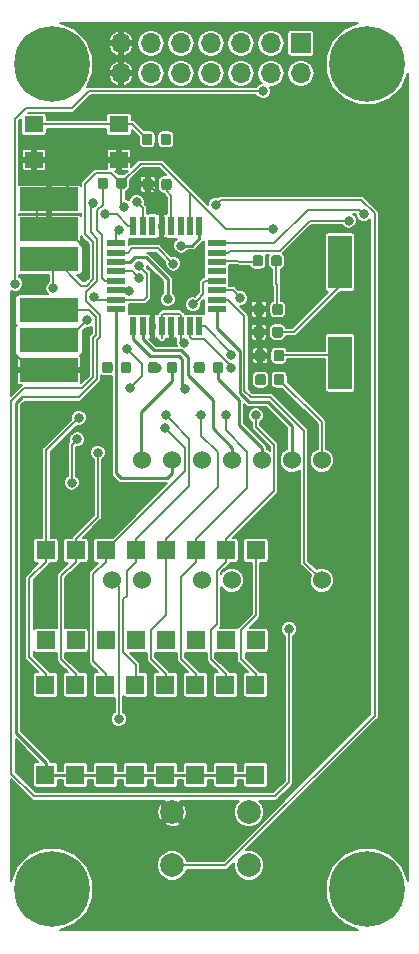
<source format=gtl>
G04 #@! TF.GenerationSoftware,KiCad,Pcbnew,5.0.2-bee76a0~70~ubuntu14.04.1*
G04 #@! TF.CreationDate,2018-12-14T16:20:10-07:00*
G04 #@! TF.ProjectId,count,636f756e-742e-46b6-9963-61645f706362,rev?*
G04 #@! TF.SameCoordinates,Original*
G04 #@! TF.FileFunction,Copper,L1,Top*
G04 #@! TF.FilePolarity,Positive*
%FSLAX46Y46*%
G04 Gerber Fmt 4.6, Leading zero omitted, Abs format (unit mm)*
G04 Created by KiCad (PCBNEW 5.0.2-bee76a0~70~ubuntu14.04.1) date Fri 14 Dec 2018 04:20:10 PM MST*
%MOMM*%
%LPD*%
G01*
G04 APERTURE LIST*
G04 #@! TA.AperFunction,ComponentPad*
%ADD10C,1.524000*%
G04 #@! TD*
G04 #@! TA.AperFunction,Conductor*
%ADD11C,0.100000*%
G04 #@! TD*
G04 #@! TA.AperFunction,SMDPad,CuDef*
%ADD12C,0.875000*%
G04 #@! TD*
G04 #@! TA.AperFunction,ComponentPad*
%ADD13C,6.400000*%
G04 #@! TD*
G04 #@! TA.AperFunction,ComponentPad*
%ADD14R,1.700000X1.700000*%
G04 #@! TD*
G04 #@! TA.AperFunction,ComponentPad*
%ADD15O,1.700000X1.700000*%
G04 #@! TD*
G04 #@! TA.AperFunction,SMDPad,CuDef*
%ADD16R,1.600000X1.400000*%
G04 #@! TD*
G04 #@! TA.AperFunction,SMDPad,CuDef*
%ADD17R,1.600000X1.600000*%
G04 #@! TD*
G04 #@! TA.AperFunction,SMDPad,CuDef*
%ADD18R,0.550000X1.600000*%
G04 #@! TD*
G04 #@! TA.AperFunction,SMDPad,CuDef*
%ADD19R,1.600000X0.550000*%
G04 #@! TD*
G04 #@! TA.AperFunction,SMDPad,CuDef*
%ADD20R,2.000000X4.500000*%
G04 #@! TD*
G04 #@! TA.AperFunction,SMDPad,CuDef*
%ADD21R,5.000000X2.000000*%
G04 #@! TD*
G04 #@! TA.AperFunction,ComponentPad*
%ADD22C,2.000000*%
G04 #@! TD*
G04 #@! TA.AperFunction,ViaPad*
%ADD23C,0.800000*%
G04 #@! TD*
G04 #@! TA.AperFunction,Conductor*
%ADD24C,0.160000*%
G04 #@! TD*
G04 #@! TA.AperFunction,Conductor*
%ADD25C,0.250000*%
G04 #@! TD*
G04 APERTURE END LIST*
D10*
G04 #@! TO.P,U2,1*
G04 #@! TO.N,Net-(R5-Pad2)*
X135636000Y-130302000D03*
G04 #@! TO.P,U2,2*
G04 #@! TO.N,d2*
X138176000Y-130302000D03*
G04 #@! TO.P,U2,3*
G04 #@! TO.N,d3*
X140716000Y-130302000D03*
G04 #@! TO.P,U2,4*
G04 #@! TO.N,d4*
X143256000Y-130302000D03*
G04 #@! TO.P,U2,5*
G04 #@! TO.N,Net-(R6-Pad2)*
X145796000Y-130302000D03*
G04 #@! TO.P,U2,6*
G04 #@! TO.N,d5*
X148336000Y-130302000D03*
G04 #@! TO.P,U2,7*
G04 #@! TO.N,Net-(R7-Pad2)*
X150876000Y-130302000D03*
G04 #@! TO.P,U2,8*
G04 #@! TO.N,d6*
X150876000Y-140462000D03*
G04 #@! TO.P,U2,11*
G04 #@! TO.N,d7*
X143256000Y-140462000D03*
G04 #@! TO.P,U2,12*
G04 #@! TO.N,d8*
X140716000Y-140462000D03*
G04 #@! TO.P,U2,14*
G04 #@! TO.N,N/C*
X135636000Y-140462000D03*
G04 #@! TO.P,U2,15*
G04 #@! TO.N,d12*
X133096000Y-140462000D03*
G04 #@! TD*
D11*
G04 #@! TO.N,a4*
G04 #@! TO.C,R6*
G36*
X140740191Y-121954053D02*
X140761426Y-121957203D01*
X140782250Y-121962419D01*
X140802462Y-121969651D01*
X140821868Y-121978830D01*
X140840281Y-121989866D01*
X140857524Y-122002654D01*
X140873430Y-122017070D01*
X140887846Y-122032976D01*
X140900634Y-122050219D01*
X140911670Y-122068632D01*
X140920849Y-122088038D01*
X140928081Y-122108250D01*
X140933297Y-122129074D01*
X140936447Y-122150309D01*
X140937500Y-122171750D01*
X140937500Y-122684250D01*
X140936447Y-122705691D01*
X140933297Y-122726926D01*
X140928081Y-122747750D01*
X140920849Y-122767962D01*
X140911670Y-122787368D01*
X140900634Y-122805781D01*
X140887846Y-122823024D01*
X140873430Y-122838930D01*
X140857524Y-122853346D01*
X140840281Y-122866134D01*
X140821868Y-122877170D01*
X140802462Y-122886349D01*
X140782250Y-122893581D01*
X140761426Y-122898797D01*
X140740191Y-122901947D01*
X140718750Y-122903000D01*
X140281250Y-122903000D01*
X140259809Y-122901947D01*
X140238574Y-122898797D01*
X140217750Y-122893581D01*
X140197538Y-122886349D01*
X140178132Y-122877170D01*
X140159719Y-122866134D01*
X140142476Y-122853346D01*
X140126570Y-122838930D01*
X140112154Y-122823024D01*
X140099366Y-122805781D01*
X140088330Y-122787368D01*
X140079151Y-122767962D01*
X140071919Y-122747750D01*
X140066703Y-122726926D01*
X140063553Y-122705691D01*
X140062500Y-122684250D01*
X140062500Y-122171750D01*
X140063553Y-122150309D01*
X140066703Y-122129074D01*
X140071919Y-122108250D01*
X140079151Y-122088038D01*
X140088330Y-122068632D01*
X140099366Y-122050219D01*
X140112154Y-122032976D01*
X140126570Y-122017070D01*
X140142476Y-122002654D01*
X140159719Y-121989866D01*
X140178132Y-121978830D01*
X140197538Y-121969651D01*
X140217750Y-121962419D01*
X140238574Y-121957203D01*
X140259809Y-121954053D01*
X140281250Y-121953000D01*
X140718750Y-121953000D01*
X140740191Y-121954053D01*
X140740191Y-121954053D01*
G37*
D12*
G04 #@! TD*
G04 #@! TO.P,R6,1*
G04 #@! TO.N,a4*
X140500000Y-122428000D03*
D11*
G04 #@! TO.N,Net-(R6-Pad2)*
G04 #@! TO.C,R6*
G36*
X142315191Y-121954053D02*
X142336426Y-121957203D01*
X142357250Y-121962419D01*
X142377462Y-121969651D01*
X142396868Y-121978830D01*
X142415281Y-121989866D01*
X142432524Y-122002654D01*
X142448430Y-122017070D01*
X142462846Y-122032976D01*
X142475634Y-122050219D01*
X142486670Y-122068632D01*
X142495849Y-122088038D01*
X142503081Y-122108250D01*
X142508297Y-122129074D01*
X142511447Y-122150309D01*
X142512500Y-122171750D01*
X142512500Y-122684250D01*
X142511447Y-122705691D01*
X142508297Y-122726926D01*
X142503081Y-122747750D01*
X142495849Y-122767962D01*
X142486670Y-122787368D01*
X142475634Y-122805781D01*
X142462846Y-122823024D01*
X142448430Y-122838930D01*
X142432524Y-122853346D01*
X142415281Y-122866134D01*
X142396868Y-122877170D01*
X142377462Y-122886349D01*
X142357250Y-122893581D01*
X142336426Y-122898797D01*
X142315191Y-122901947D01*
X142293750Y-122903000D01*
X141856250Y-122903000D01*
X141834809Y-122901947D01*
X141813574Y-122898797D01*
X141792750Y-122893581D01*
X141772538Y-122886349D01*
X141753132Y-122877170D01*
X141734719Y-122866134D01*
X141717476Y-122853346D01*
X141701570Y-122838930D01*
X141687154Y-122823024D01*
X141674366Y-122805781D01*
X141663330Y-122787368D01*
X141654151Y-122767962D01*
X141646919Y-122747750D01*
X141641703Y-122726926D01*
X141638553Y-122705691D01*
X141637500Y-122684250D01*
X141637500Y-122171750D01*
X141638553Y-122150309D01*
X141641703Y-122129074D01*
X141646919Y-122108250D01*
X141654151Y-122088038D01*
X141663330Y-122068632D01*
X141674366Y-122050219D01*
X141687154Y-122032976D01*
X141701570Y-122017070D01*
X141717476Y-122002654D01*
X141734719Y-121989866D01*
X141753132Y-121978830D01*
X141772538Y-121969651D01*
X141792750Y-121962419D01*
X141813574Y-121957203D01*
X141834809Y-121954053D01*
X141856250Y-121953000D01*
X142293750Y-121953000D01*
X142315191Y-121954053D01*
X142315191Y-121954053D01*
G37*
D12*
G04 #@! TD*
G04 #@! TO.P,R6,2*
G04 #@! TO.N,Net-(R6-Pad2)*
X142075000Y-122428000D03*
D11*
G04 #@! TO.N,XTAL1*
G04 #@! TO.C,C2*
G36*
X147355191Y-118974053D02*
X147376426Y-118977203D01*
X147397250Y-118982419D01*
X147417462Y-118989651D01*
X147436868Y-118998830D01*
X147455281Y-119009866D01*
X147472524Y-119022654D01*
X147488430Y-119037070D01*
X147502846Y-119052976D01*
X147515634Y-119070219D01*
X147526670Y-119088632D01*
X147535849Y-119108038D01*
X147543081Y-119128250D01*
X147548297Y-119149074D01*
X147551447Y-119170309D01*
X147552500Y-119191750D01*
X147552500Y-119704250D01*
X147551447Y-119725691D01*
X147548297Y-119746926D01*
X147543081Y-119767750D01*
X147535849Y-119787962D01*
X147526670Y-119807368D01*
X147515634Y-119825781D01*
X147502846Y-119843024D01*
X147488430Y-119858930D01*
X147472524Y-119873346D01*
X147455281Y-119886134D01*
X147436868Y-119897170D01*
X147417462Y-119906349D01*
X147397250Y-119913581D01*
X147376426Y-119918797D01*
X147355191Y-119921947D01*
X147333750Y-119923000D01*
X146896250Y-119923000D01*
X146874809Y-119921947D01*
X146853574Y-119918797D01*
X146832750Y-119913581D01*
X146812538Y-119906349D01*
X146793132Y-119897170D01*
X146774719Y-119886134D01*
X146757476Y-119873346D01*
X146741570Y-119858930D01*
X146727154Y-119843024D01*
X146714366Y-119825781D01*
X146703330Y-119807368D01*
X146694151Y-119787962D01*
X146686919Y-119767750D01*
X146681703Y-119746926D01*
X146678553Y-119725691D01*
X146677500Y-119704250D01*
X146677500Y-119191750D01*
X146678553Y-119170309D01*
X146681703Y-119149074D01*
X146686919Y-119128250D01*
X146694151Y-119108038D01*
X146703330Y-119088632D01*
X146714366Y-119070219D01*
X146727154Y-119052976D01*
X146741570Y-119037070D01*
X146757476Y-119022654D01*
X146774719Y-119009866D01*
X146793132Y-118998830D01*
X146812538Y-118989651D01*
X146832750Y-118982419D01*
X146853574Y-118977203D01*
X146874809Y-118974053D01*
X146896250Y-118973000D01*
X147333750Y-118973000D01*
X147355191Y-118974053D01*
X147355191Y-118974053D01*
G37*
D12*
G04 #@! TD*
G04 #@! TO.P,C2,2*
G04 #@! TO.N,XTAL1*
X147115000Y-119448000D03*
D11*
G04 #@! TO.N,bus13*
G04 #@! TO.C,C2*
G36*
X145780191Y-118974053D02*
X145801426Y-118977203D01*
X145822250Y-118982419D01*
X145842462Y-118989651D01*
X145861868Y-118998830D01*
X145880281Y-119009866D01*
X145897524Y-119022654D01*
X145913430Y-119037070D01*
X145927846Y-119052976D01*
X145940634Y-119070219D01*
X145951670Y-119088632D01*
X145960849Y-119108038D01*
X145968081Y-119128250D01*
X145973297Y-119149074D01*
X145976447Y-119170309D01*
X145977500Y-119191750D01*
X145977500Y-119704250D01*
X145976447Y-119725691D01*
X145973297Y-119746926D01*
X145968081Y-119767750D01*
X145960849Y-119787962D01*
X145951670Y-119807368D01*
X145940634Y-119825781D01*
X145927846Y-119843024D01*
X145913430Y-119858930D01*
X145897524Y-119873346D01*
X145880281Y-119886134D01*
X145861868Y-119897170D01*
X145842462Y-119906349D01*
X145822250Y-119913581D01*
X145801426Y-119918797D01*
X145780191Y-119921947D01*
X145758750Y-119923000D01*
X145321250Y-119923000D01*
X145299809Y-119921947D01*
X145278574Y-119918797D01*
X145257750Y-119913581D01*
X145237538Y-119906349D01*
X145218132Y-119897170D01*
X145199719Y-119886134D01*
X145182476Y-119873346D01*
X145166570Y-119858930D01*
X145152154Y-119843024D01*
X145139366Y-119825781D01*
X145128330Y-119807368D01*
X145119151Y-119787962D01*
X145111919Y-119767750D01*
X145106703Y-119746926D01*
X145103553Y-119725691D01*
X145102500Y-119704250D01*
X145102500Y-119191750D01*
X145103553Y-119170309D01*
X145106703Y-119149074D01*
X145111919Y-119128250D01*
X145119151Y-119108038D01*
X145128330Y-119088632D01*
X145139366Y-119070219D01*
X145152154Y-119052976D01*
X145166570Y-119037070D01*
X145182476Y-119022654D01*
X145199719Y-119009866D01*
X145218132Y-118998830D01*
X145237538Y-118989651D01*
X145257750Y-118982419D01*
X145278574Y-118977203D01*
X145299809Y-118974053D01*
X145321250Y-118973000D01*
X145758750Y-118973000D01*
X145780191Y-118974053D01*
X145780191Y-118974053D01*
G37*
D12*
G04 #@! TD*
G04 #@! TO.P,C2,1*
G04 #@! TO.N,bus13*
X145540000Y-119448000D03*
D11*
G04 #@! TO.N,bus13*
G04 #@! TO.C,C3*
G36*
X145905191Y-120964053D02*
X145926426Y-120967203D01*
X145947250Y-120972419D01*
X145967462Y-120979651D01*
X145986868Y-120988830D01*
X146005281Y-120999866D01*
X146022524Y-121012654D01*
X146038430Y-121027070D01*
X146052846Y-121042976D01*
X146065634Y-121060219D01*
X146076670Y-121078632D01*
X146085849Y-121098038D01*
X146093081Y-121118250D01*
X146098297Y-121139074D01*
X146101447Y-121160309D01*
X146102500Y-121181750D01*
X146102500Y-121694250D01*
X146101447Y-121715691D01*
X146098297Y-121736926D01*
X146093081Y-121757750D01*
X146085849Y-121777962D01*
X146076670Y-121797368D01*
X146065634Y-121815781D01*
X146052846Y-121833024D01*
X146038430Y-121848930D01*
X146022524Y-121863346D01*
X146005281Y-121876134D01*
X145986868Y-121887170D01*
X145967462Y-121896349D01*
X145947250Y-121903581D01*
X145926426Y-121908797D01*
X145905191Y-121911947D01*
X145883750Y-121913000D01*
X145446250Y-121913000D01*
X145424809Y-121911947D01*
X145403574Y-121908797D01*
X145382750Y-121903581D01*
X145362538Y-121896349D01*
X145343132Y-121887170D01*
X145324719Y-121876134D01*
X145307476Y-121863346D01*
X145291570Y-121848930D01*
X145277154Y-121833024D01*
X145264366Y-121815781D01*
X145253330Y-121797368D01*
X145244151Y-121777962D01*
X145236919Y-121757750D01*
X145231703Y-121736926D01*
X145228553Y-121715691D01*
X145227500Y-121694250D01*
X145227500Y-121181750D01*
X145228553Y-121160309D01*
X145231703Y-121139074D01*
X145236919Y-121118250D01*
X145244151Y-121098038D01*
X145253330Y-121078632D01*
X145264366Y-121060219D01*
X145277154Y-121042976D01*
X145291570Y-121027070D01*
X145307476Y-121012654D01*
X145324719Y-120999866D01*
X145343132Y-120988830D01*
X145362538Y-120979651D01*
X145382750Y-120972419D01*
X145403574Y-120967203D01*
X145424809Y-120964053D01*
X145446250Y-120963000D01*
X145883750Y-120963000D01*
X145905191Y-120964053D01*
X145905191Y-120964053D01*
G37*
D12*
G04 #@! TD*
G04 #@! TO.P,C3,1*
G04 #@! TO.N,bus13*
X145665000Y-121438000D03*
D11*
G04 #@! TO.N,XTAL2*
G04 #@! TO.C,C3*
G36*
X147480191Y-120964053D02*
X147501426Y-120967203D01*
X147522250Y-120972419D01*
X147542462Y-120979651D01*
X147561868Y-120988830D01*
X147580281Y-120999866D01*
X147597524Y-121012654D01*
X147613430Y-121027070D01*
X147627846Y-121042976D01*
X147640634Y-121060219D01*
X147651670Y-121078632D01*
X147660849Y-121098038D01*
X147668081Y-121118250D01*
X147673297Y-121139074D01*
X147676447Y-121160309D01*
X147677500Y-121181750D01*
X147677500Y-121694250D01*
X147676447Y-121715691D01*
X147673297Y-121736926D01*
X147668081Y-121757750D01*
X147660849Y-121777962D01*
X147651670Y-121797368D01*
X147640634Y-121815781D01*
X147627846Y-121833024D01*
X147613430Y-121848930D01*
X147597524Y-121863346D01*
X147580281Y-121876134D01*
X147561868Y-121887170D01*
X147542462Y-121896349D01*
X147522250Y-121903581D01*
X147501426Y-121908797D01*
X147480191Y-121911947D01*
X147458750Y-121913000D01*
X147021250Y-121913000D01*
X146999809Y-121911947D01*
X146978574Y-121908797D01*
X146957750Y-121903581D01*
X146937538Y-121896349D01*
X146918132Y-121887170D01*
X146899719Y-121876134D01*
X146882476Y-121863346D01*
X146866570Y-121848930D01*
X146852154Y-121833024D01*
X146839366Y-121815781D01*
X146828330Y-121797368D01*
X146819151Y-121777962D01*
X146811919Y-121757750D01*
X146806703Y-121736926D01*
X146803553Y-121715691D01*
X146802500Y-121694250D01*
X146802500Y-121181750D01*
X146803553Y-121160309D01*
X146806703Y-121139074D01*
X146811919Y-121118250D01*
X146819151Y-121098038D01*
X146828330Y-121078632D01*
X146839366Y-121060219D01*
X146852154Y-121042976D01*
X146866570Y-121027070D01*
X146882476Y-121012654D01*
X146899719Y-120999866D01*
X146918132Y-120988830D01*
X146937538Y-120979651D01*
X146957750Y-120972419D01*
X146978574Y-120967203D01*
X146999809Y-120964053D01*
X147021250Y-120963000D01*
X147458750Y-120963000D01*
X147480191Y-120964053D01*
X147480191Y-120964053D01*
G37*
D12*
G04 #@! TD*
G04 #@! TO.P,C3,2*
G04 #@! TO.N,XTAL2*
X147240000Y-121438000D03*
D11*
G04 #@! TO.N,AREF*
G04 #@! TO.C,C4*
G36*
X137959191Y-106460053D02*
X137980426Y-106463203D01*
X138001250Y-106468419D01*
X138021462Y-106475651D01*
X138040868Y-106484830D01*
X138059281Y-106495866D01*
X138076524Y-106508654D01*
X138092430Y-106523070D01*
X138106846Y-106538976D01*
X138119634Y-106556219D01*
X138130670Y-106574632D01*
X138139849Y-106594038D01*
X138147081Y-106614250D01*
X138152297Y-106635074D01*
X138155447Y-106656309D01*
X138156500Y-106677750D01*
X138156500Y-107190250D01*
X138155447Y-107211691D01*
X138152297Y-107232926D01*
X138147081Y-107253750D01*
X138139849Y-107273962D01*
X138130670Y-107293368D01*
X138119634Y-107311781D01*
X138106846Y-107329024D01*
X138092430Y-107344930D01*
X138076524Y-107359346D01*
X138059281Y-107372134D01*
X138040868Y-107383170D01*
X138021462Y-107392349D01*
X138001250Y-107399581D01*
X137980426Y-107404797D01*
X137959191Y-107407947D01*
X137937750Y-107409000D01*
X137500250Y-107409000D01*
X137478809Y-107407947D01*
X137457574Y-107404797D01*
X137436750Y-107399581D01*
X137416538Y-107392349D01*
X137397132Y-107383170D01*
X137378719Y-107372134D01*
X137361476Y-107359346D01*
X137345570Y-107344930D01*
X137331154Y-107329024D01*
X137318366Y-107311781D01*
X137307330Y-107293368D01*
X137298151Y-107273962D01*
X137290919Y-107253750D01*
X137285703Y-107232926D01*
X137282553Y-107211691D01*
X137281500Y-107190250D01*
X137281500Y-106677750D01*
X137282553Y-106656309D01*
X137285703Y-106635074D01*
X137290919Y-106614250D01*
X137298151Y-106594038D01*
X137307330Y-106574632D01*
X137318366Y-106556219D01*
X137331154Y-106538976D01*
X137345570Y-106523070D01*
X137361476Y-106508654D01*
X137378719Y-106495866D01*
X137397132Y-106484830D01*
X137416538Y-106475651D01*
X137436750Y-106468419D01*
X137457574Y-106463203D01*
X137478809Y-106460053D01*
X137500250Y-106459000D01*
X137937750Y-106459000D01*
X137959191Y-106460053D01*
X137959191Y-106460053D01*
G37*
D12*
G04 #@! TD*
G04 #@! TO.P,C4,1*
G04 #@! TO.N,AREF*
X137719000Y-106934000D03*
D11*
G04 #@! TO.N,bus13*
G04 #@! TO.C,C4*
G36*
X136384191Y-106460053D02*
X136405426Y-106463203D01*
X136426250Y-106468419D01*
X136446462Y-106475651D01*
X136465868Y-106484830D01*
X136484281Y-106495866D01*
X136501524Y-106508654D01*
X136517430Y-106523070D01*
X136531846Y-106538976D01*
X136544634Y-106556219D01*
X136555670Y-106574632D01*
X136564849Y-106594038D01*
X136572081Y-106614250D01*
X136577297Y-106635074D01*
X136580447Y-106656309D01*
X136581500Y-106677750D01*
X136581500Y-107190250D01*
X136580447Y-107211691D01*
X136577297Y-107232926D01*
X136572081Y-107253750D01*
X136564849Y-107273962D01*
X136555670Y-107293368D01*
X136544634Y-107311781D01*
X136531846Y-107329024D01*
X136517430Y-107344930D01*
X136501524Y-107359346D01*
X136484281Y-107372134D01*
X136465868Y-107383170D01*
X136446462Y-107392349D01*
X136426250Y-107399581D01*
X136405426Y-107404797D01*
X136384191Y-107407947D01*
X136362750Y-107409000D01*
X135925250Y-107409000D01*
X135903809Y-107407947D01*
X135882574Y-107404797D01*
X135861750Y-107399581D01*
X135841538Y-107392349D01*
X135822132Y-107383170D01*
X135803719Y-107372134D01*
X135786476Y-107359346D01*
X135770570Y-107344930D01*
X135756154Y-107329024D01*
X135743366Y-107311781D01*
X135732330Y-107293368D01*
X135723151Y-107273962D01*
X135715919Y-107253750D01*
X135710703Y-107232926D01*
X135707553Y-107211691D01*
X135706500Y-107190250D01*
X135706500Y-106677750D01*
X135707553Y-106656309D01*
X135710703Y-106635074D01*
X135715919Y-106614250D01*
X135723151Y-106594038D01*
X135732330Y-106574632D01*
X135743366Y-106556219D01*
X135756154Y-106538976D01*
X135770570Y-106523070D01*
X135786476Y-106508654D01*
X135803719Y-106495866D01*
X135822132Y-106484830D01*
X135841538Y-106475651D01*
X135861750Y-106468419D01*
X135882574Y-106463203D01*
X135903809Y-106460053D01*
X135925250Y-106459000D01*
X136362750Y-106459000D01*
X136384191Y-106460053D01*
X136384191Y-106460053D01*
G37*
D12*
G04 #@! TD*
G04 #@! TO.P,C4,2*
G04 #@! TO.N,bus13*
X136144000Y-106934000D03*
D11*
G04 #@! TO.N,DTR*
G04 #@! TO.C,C5*
G36*
X137908191Y-102650053D02*
X137929426Y-102653203D01*
X137950250Y-102658419D01*
X137970462Y-102665651D01*
X137989868Y-102674830D01*
X138008281Y-102685866D01*
X138025524Y-102698654D01*
X138041430Y-102713070D01*
X138055846Y-102728976D01*
X138068634Y-102746219D01*
X138079670Y-102764632D01*
X138088849Y-102784038D01*
X138096081Y-102804250D01*
X138101297Y-102825074D01*
X138104447Y-102846309D01*
X138105500Y-102867750D01*
X138105500Y-103380250D01*
X138104447Y-103401691D01*
X138101297Y-103422926D01*
X138096081Y-103443750D01*
X138088849Y-103463962D01*
X138079670Y-103483368D01*
X138068634Y-103501781D01*
X138055846Y-103519024D01*
X138041430Y-103534930D01*
X138025524Y-103549346D01*
X138008281Y-103562134D01*
X137989868Y-103573170D01*
X137970462Y-103582349D01*
X137950250Y-103589581D01*
X137929426Y-103594797D01*
X137908191Y-103597947D01*
X137886750Y-103599000D01*
X137449250Y-103599000D01*
X137427809Y-103597947D01*
X137406574Y-103594797D01*
X137385750Y-103589581D01*
X137365538Y-103582349D01*
X137346132Y-103573170D01*
X137327719Y-103562134D01*
X137310476Y-103549346D01*
X137294570Y-103534930D01*
X137280154Y-103519024D01*
X137267366Y-103501781D01*
X137256330Y-103483368D01*
X137247151Y-103463962D01*
X137239919Y-103443750D01*
X137234703Y-103422926D01*
X137231553Y-103401691D01*
X137230500Y-103380250D01*
X137230500Y-102867750D01*
X137231553Y-102846309D01*
X137234703Y-102825074D01*
X137239919Y-102804250D01*
X137247151Y-102784038D01*
X137256330Y-102764632D01*
X137267366Y-102746219D01*
X137280154Y-102728976D01*
X137294570Y-102713070D01*
X137310476Y-102698654D01*
X137327719Y-102685866D01*
X137346132Y-102674830D01*
X137365538Y-102665651D01*
X137385750Y-102658419D01*
X137406574Y-102653203D01*
X137427809Y-102650053D01*
X137449250Y-102649000D01*
X137886750Y-102649000D01*
X137908191Y-102650053D01*
X137908191Y-102650053D01*
G37*
D12*
G04 #@! TD*
G04 #@! TO.P,C5,2*
G04 #@! TO.N,DTR*
X137668000Y-103124000D03*
D11*
G04 #@! TO.N,RESET*
G04 #@! TO.C,C5*
G36*
X136333191Y-102650053D02*
X136354426Y-102653203D01*
X136375250Y-102658419D01*
X136395462Y-102665651D01*
X136414868Y-102674830D01*
X136433281Y-102685866D01*
X136450524Y-102698654D01*
X136466430Y-102713070D01*
X136480846Y-102728976D01*
X136493634Y-102746219D01*
X136504670Y-102764632D01*
X136513849Y-102784038D01*
X136521081Y-102804250D01*
X136526297Y-102825074D01*
X136529447Y-102846309D01*
X136530500Y-102867750D01*
X136530500Y-103380250D01*
X136529447Y-103401691D01*
X136526297Y-103422926D01*
X136521081Y-103443750D01*
X136513849Y-103463962D01*
X136504670Y-103483368D01*
X136493634Y-103501781D01*
X136480846Y-103519024D01*
X136466430Y-103534930D01*
X136450524Y-103549346D01*
X136433281Y-103562134D01*
X136414868Y-103573170D01*
X136395462Y-103582349D01*
X136375250Y-103589581D01*
X136354426Y-103594797D01*
X136333191Y-103597947D01*
X136311750Y-103599000D01*
X135874250Y-103599000D01*
X135852809Y-103597947D01*
X135831574Y-103594797D01*
X135810750Y-103589581D01*
X135790538Y-103582349D01*
X135771132Y-103573170D01*
X135752719Y-103562134D01*
X135735476Y-103549346D01*
X135719570Y-103534930D01*
X135705154Y-103519024D01*
X135692366Y-103501781D01*
X135681330Y-103483368D01*
X135672151Y-103463962D01*
X135664919Y-103443750D01*
X135659703Y-103422926D01*
X135656553Y-103401691D01*
X135655500Y-103380250D01*
X135655500Y-102867750D01*
X135656553Y-102846309D01*
X135659703Y-102825074D01*
X135664919Y-102804250D01*
X135672151Y-102784038D01*
X135681330Y-102764632D01*
X135692366Y-102746219D01*
X135705154Y-102728976D01*
X135719570Y-102713070D01*
X135735476Y-102698654D01*
X135752719Y-102685866D01*
X135771132Y-102674830D01*
X135790538Y-102665651D01*
X135810750Y-102658419D01*
X135831574Y-102653203D01*
X135852809Y-102650053D01*
X135874250Y-102649000D01*
X136311750Y-102649000D01*
X136333191Y-102650053D01*
X136333191Y-102650053D01*
G37*
D12*
G04 #@! TD*
G04 #@! TO.P,C5,1*
G04 #@! TO.N,RESET*
X136093000Y-103124000D03*
D11*
G04 #@! TO.N,a2*
G04 #@! TO.C,D2*
G36*
X134530191Y-121954053D02*
X134551426Y-121957203D01*
X134572250Y-121962419D01*
X134592462Y-121969651D01*
X134611868Y-121978830D01*
X134630281Y-121989866D01*
X134647524Y-122002654D01*
X134663430Y-122017070D01*
X134677846Y-122032976D01*
X134690634Y-122050219D01*
X134701670Y-122068632D01*
X134710849Y-122088038D01*
X134718081Y-122108250D01*
X134723297Y-122129074D01*
X134726447Y-122150309D01*
X134727500Y-122171750D01*
X134727500Y-122684250D01*
X134726447Y-122705691D01*
X134723297Y-122726926D01*
X134718081Y-122747750D01*
X134710849Y-122767962D01*
X134701670Y-122787368D01*
X134690634Y-122805781D01*
X134677846Y-122823024D01*
X134663430Y-122838930D01*
X134647524Y-122853346D01*
X134630281Y-122866134D01*
X134611868Y-122877170D01*
X134592462Y-122886349D01*
X134572250Y-122893581D01*
X134551426Y-122898797D01*
X134530191Y-122901947D01*
X134508750Y-122903000D01*
X134071250Y-122903000D01*
X134049809Y-122901947D01*
X134028574Y-122898797D01*
X134007750Y-122893581D01*
X133987538Y-122886349D01*
X133968132Y-122877170D01*
X133949719Y-122866134D01*
X133932476Y-122853346D01*
X133916570Y-122838930D01*
X133902154Y-122823024D01*
X133889366Y-122805781D01*
X133878330Y-122787368D01*
X133869151Y-122767962D01*
X133861919Y-122747750D01*
X133856703Y-122726926D01*
X133853553Y-122705691D01*
X133852500Y-122684250D01*
X133852500Y-122171750D01*
X133853553Y-122150309D01*
X133856703Y-122129074D01*
X133861919Y-122108250D01*
X133869151Y-122088038D01*
X133878330Y-122068632D01*
X133889366Y-122050219D01*
X133902154Y-122032976D01*
X133916570Y-122017070D01*
X133932476Y-122002654D01*
X133949719Y-121989866D01*
X133968132Y-121978830D01*
X133987538Y-121969651D01*
X134007750Y-121962419D01*
X134028574Y-121957203D01*
X134049809Y-121954053D01*
X134071250Y-121953000D01*
X134508750Y-121953000D01*
X134530191Y-121954053D01*
X134530191Y-121954053D01*
G37*
D12*
G04 #@! TD*
G04 #@! TO.P,D2,1*
G04 #@! TO.N,a2*
X134290000Y-122428000D03*
D11*
G04 #@! TO.N,Net-(D2-Pad2)*
G04 #@! TO.C,D2*
G36*
X132955191Y-121954053D02*
X132976426Y-121957203D01*
X132997250Y-121962419D01*
X133017462Y-121969651D01*
X133036868Y-121978830D01*
X133055281Y-121989866D01*
X133072524Y-122002654D01*
X133088430Y-122017070D01*
X133102846Y-122032976D01*
X133115634Y-122050219D01*
X133126670Y-122068632D01*
X133135849Y-122088038D01*
X133143081Y-122108250D01*
X133148297Y-122129074D01*
X133151447Y-122150309D01*
X133152500Y-122171750D01*
X133152500Y-122684250D01*
X133151447Y-122705691D01*
X133148297Y-122726926D01*
X133143081Y-122747750D01*
X133135849Y-122767962D01*
X133126670Y-122787368D01*
X133115634Y-122805781D01*
X133102846Y-122823024D01*
X133088430Y-122838930D01*
X133072524Y-122853346D01*
X133055281Y-122866134D01*
X133036868Y-122877170D01*
X133017462Y-122886349D01*
X132997250Y-122893581D01*
X132976426Y-122898797D01*
X132955191Y-122901947D01*
X132933750Y-122903000D01*
X132496250Y-122903000D01*
X132474809Y-122901947D01*
X132453574Y-122898797D01*
X132432750Y-122893581D01*
X132412538Y-122886349D01*
X132393132Y-122877170D01*
X132374719Y-122866134D01*
X132357476Y-122853346D01*
X132341570Y-122838930D01*
X132327154Y-122823024D01*
X132314366Y-122805781D01*
X132303330Y-122787368D01*
X132294151Y-122767962D01*
X132286919Y-122747750D01*
X132281703Y-122726926D01*
X132278553Y-122705691D01*
X132277500Y-122684250D01*
X132277500Y-122171750D01*
X132278553Y-122150309D01*
X132281703Y-122129074D01*
X132286919Y-122108250D01*
X132294151Y-122088038D01*
X132303330Y-122068632D01*
X132314366Y-122050219D01*
X132327154Y-122032976D01*
X132341570Y-122017070D01*
X132357476Y-122002654D01*
X132374719Y-121989866D01*
X132393132Y-121978830D01*
X132412538Y-121969651D01*
X132432750Y-121962419D01*
X132453574Y-121957203D01*
X132474809Y-121954053D01*
X132496250Y-121953000D01*
X132933750Y-121953000D01*
X132955191Y-121954053D01*
X132955191Y-121954053D01*
G37*
D12*
G04 #@! TD*
G04 #@! TO.P,D2,2*
G04 #@! TO.N,Net-(D2-Pad2)*
X132715000Y-122428000D03*
D13*
G04 #@! TO.P,H1,1*
G04 #@! TO.N,Net-(H1-Pad1)*
X154686000Y-166624000D03*
G04 #@! TD*
G04 #@! TO.P,H2,1*
G04 #@! TO.N,Net-(H2-Pad1)*
X128016000Y-166624000D03*
G04 #@! TD*
G04 #@! TO.P,H3,1*
G04 #@! TO.N,Net-(H3-Pad1)*
X154686000Y-96774000D03*
G04 #@! TD*
G04 #@! TO.P,H4,1*
G04 #@! TO.N,Net-(H4-Pad1)*
X128016000Y-96774000D03*
G04 #@! TD*
D14*
G04 #@! TO.P,J5,1*
G04 #@! TO.N,bus1*
X149098000Y-94996000D03*
D15*
G04 #@! TO.P,J5,2*
G04 #@! TO.N,bus2*
X149098000Y-97536000D03*
G04 #@! TO.P,J5,3*
G04 #@! TO.N,bus3*
X146558000Y-94996000D03*
G04 #@! TO.P,J5,4*
G04 #@! TO.N,bus4*
X146558000Y-97536000D03*
G04 #@! TO.P,J5,5*
G04 #@! TO.N,bus5*
X144018000Y-94996000D03*
G04 #@! TO.P,J5,6*
G04 #@! TO.N,bus6*
X144018000Y-97536000D03*
G04 #@! TO.P,J5,7*
G04 #@! TO.N,bus7*
X141478000Y-94996000D03*
G04 #@! TO.P,J5,8*
G04 #@! TO.N,bus8*
X141478000Y-97536000D03*
G04 #@! TO.P,J5,9*
G04 #@! TO.N,RX*
X138938000Y-94996000D03*
G04 #@! TO.P,J5,10*
G04 #@! TO.N,TX*
X138938000Y-97536000D03*
G04 #@! TO.P,J5,11*
G04 #@! TO.N,bus11*
X136398000Y-94996000D03*
G04 #@! TO.P,J5,12*
X136398000Y-97536000D03*
G04 #@! TO.P,J5,13*
G04 #@! TO.N,bus13*
X133858000Y-94996000D03*
G04 #@! TO.P,J5,14*
X133858000Y-97536000D03*
G04 #@! TD*
D11*
G04 #@! TO.N,bus11*
G04 #@! TO.C,R2*
G36*
X134145191Y-106356053D02*
X134166426Y-106359203D01*
X134187250Y-106364419D01*
X134207462Y-106371651D01*
X134226868Y-106380830D01*
X134245281Y-106391866D01*
X134262524Y-106404654D01*
X134278430Y-106419070D01*
X134292846Y-106434976D01*
X134305634Y-106452219D01*
X134316670Y-106470632D01*
X134325849Y-106490038D01*
X134333081Y-106510250D01*
X134338297Y-106531074D01*
X134341447Y-106552309D01*
X134342500Y-106573750D01*
X134342500Y-107086250D01*
X134341447Y-107107691D01*
X134338297Y-107128926D01*
X134333081Y-107149750D01*
X134325849Y-107169962D01*
X134316670Y-107189368D01*
X134305634Y-107207781D01*
X134292846Y-107225024D01*
X134278430Y-107240930D01*
X134262524Y-107255346D01*
X134245281Y-107268134D01*
X134226868Y-107279170D01*
X134207462Y-107288349D01*
X134187250Y-107295581D01*
X134166426Y-107300797D01*
X134145191Y-107303947D01*
X134123750Y-107305000D01*
X133686250Y-107305000D01*
X133664809Y-107303947D01*
X133643574Y-107300797D01*
X133622750Y-107295581D01*
X133602538Y-107288349D01*
X133583132Y-107279170D01*
X133564719Y-107268134D01*
X133547476Y-107255346D01*
X133531570Y-107240930D01*
X133517154Y-107225024D01*
X133504366Y-107207781D01*
X133493330Y-107189368D01*
X133484151Y-107169962D01*
X133476919Y-107149750D01*
X133471703Y-107128926D01*
X133468553Y-107107691D01*
X133467500Y-107086250D01*
X133467500Y-106573750D01*
X133468553Y-106552309D01*
X133471703Y-106531074D01*
X133476919Y-106510250D01*
X133484151Y-106490038D01*
X133493330Y-106470632D01*
X133504366Y-106452219D01*
X133517154Y-106434976D01*
X133531570Y-106419070D01*
X133547476Y-106404654D01*
X133564719Y-106391866D01*
X133583132Y-106380830D01*
X133602538Y-106371651D01*
X133622750Y-106364419D01*
X133643574Y-106359203D01*
X133664809Y-106356053D01*
X133686250Y-106355000D01*
X134123750Y-106355000D01*
X134145191Y-106356053D01*
X134145191Y-106356053D01*
G37*
D12*
G04 #@! TD*
G04 #@! TO.P,R2,1*
G04 #@! TO.N,bus11*
X133905000Y-106830000D03*
D11*
G04 #@! TO.N,RESET*
G04 #@! TO.C,R2*
G36*
X132570191Y-106356053D02*
X132591426Y-106359203D01*
X132612250Y-106364419D01*
X132632462Y-106371651D01*
X132651868Y-106380830D01*
X132670281Y-106391866D01*
X132687524Y-106404654D01*
X132703430Y-106419070D01*
X132717846Y-106434976D01*
X132730634Y-106452219D01*
X132741670Y-106470632D01*
X132750849Y-106490038D01*
X132758081Y-106510250D01*
X132763297Y-106531074D01*
X132766447Y-106552309D01*
X132767500Y-106573750D01*
X132767500Y-107086250D01*
X132766447Y-107107691D01*
X132763297Y-107128926D01*
X132758081Y-107149750D01*
X132750849Y-107169962D01*
X132741670Y-107189368D01*
X132730634Y-107207781D01*
X132717846Y-107225024D01*
X132703430Y-107240930D01*
X132687524Y-107255346D01*
X132670281Y-107268134D01*
X132651868Y-107279170D01*
X132632462Y-107288349D01*
X132612250Y-107295581D01*
X132591426Y-107300797D01*
X132570191Y-107303947D01*
X132548750Y-107305000D01*
X132111250Y-107305000D01*
X132089809Y-107303947D01*
X132068574Y-107300797D01*
X132047750Y-107295581D01*
X132027538Y-107288349D01*
X132008132Y-107279170D01*
X131989719Y-107268134D01*
X131972476Y-107255346D01*
X131956570Y-107240930D01*
X131942154Y-107225024D01*
X131929366Y-107207781D01*
X131918330Y-107189368D01*
X131909151Y-107169962D01*
X131901919Y-107149750D01*
X131896703Y-107128926D01*
X131893553Y-107107691D01*
X131892500Y-107086250D01*
X131892500Y-106573750D01*
X131893553Y-106552309D01*
X131896703Y-106531074D01*
X131901919Y-106510250D01*
X131909151Y-106490038D01*
X131918330Y-106470632D01*
X131929366Y-106452219D01*
X131942154Y-106434976D01*
X131956570Y-106419070D01*
X131972476Y-106404654D01*
X131989719Y-106391866D01*
X132008132Y-106380830D01*
X132027538Y-106371651D01*
X132047750Y-106364419D01*
X132068574Y-106359203D01*
X132089809Y-106356053D01*
X132111250Y-106355000D01*
X132548750Y-106355000D01*
X132570191Y-106356053D01*
X132570191Y-106356053D01*
G37*
D12*
G04 #@! TD*
G04 #@! TO.P,R2,2*
G04 #@! TO.N,RESET*
X132330000Y-106830000D03*
D11*
G04 #@! TO.N,bus11*
G04 #@! TO.C,R4*
G36*
X147270191Y-112934053D02*
X147291426Y-112937203D01*
X147312250Y-112942419D01*
X147332462Y-112949651D01*
X147351868Y-112958830D01*
X147370281Y-112969866D01*
X147387524Y-112982654D01*
X147403430Y-112997070D01*
X147417846Y-113012976D01*
X147430634Y-113030219D01*
X147441670Y-113048632D01*
X147450849Y-113068038D01*
X147458081Y-113088250D01*
X147463297Y-113109074D01*
X147466447Y-113130309D01*
X147467500Y-113151750D01*
X147467500Y-113664250D01*
X147466447Y-113685691D01*
X147463297Y-113706926D01*
X147458081Y-113727750D01*
X147450849Y-113747962D01*
X147441670Y-113767368D01*
X147430634Y-113785781D01*
X147417846Y-113803024D01*
X147403430Y-113818930D01*
X147387524Y-113833346D01*
X147370281Y-113846134D01*
X147351868Y-113857170D01*
X147332462Y-113866349D01*
X147312250Y-113873581D01*
X147291426Y-113878797D01*
X147270191Y-113881947D01*
X147248750Y-113883000D01*
X146811250Y-113883000D01*
X146789809Y-113881947D01*
X146768574Y-113878797D01*
X146747750Y-113873581D01*
X146727538Y-113866349D01*
X146708132Y-113857170D01*
X146689719Y-113846134D01*
X146672476Y-113833346D01*
X146656570Y-113818930D01*
X146642154Y-113803024D01*
X146629366Y-113785781D01*
X146618330Y-113767368D01*
X146609151Y-113747962D01*
X146601919Y-113727750D01*
X146596703Y-113706926D01*
X146593553Y-113685691D01*
X146592500Y-113664250D01*
X146592500Y-113151750D01*
X146593553Y-113130309D01*
X146596703Y-113109074D01*
X146601919Y-113088250D01*
X146609151Y-113068038D01*
X146618330Y-113048632D01*
X146629366Y-113030219D01*
X146642154Y-113012976D01*
X146656570Y-112997070D01*
X146672476Y-112982654D01*
X146689719Y-112969866D01*
X146708132Y-112958830D01*
X146727538Y-112949651D01*
X146747750Y-112942419D01*
X146768574Y-112937203D01*
X146789809Y-112934053D01*
X146811250Y-112933000D01*
X147248750Y-112933000D01*
X147270191Y-112934053D01*
X147270191Y-112934053D01*
G37*
D12*
G04 #@! TD*
G04 #@! TO.P,R4,2*
G04 #@! TO.N,bus11*
X147030000Y-113408000D03*
D11*
G04 #@! TO.N,d10*
G04 #@! TO.C,R4*
G36*
X145695191Y-112934053D02*
X145716426Y-112937203D01*
X145737250Y-112942419D01*
X145757462Y-112949651D01*
X145776868Y-112958830D01*
X145795281Y-112969866D01*
X145812524Y-112982654D01*
X145828430Y-112997070D01*
X145842846Y-113012976D01*
X145855634Y-113030219D01*
X145866670Y-113048632D01*
X145875849Y-113068038D01*
X145883081Y-113088250D01*
X145888297Y-113109074D01*
X145891447Y-113130309D01*
X145892500Y-113151750D01*
X145892500Y-113664250D01*
X145891447Y-113685691D01*
X145888297Y-113706926D01*
X145883081Y-113727750D01*
X145875849Y-113747962D01*
X145866670Y-113767368D01*
X145855634Y-113785781D01*
X145842846Y-113803024D01*
X145828430Y-113818930D01*
X145812524Y-113833346D01*
X145795281Y-113846134D01*
X145776868Y-113857170D01*
X145757462Y-113866349D01*
X145737250Y-113873581D01*
X145716426Y-113878797D01*
X145695191Y-113881947D01*
X145673750Y-113883000D01*
X145236250Y-113883000D01*
X145214809Y-113881947D01*
X145193574Y-113878797D01*
X145172750Y-113873581D01*
X145152538Y-113866349D01*
X145133132Y-113857170D01*
X145114719Y-113846134D01*
X145097476Y-113833346D01*
X145081570Y-113818930D01*
X145067154Y-113803024D01*
X145054366Y-113785781D01*
X145043330Y-113767368D01*
X145034151Y-113747962D01*
X145026919Y-113727750D01*
X145021703Y-113706926D01*
X145018553Y-113685691D01*
X145017500Y-113664250D01*
X145017500Y-113151750D01*
X145018553Y-113130309D01*
X145021703Y-113109074D01*
X145026919Y-113088250D01*
X145034151Y-113068038D01*
X145043330Y-113048632D01*
X145054366Y-113030219D01*
X145067154Y-113012976D01*
X145081570Y-112997070D01*
X145097476Y-112982654D01*
X145114719Y-112969866D01*
X145133132Y-112958830D01*
X145152538Y-112949651D01*
X145172750Y-112942419D01*
X145193574Y-112937203D01*
X145214809Y-112934053D01*
X145236250Y-112933000D01*
X145673750Y-112933000D01*
X145695191Y-112934053D01*
X145695191Y-112934053D01*
G37*
D12*
G04 #@! TD*
G04 #@! TO.P,R4,1*
G04 #@! TO.N,d10*
X145455000Y-113408000D03*
D16*
G04 #@! TO.P,SW3,1*
G04 #@! TO.N,bus13*
X126492000Y-104854000D03*
X133692000Y-104854000D03*
G04 #@! TO.P,SW3,2*
G04 #@! TO.N,RESET*
X126492000Y-101854000D03*
X133692000Y-101854000D03*
G04 #@! TD*
D17*
G04 #@! TO.P,SW4,16*
G04 #@! TO.N,a1*
X145288000Y-145542000D03*
G04 #@! TO.P,SW4,8*
G04 #@! TO.N,bus8*
X127508000Y-137922000D03*
G04 #@! TO.P,SW4,15*
G04 #@! TO.N,a1*
X142748000Y-145542000D03*
G04 #@! TO.P,SW4,7*
G04 #@! TO.N,bus7*
X130048000Y-137922000D03*
G04 #@! TO.P,SW4,14*
G04 #@! TO.N,a1*
X140208000Y-145542000D03*
G04 #@! TO.P,SW4,6*
G04 #@! TO.N,bus6*
X132588000Y-137922000D03*
G04 #@! TO.P,SW4,13*
G04 #@! TO.N,a1*
X137668000Y-145542000D03*
G04 #@! TO.P,SW4,5*
G04 #@! TO.N,bus5*
X135128000Y-137922000D03*
G04 #@! TO.P,SW4,12*
G04 #@! TO.N,a1*
X135128000Y-145542000D03*
G04 #@! TO.P,SW4,4*
G04 #@! TO.N,bus4*
X137668000Y-137922000D03*
G04 #@! TO.P,SW4,11*
G04 #@! TO.N,a1*
X132588000Y-145542000D03*
G04 #@! TO.P,SW4,3*
G04 #@! TO.N,bus3*
X140208000Y-137922000D03*
G04 #@! TO.P,SW4,10*
G04 #@! TO.N,a1*
X130048000Y-145542000D03*
G04 #@! TO.P,SW4,2*
G04 #@! TO.N,bus2*
X142748000Y-137922000D03*
G04 #@! TO.P,SW4,9*
G04 #@! TO.N,a1*
X127508000Y-145542000D03*
G04 #@! TO.P,SW4,1*
G04 #@! TO.N,bus1*
X145288000Y-137922000D03*
G04 #@! TD*
G04 #@! TO.P,SW6,1*
G04 #@! TO.N,bus1*
X145240000Y-149300000D03*
G04 #@! TO.P,SW6,9*
G04 #@! TO.N,a0*
X127460000Y-156920000D03*
G04 #@! TO.P,SW6,2*
G04 #@! TO.N,bus2*
X142700000Y-149300000D03*
G04 #@! TO.P,SW6,10*
G04 #@! TO.N,a0*
X130000000Y-156920000D03*
G04 #@! TO.P,SW6,3*
G04 #@! TO.N,bus3*
X140160000Y-149300000D03*
G04 #@! TO.P,SW6,11*
G04 #@! TO.N,a0*
X132540000Y-156920000D03*
G04 #@! TO.P,SW6,4*
G04 #@! TO.N,bus4*
X137620000Y-149300000D03*
G04 #@! TO.P,SW6,12*
G04 #@! TO.N,a0*
X135080000Y-156920000D03*
G04 #@! TO.P,SW6,5*
G04 #@! TO.N,bus5*
X135080000Y-149300000D03*
G04 #@! TO.P,SW6,13*
G04 #@! TO.N,a0*
X137620000Y-156920000D03*
G04 #@! TO.P,SW6,6*
G04 #@! TO.N,bus6*
X132540000Y-149300000D03*
G04 #@! TO.P,SW6,14*
G04 #@! TO.N,a0*
X140160000Y-156920000D03*
G04 #@! TO.P,SW6,7*
G04 #@! TO.N,bus7*
X130000000Y-149300000D03*
G04 #@! TO.P,SW6,15*
G04 #@! TO.N,a0*
X142700000Y-156920000D03*
G04 #@! TO.P,SW6,8*
G04 #@! TO.N,bus8*
X127460000Y-149300000D03*
G04 #@! TO.P,SW6,16*
G04 #@! TO.N,a0*
X145240000Y-156920000D03*
G04 #@! TD*
D18*
G04 #@! TO.P,U1,1*
G04 #@! TO.N,d3*
X134910000Y-118960000D03*
G04 #@! TO.P,U1,2*
G04 #@! TO.N,d4*
X135710000Y-118960000D03*
G04 #@! TO.P,U1,3*
G04 #@! TO.N,bus13*
X136510000Y-118960000D03*
G04 #@! TO.P,U1,4*
G04 #@! TO.N,bus11*
X137310000Y-118960000D03*
G04 #@! TO.P,U1,5*
G04 #@! TO.N,bus13*
X138110000Y-118960000D03*
G04 #@! TO.P,U1,6*
G04 #@! TO.N,bus11*
X138910000Y-118960000D03*
G04 #@! TO.P,U1,7*
G04 #@! TO.N,XTAL1*
X139710000Y-118960000D03*
G04 #@! TO.P,U1,8*
G04 #@! TO.N,XTAL2*
X140510000Y-118960000D03*
D19*
G04 #@! TO.P,U1,9*
G04 #@! TO.N,d5*
X141960000Y-117510000D03*
G04 #@! TO.P,U1,10*
G04 #@! TO.N,d6*
X141960000Y-116710000D03*
G04 #@! TO.P,U1,11*
G04 #@! TO.N,d7*
X141960000Y-115910000D03*
G04 #@! TO.P,U1,12*
G04 #@! TO.N,d8*
X141960000Y-115110000D03*
G04 #@! TO.P,U1,13*
G04 #@! TO.N,d9*
X141960000Y-114310000D03*
G04 #@! TO.P,U1,14*
G04 #@! TO.N,d10*
X141960000Y-113510000D03*
G04 #@! TO.P,U1,15*
G04 #@! TO.N,d11*
X141960000Y-112710000D03*
G04 #@! TO.P,U1,16*
G04 #@! TO.N,d12*
X141960000Y-111910000D03*
D18*
G04 #@! TO.P,U1,17*
G04 #@! TO.N,d13*
X140510000Y-110460000D03*
G04 #@! TO.P,U1,18*
G04 #@! TO.N,bus11*
X139710000Y-110460000D03*
G04 #@! TO.P,U1,19*
G04 #@! TO.N,Net-(U1-Pad19)*
X138910000Y-110460000D03*
G04 #@! TO.P,U1,20*
G04 #@! TO.N,AREF*
X138110000Y-110460000D03*
G04 #@! TO.P,U1,21*
G04 #@! TO.N,bus13*
X137310000Y-110460000D03*
G04 #@! TO.P,U1,22*
G04 #@! TO.N,Net-(U1-Pad22)*
X136510000Y-110460000D03*
G04 #@! TO.P,U1,23*
G04 #@! TO.N,a0*
X135710000Y-110460000D03*
G04 #@! TO.P,U1,24*
G04 #@! TO.N,a1*
X134910000Y-110460000D03*
D19*
G04 #@! TO.P,U1,25*
G04 #@! TO.N,a2*
X133460000Y-111910000D03*
G04 #@! TO.P,U1,26*
G04 #@! TO.N,a3*
X133460000Y-112710000D03*
G04 #@! TO.P,U1,27*
G04 #@! TO.N,a4*
X133460000Y-113510000D03*
G04 #@! TO.P,U1,28*
G04 #@! TO.N,a5*
X133460000Y-114310000D03*
G04 #@! TO.P,U1,29*
G04 #@! TO.N,RESET*
X133460000Y-115110000D03*
G04 #@! TO.P,U1,30*
G04 #@! TO.N,RX*
X133460000Y-115910000D03*
G04 #@! TO.P,U1,31*
G04 #@! TO.N,TX*
X133460000Y-116710000D03*
G04 #@! TO.P,U1,32*
G04 #@! TO.N,d2*
X133460000Y-117510000D03*
G04 #@! TD*
D20*
G04 #@! TO.P,Y1,1*
G04 #@! TO.N,XTAL1*
X152400000Y-113538000D03*
G04 #@! TO.P,Y1,2*
G04 #@! TO.N,XTAL2*
X152400000Y-122038000D03*
G04 #@! TD*
D11*
G04 #@! TO.N,bus13*
G04 #@! TO.C,C1*
G36*
X145795191Y-117044053D02*
X145816426Y-117047203D01*
X145837250Y-117052419D01*
X145857462Y-117059651D01*
X145876868Y-117068830D01*
X145895281Y-117079866D01*
X145912524Y-117092654D01*
X145928430Y-117107070D01*
X145942846Y-117122976D01*
X145955634Y-117140219D01*
X145966670Y-117158632D01*
X145975849Y-117178038D01*
X145983081Y-117198250D01*
X145988297Y-117219074D01*
X145991447Y-117240309D01*
X145992500Y-117261750D01*
X145992500Y-117774250D01*
X145991447Y-117795691D01*
X145988297Y-117816926D01*
X145983081Y-117837750D01*
X145975849Y-117857962D01*
X145966670Y-117877368D01*
X145955634Y-117895781D01*
X145942846Y-117913024D01*
X145928430Y-117928930D01*
X145912524Y-117943346D01*
X145895281Y-117956134D01*
X145876868Y-117967170D01*
X145857462Y-117976349D01*
X145837250Y-117983581D01*
X145816426Y-117988797D01*
X145795191Y-117991947D01*
X145773750Y-117993000D01*
X145336250Y-117993000D01*
X145314809Y-117991947D01*
X145293574Y-117988797D01*
X145272750Y-117983581D01*
X145252538Y-117976349D01*
X145233132Y-117967170D01*
X145214719Y-117956134D01*
X145197476Y-117943346D01*
X145181570Y-117928930D01*
X145167154Y-117913024D01*
X145154366Y-117895781D01*
X145143330Y-117877368D01*
X145134151Y-117857962D01*
X145126919Y-117837750D01*
X145121703Y-117816926D01*
X145118553Y-117795691D01*
X145117500Y-117774250D01*
X145117500Y-117261750D01*
X145118553Y-117240309D01*
X145121703Y-117219074D01*
X145126919Y-117198250D01*
X145134151Y-117178038D01*
X145143330Y-117158632D01*
X145154366Y-117140219D01*
X145167154Y-117122976D01*
X145181570Y-117107070D01*
X145197476Y-117092654D01*
X145214719Y-117079866D01*
X145233132Y-117068830D01*
X145252538Y-117059651D01*
X145272750Y-117052419D01*
X145293574Y-117047203D01*
X145314809Y-117044053D01*
X145336250Y-117043000D01*
X145773750Y-117043000D01*
X145795191Y-117044053D01*
X145795191Y-117044053D01*
G37*
D12*
G04 #@! TD*
G04 #@! TO.P,C1,2*
G04 #@! TO.N,bus13*
X145555000Y-117518000D03*
D11*
G04 #@! TO.N,bus11*
G04 #@! TO.C,C1*
G36*
X147370191Y-117044053D02*
X147391426Y-117047203D01*
X147412250Y-117052419D01*
X147432462Y-117059651D01*
X147451868Y-117068830D01*
X147470281Y-117079866D01*
X147487524Y-117092654D01*
X147503430Y-117107070D01*
X147517846Y-117122976D01*
X147530634Y-117140219D01*
X147541670Y-117158632D01*
X147550849Y-117178038D01*
X147558081Y-117198250D01*
X147563297Y-117219074D01*
X147566447Y-117240309D01*
X147567500Y-117261750D01*
X147567500Y-117774250D01*
X147566447Y-117795691D01*
X147563297Y-117816926D01*
X147558081Y-117837750D01*
X147550849Y-117857962D01*
X147541670Y-117877368D01*
X147530634Y-117895781D01*
X147517846Y-117913024D01*
X147503430Y-117928930D01*
X147487524Y-117943346D01*
X147470281Y-117956134D01*
X147451868Y-117967170D01*
X147432462Y-117976349D01*
X147412250Y-117983581D01*
X147391426Y-117988797D01*
X147370191Y-117991947D01*
X147348750Y-117993000D01*
X146911250Y-117993000D01*
X146889809Y-117991947D01*
X146868574Y-117988797D01*
X146847750Y-117983581D01*
X146827538Y-117976349D01*
X146808132Y-117967170D01*
X146789719Y-117956134D01*
X146772476Y-117943346D01*
X146756570Y-117928930D01*
X146742154Y-117913024D01*
X146729366Y-117895781D01*
X146718330Y-117877368D01*
X146709151Y-117857962D01*
X146701919Y-117837750D01*
X146696703Y-117816926D01*
X146693553Y-117795691D01*
X146692500Y-117774250D01*
X146692500Y-117261750D01*
X146693553Y-117240309D01*
X146696703Y-117219074D01*
X146701919Y-117198250D01*
X146709151Y-117178038D01*
X146718330Y-117158632D01*
X146729366Y-117140219D01*
X146742154Y-117122976D01*
X146756570Y-117107070D01*
X146772476Y-117092654D01*
X146789719Y-117079866D01*
X146808132Y-117068830D01*
X146827538Y-117059651D01*
X146847750Y-117052419D01*
X146868574Y-117047203D01*
X146889809Y-117044053D01*
X146911250Y-117043000D01*
X147348750Y-117043000D01*
X147370191Y-117044053D01*
X147370191Y-117044053D01*
G37*
D12*
G04 #@! TD*
G04 #@! TO.P,C1,1*
G04 #@! TO.N,bus11*
X147130000Y-117518000D03*
D21*
G04 #@! TO.P,J1,3*
G04 #@! TO.N,d10*
X127762000Y-117602000D03*
G04 #@! TO.P,J1,2*
G04 #@! TO.N,bus11*
X127762000Y-120142000D03*
G04 #@! TO.P,J1,1*
G04 #@! TO.N,bus13*
X127762000Y-122682000D03*
G04 #@! TD*
G04 #@! TO.P,J3,1*
G04 #@! TO.N,bus13*
X127762000Y-108204000D03*
G04 #@! TO.P,J3,2*
X127762000Y-110744000D03*
G04 #@! TO.P,J3,3*
G04 #@! TO.N,bus11*
X127762000Y-113284000D03*
G04 #@! TD*
D11*
G04 #@! TO.N,Net-(R5-Pad2)*
G04 #@! TO.C,R5*
G36*
X138430191Y-121978053D02*
X138451426Y-121981203D01*
X138472250Y-121986419D01*
X138492462Y-121993651D01*
X138511868Y-122002830D01*
X138530281Y-122013866D01*
X138547524Y-122026654D01*
X138563430Y-122041070D01*
X138577846Y-122056976D01*
X138590634Y-122074219D01*
X138601670Y-122092632D01*
X138610849Y-122112038D01*
X138618081Y-122132250D01*
X138623297Y-122153074D01*
X138626447Y-122174309D01*
X138627500Y-122195750D01*
X138627500Y-122708250D01*
X138626447Y-122729691D01*
X138623297Y-122750926D01*
X138618081Y-122771750D01*
X138610849Y-122791962D01*
X138601670Y-122811368D01*
X138590634Y-122829781D01*
X138577846Y-122847024D01*
X138563430Y-122862930D01*
X138547524Y-122877346D01*
X138530281Y-122890134D01*
X138511868Y-122901170D01*
X138492462Y-122910349D01*
X138472250Y-122917581D01*
X138451426Y-122922797D01*
X138430191Y-122925947D01*
X138408750Y-122927000D01*
X137971250Y-122927000D01*
X137949809Y-122925947D01*
X137928574Y-122922797D01*
X137907750Y-122917581D01*
X137887538Y-122910349D01*
X137868132Y-122901170D01*
X137849719Y-122890134D01*
X137832476Y-122877346D01*
X137816570Y-122862930D01*
X137802154Y-122847024D01*
X137789366Y-122829781D01*
X137778330Y-122811368D01*
X137769151Y-122791962D01*
X137761919Y-122771750D01*
X137756703Y-122750926D01*
X137753553Y-122729691D01*
X137752500Y-122708250D01*
X137752500Y-122195750D01*
X137753553Y-122174309D01*
X137756703Y-122153074D01*
X137761919Y-122132250D01*
X137769151Y-122112038D01*
X137778330Y-122092632D01*
X137789366Y-122074219D01*
X137802154Y-122056976D01*
X137816570Y-122041070D01*
X137832476Y-122026654D01*
X137849719Y-122013866D01*
X137868132Y-122002830D01*
X137887538Y-121993651D01*
X137907750Y-121986419D01*
X137928574Y-121981203D01*
X137949809Y-121978053D01*
X137971250Y-121977000D01*
X138408750Y-121977000D01*
X138430191Y-121978053D01*
X138430191Y-121978053D01*
G37*
D12*
G04 #@! TD*
G04 #@! TO.P,R5,2*
G04 #@! TO.N,Net-(R5-Pad2)*
X138190000Y-122452000D03*
D11*
G04 #@! TO.N,d13*
G04 #@! TO.C,R5*
G36*
X136855191Y-121978053D02*
X136876426Y-121981203D01*
X136897250Y-121986419D01*
X136917462Y-121993651D01*
X136936868Y-122002830D01*
X136955281Y-122013866D01*
X136972524Y-122026654D01*
X136988430Y-122041070D01*
X137002846Y-122056976D01*
X137015634Y-122074219D01*
X137026670Y-122092632D01*
X137035849Y-122112038D01*
X137043081Y-122132250D01*
X137048297Y-122153074D01*
X137051447Y-122174309D01*
X137052500Y-122195750D01*
X137052500Y-122708250D01*
X137051447Y-122729691D01*
X137048297Y-122750926D01*
X137043081Y-122771750D01*
X137035849Y-122791962D01*
X137026670Y-122811368D01*
X137015634Y-122829781D01*
X137002846Y-122847024D01*
X136988430Y-122862930D01*
X136972524Y-122877346D01*
X136955281Y-122890134D01*
X136936868Y-122901170D01*
X136917462Y-122910349D01*
X136897250Y-122917581D01*
X136876426Y-122922797D01*
X136855191Y-122925947D01*
X136833750Y-122927000D01*
X136396250Y-122927000D01*
X136374809Y-122925947D01*
X136353574Y-122922797D01*
X136332750Y-122917581D01*
X136312538Y-122910349D01*
X136293132Y-122901170D01*
X136274719Y-122890134D01*
X136257476Y-122877346D01*
X136241570Y-122862930D01*
X136227154Y-122847024D01*
X136214366Y-122829781D01*
X136203330Y-122811368D01*
X136194151Y-122791962D01*
X136186919Y-122771750D01*
X136181703Y-122750926D01*
X136178553Y-122729691D01*
X136177500Y-122708250D01*
X136177500Y-122195750D01*
X136178553Y-122174309D01*
X136181703Y-122153074D01*
X136186919Y-122132250D01*
X136194151Y-122112038D01*
X136203330Y-122092632D01*
X136214366Y-122074219D01*
X136227154Y-122056976D01*
X136241570Y-122041070D01*
X136257476Y-122026654D01*
X136274719Y-122013866D01*
X136293132Y-122002830D01*
X136312538Y-121993651D01*
X136332750Y-121986419D01*
X136353574Y-121981203D01*
X136374809Y-121978053D01*
X136396250Y-121977000D01*
X136833750Y-121977000D01*
X136855191Y-121978053D01*
X136855191Y-121978053D01*
G37*
D12*
G04 #@! TD*
G04 #@! TO.P,R5,1*
G04 #@! TO.N,d13*
X136615000Y-122452000D03*
D11*
G04 #@! TO.N,a5*
G04 #@! TO.C,R7*
G36*
X145920191Y-122994053D02*
X145941426Y-122997203D01*
X145962250Y-123002419D01*
X145982462Y-123009651D01*
X146001868Y-123018830D01*
X146020281Y-123029866D01*
X146037524Y-123042654D01*
X146053430Y-123057070D01*
X146067846Y-123072976D01*
X146080634Y-123090219D01*
X146091670Y-123108632D01*
X146100849Y-123128038D01*
X146108081Y-123148250D01*
X146113297Y-123169074D01*
X146116447Y-123190309D01*
X146117500Y-123211750D01*
X146117500Y-123724250D01*
X146116447Y-123745691D01*
X146113297Y-123766926D01*
X146108081Y-123787750D01*
X146100849Y-123807962D01*
X146091670Y-123827368D01*
X146080634Y-123845781D01*
X146067846Y-123863024D01*
X146053430Y-123878930D01*
X146037524Y-123893346D01*
X146020281Y-123906134D01*
X146001868Y-123917170D01*
X145982462Y-123926349D01*
X145962250Y-123933581D01*
X145941426Y-123938797D01*
X145920191Y-123941947D01*
X145898750Y-123943000D01*
X145461250Y-123943000D01*
X145439809Y-123941947D01*
X145418574Y-123938797D01*
X145397750Y-123933581D01*
X145377538Y-123926349D01*
X145358132Y-123917170D01*
X145339719Y-123906134D01*
X145322476Y-123893346D01*
X145306570Y-123878930D01*
X145292154Y-123863024D01*
X145279366Y-123845781D01*
X145268330Y-123827368D01*
X145259151Y-123807962D01*
X145251919Y-123787750D01*
X145246703Y-123766926D01*
X145243553Y-123745691D01*
X145242500Y-123724250D01*
X145242500Y-123211750D01*
X145243553Y-123190309D01*
X145246703Y-123169074D01*
X145251919Y-123148250D01*
X145259151Y-123128038D01*
X145268330Y-123108632D01*
X145279366Y-123090219D01*
X145292154Y-123072976D01*
X145306570Y-123057070D01*
X145322476Y-123042654D01*
X145339719Y-123029866D01*
X145358132Y-123018830D01*
X145377538Y-123009651D01*
X145397750Y-123002419D01*
X145418574Y-122997203D01*
X145439809Y-122994053D01*
X145461250Y-122993000D01*
X145898750Y-122993000D01*
X145920191Y-122994053D01*
X145920191Y-122994053D01*
G37*
D12*
G04 #@! TD*
G04 #@! TO.P,R7,1*
G04 #@! TO.N,a5*
X145680000Y-123468000D03*
D11*
G04 #@! TO.N,Net-(R7-Pad2)*
G04 #@! TO.C,R7*
G36*
X147495191Y-122994053D02*
X147516426Y-122997203D01*
X147537250Y-123002419D01*
X147557462Y-123009651D01*
X147576868Y-123018830D01*
X147595281Y-123029866D01*
X147612524Y-123042654D01*
X147628430Y-123057070D01*
X147642846Y-123072976D01*
X147655634Y-123090219D01*
X147666670Y-123108632D01*
X147675849Y-123128038D01*
X147683081Y-123148250D01*
X147688297Y-123169074D01*
X147691447Y-123190309D01*
X147692500Y-123211750D01*
X147692500Y-123724250D01*
X147691447Y-123745691D01*
X147688297Y-123766926D01*
X147683081Y-123787750D01*
X147675849Y-123807962D01*
X147666670Y-123827368D01*
X147655634Y-123845781D01*
X147642846Y-123863024D01*
X147628430Y-123878930D01*
X147612524Y-123893346D01*
X147595281Y-123906134D01*
X147576868Y-123917170D01*
X147557462Y-123926349D01*
X147537250Y-123933581D01*
X147516426Y-123938797D01*
X147495191Y-123941947D01*
X147473750Y-123943000D01*
X147036250Y-123943000D01*
X147014809Y-123941947D01*
X146993574Y-123938797D01*
X146972750Y-123933581D01*
X146952538Y-123926349D01*
X146933132Y-123917170D01*
X146914719Y-123906134D01*
X146897476Y-123893346D01*
X146881570Y-123878930D01*
X146867154Y-123863024D01*
X146854366Y-123845781D01*
X146843330Y-123827368D01*
X146834151Y-123807962D01*
X146826919Y-123787750D01*
X146821703Y-123766926D01*
X146818553Y-123745691D01*
X146817500Y-123724250D01*
X146817500Y-123211750D01*
X146818553Y-123190309D01*
X146821703Y-123169074D01*
X146826919Y-123148250D01*
X146834151Y-123128038D01*
X146843330Y-123108632D01*
X146854366Y-123090219D01*
X146867154Y-123072976D01*
X146881570Y-123057070D01*
X146897476Y-123042654D01*
X146914719Y-123029866D01*
X146933132Y-123018830D01*
X146952538Y-123009651D01*
X146972750Y-123002419D01*
X146993574Y-122997203D01*
X147014809Y-122994053D01*
X147036250Y-122993000D01*
X147473750Y-122993000D01*
X147495191Y-122994053D01*
X147495191Y-122994053D01*
G37*
D12*
G04 #@! TD*
G04 #@! TO.P,R7,2*
G04 #@! TO.N,Net-(R7-Pad2)*
X147255000Y-123468000D03*
D22*
G04 #@! TO.P,SW2,3*
G04 #@! TO.N,N/C*
X144700000Y-164600000D03*
G04 #@! TO.P,SW2,4*
X144700000Y-160100000D03*
G04 #@! TO.P,SW2,1*
G04 #@! TO.N,a3*
X138200000Y-164600000D03*
G04 #@! TO.P,SW2,2*
G04 #@! TO.N,bus13*
X138200000Y-160100000D03*
G04 #@! TD*
D23*
G04 #@! TO.N,XTAL1*
X147115000Y-119448000D03*
X143171023Y-122443010D03*
G04 #@! TO.N,XTAL2*
X147240000Y-121438000D03*
X143164706Y-121375669D03*
G04 #@! TO.N,RESET*
X133692000Y-101854000D03*
X132331079Y-106827877D03*
G04 #@! TO.N,DTR*
X137668000Y-103124000D03*
G04 #@! TO.N,a0*
X135209990Y-108448404D03*
X131511150Y-108501097D03*
G04 #@! TO.N,a1*
X145288000Y-145542000D03*
X142748000Y-145542000D03*
X140208000Y-145542000D03*
X137668000Y-145542000D03*
X135128000Y-145542000D03*
X132588000Y-145542000D03*
X130048000Y-145542000D03*
X127608406Y-145441594D03*
X132506531Y-109473798D03*
G04 #@! TO.N,RX*
X134574252Y-115923872D03*
G04 #@! TO.N,TX*
X131600000Y-116500002D03*
X135409944Y-113833776D03*
G04 #@! TO.N,a2*
X134290000Y-122428000D03*
X133656213Y-110839053D03*
G04 #@! TO.N,d10*
X145455000Y-113408000D03*
X148089594Y-144589594D03*
G04 #@! TO.N,d11*
X153150000Y-110000000D03*
G04 #@! TO.N,a3*
X138300000Y-113650000D03*
X141900000Y-108650004D03*
G04 #@! TO.N,d12*
X154432000Y-109474000D03*
X133687988Y-152200009D03*
G04 #@! TO.N,d3*
X139250000Y-124250000D03*
G04 #@! TO.N,d13*
X136888043Y-122452003D03*
X124909241Y-115363077D03*
X138970000Y-112118319D03*
X145899998Y-99050000D03*
G04 #@! TO.N,d7*
X143969990Y-116569335D03*
G04 #@! TO.N,a4*
X137824316Y-116667990D03*
X140425397Y-122407390D03*
G04 #@! TO.N,d8*
X139960840Y-117100840D03*
G04 #@! TO.N,a5*
X134620000Y-124206000D03*
X134366000Y-120904000D03*
X135381273Y-114833377D03*
X130150032Y-128524000D03*
X145680000Y-123468000D03*
X129703883Y-132189407D03*
G04 #@! TO.N,bus11*
X133905000Y-106830000D03*
X147030000Y-113408000D03*
X146750000Y-110699998D03*
X139210834Y-120328925D03*
X128150000Y-115730010D03*
X131023381Y-118400598D03*
X134112000Y-108830010D03*
G04 #@! TO.N,bus13*
X133692000Y-104854000D03*
X135890008Y-105894021D03*
X126534313Y-115500016D03*
X130736354Y-114786429D03*
X144050000Y-114800000D03*
X139904348Y-115350000D03*
G04 #@! TO.N,bus1*
X145288002Y-137922002D03*
G04 #@! TO.N,bus2*
X145288000Y-126492000D03*
G04 #@! TO.N,bus3*
X142748000Y-126492000D03*
G04 #@! TO.N,bus4*
X140660012Y-126492000D03*
G04 #@! TO.N,bus5*
X137668000Y-126492000D03*
G04 #@! TO.N,bus6*
X137600002Y-127549998D03*
G04 #@! TO.N,bus7*
X131900000Y-129650000D03*
G04 #@! TO.N,bus8*
X130301241Y-126692439D03*
G04 #@! TD*
D24*
G04 #@! TO.N,XTAL1*
X147652500Y-119448000D02*
X147115000Y-119448000D01*
X148502000Y-119448000D02*
X147652500Y-119448000D01*
X153162000Y-114788000D02*
X148502000Y-119448000D01*
X152400000Y-113538000D02*
X152400000Y-114788000D01*
X147115000Y-119448000D02*
X147115000Y-119448000D01*
X140867356Y-120040000D02*
X143171023Y-122343667D01*
X139710000Y-118960000D02*
X139710000Y-119859165D01*
X143171023Y-122343667D02*
X143171023Y-122443010D01*
X139890835Y-120040000D02*
X140867356Y-120040000D01*
X139710000Y-119859165D02*
X139890835Y-120040000D01*
G04 #@! TO.N,XTAL2*
X147278000Y-121400000D02*
X147240000Y-121438000D01*
X152524000Y-121400000D02*
X147278000Y-121400000D01*
X153162000Y-122038000D02*
X152524000Y-121400000D01*
X140945000Y-118960000D02*
X143164706Y-121179706D01*
X143164706Y-121179706D02*
X143164706Y-121375669D01*
X140510000Y-118960000D02*
X140945000Y-118960000D01*
G04 #@! TO.N,AREF*
X138110000Y-109500000D02*
X138110000Y-110460000D01*
X138110000Y-107900000D02*
X138110000Y-109500000D01*
X137719000Y-107509000D02*
X138110000Y-107900000D01*
X137719000Y-106934000D02*
X137719000Y-107509000D01*
G04 #@! TO.N,RESET*
X134823000Y-101854000D02*
X133692000Y-101854000D01*
X136093000Y-103124000D02*
X134823000Y-101854000D01*
X132732000Y-101854000D02*
X126492000Y-101854000D01*
X133692000Y-101854000D02*
X132732000Y-101854000D01*
X132330000Y-106830000D02*
X132330000Y-106830000D01*
X133692000Y-101854000D02*
X133692000Y-101854000D01*
X132331079Y-108642848D02*
X132331079Y-107393562D01*
X131826530Y-109147397D02*
X132331079Y-108642848D01*
X132250000Y-114860000D02*
X132250000Y-111250000D01*
X132331079Y-107393562D02*
X132331079Y-106827877D01*
X132500000Y-115110000D02*
X132250000Y-114860000D01*
X133460000Y-115110000D02*
X132500000Y-115110000D01*
X132250000Y-111250000D02*
X131826530Y-110826530D01*
X131826530Y-110826530D02*
X131826530Y-109147397D01*
D25*
G04 #@! TO.N,a0*
X128558000Y-156972000D02*
X145288000Y-156972000D01*
X127508000Y-156972000D02*
X128558000Y-156972000D01*
X127508000Y-156972000D02*
X127508000Y-155922000D01*
X127508000Y-155922000D02*
X124991021Y-153405021D01*
X124991021Y-153405021D02*
X124991021Y-125452979D01*
X124991021Y-125452979D02*
X125476000Y-124968000D01*
D24*
X135710000Y-110460000D02*
X135710000Y-108948414D01*
X135609989Y-108848403D02*
X135209990Y-108448404D01*
X135710000Y-108948414D02*
X135609989Y-108848403D01*
X130303132Y-124968000D02*
X131850013Y-123421119D01*
X131292011Y-108720236D02*
X131511150Y-108501097D01*
X130919998Y-116073598D02*
X131855453Y-115138143D01*
X125476000Y-124968000D02*
X130303132Y-124968000D01*
X131855453Y-111526991D02*
X131292011Y-110963549D01*
X131850013Y-120109523D02*
X132100000Y-119859536D01*
X132100000Y-118006404D02*
X130919998Y-116826402D01*
X131850013Y-123421119D02*
X131850013Y-120109523D01*
X132100000Y-119859536D02*
X132100000Y-118006404D01*
X130919998Y-116826402D02*
X130919998Y-116073598D01*
X131292011Y-110963549D02*
X131292011Y-108720236D01*
X131855453Y-115138143D02*
X131855453Y-111526991D01*
G04 #@! TO.N,a1*
X127508000Y-145542000D02*
X127508000Y-145542000D01*
X133072216Y-109473798D02*
X132506531Y-109473798D01*
X134910000Y-110460000D02*
X134475000Y-110460000D01*
X133488798Y-109473798D02*
X133072216Y-109473798D01*
X134475000Y-110460000D02*
X133488798Y-109473798D01*
G04 #@! TO.N,RX*
X133460000Y-115910000D02*
X134560380Y-115910000D01*
X134560380Y-115910000D02*
X134574252Y-115923872D01*
G04 #@! TO.N,TX*
X133460000Y-116710000D02*
X131809998Y-116710000D01*
X131809998Y-116710000D02*
X131600000Y-116500002D01*
X135809943Y-114233775D02*
X135409944Y-113833776D01*
X136062002Y-114485834D02*
X135809943Y-114233775D01*
X133460000Y-116710000D02*
X135806512Y-116710000D01*
X136062002Y-116454510D02*
X136062002Y-114485834D01*
X135806512Y-116710000D02*
X136062002Y-116454510D01*
G04 #@! TO.N,a2*
X133460000Y-111035266D02*
X133656213Y-110839053D01*
X133460000Y-111910000D02*
X133460000Y-111035266D01*
G04 #@! TO.N,d10*
X142062000Y-113408000D02*
X141960000Y-113510000D01*
X145455000Y-113408000D02*
X145542000Y-113538000D01*
X126516000Y-117602000D02*
X128016000Y-117602000D01*
X145542000Y-113538000D02*
X142062000Y-113408000D01*
X124586010Y-156844010D02*
X126492000Y-158750000D01*
X148089594Y-145155279D02*
X148089594Y-144589594D01*
X126746000Y-117602000D02*
X131186464Y-117602000D01*
X131490002Y-123271998D02*
X130556000Y-124206000D01*
X130556000Y-124206000D02*
X125665228Y-124206000D01*
X126492000Y-158750000D02*
X146900000Y-158750000D01*
X125665228Y-124206000D02*
X124586011Y-125285217D01*
X146900000Y-158750000D02*
X148089594Y-157560406D01*
X124586011Y-125285217D02*
X124586010Y-156844010D01*
X131739989Y-119710415D02*
X131490003Y-119960401D01*
X131490003Y-119960401D02*
X131490002Y-123271998D01*
X131739989Y-118155525D02*
X131739989Y-119710415D01*
X131186464Y-117602000D02*
X131739989Y-118155525D01*
X148089594Y-157560406D02*
X148089594Y-145155279D01*
G04 #@! TO.N,d11*
X143083988Y-112546012D02*
X147287524Y-112546012D01*
X141960000Y-112710000D02*
X142920000Y-112710000D01*
X149833536Y-110000000D02*
X152584315Y-110000000D01*
X142920000Y-112710000D02*
X143083988Y-112546012D01*
X152584315Y-110000000D02*
X153150000Y-110000000D01*
X147287524Y-112546012D02*
X149833536Y-110000000D01*
G04 #@! TO.N,a3*
X134420000Y-112710000D02*
X134780000Y-112350000D01*
X133460000Y-112710000D02*
X134420000Y-112710000D01*
X137000000Y-112350000D02*
X138300000Y-113650000D01*
X134780000Y-112350000D02*
X137000000Y-112350000D01*
X142299999Y-108250005D02*
X141900000Y-108650004D01*
X154200005Y-108250005D02*
X142299999Y-108250005D01*
X155350000Y-109400000D02*
X154200005Y-108250005D01*
X155350000Y-151950000D02*
X155350000Y-109400000D01*
X142700000Y-164600000D02*
X155350000Y-151950000D01*
X138200000Y-164600000D02*
X142700000Y-164600000D01*
D25*
G04 #@! TO.N,d2*
X133460000Y-118035000D02*
X133460000Y-117510000D01*
X133477510Y-118052510D02*
X133460000Y-118035000D01*
X133477510Y-131400282D02*
X133477510Y-118052510D01*
X137755630Y-131800000D02*
X133877228Y-131800000D01*
X133877228Y-131800000D02*
X133477510Y-131400282D01*
X138176000Y-131379630D02*
X137755630Y-131800000D01*
X138176000Y-130302000D02*
X138176000Y-131379630D01*
D24*
G04 #@! TO.N,d12*
X149675999Y-109074001D02*
X154032001Y-109074001D01*
X154032001Y-109074001D02*
X154432000Y-109474000D01*
X141960000Y-111910000D02*
X146840000Y-111910000D01*
X146840000Y-111910000D02*
X149675999Y-109074001D01*
X133687988Y-151634324D02*
X133687988Y-152200009D01*
X133687988Y-141053988D02*
X133687988Y-151634324D01*
X133096000Y-140462000D02*
X133687988Y-141053988D01*
D25*
G04 #@! TO.N,d3*
X134910000Y-120010000D02*
X136350000Y-121450000D01*
X134910000Y-118960000D02*
X134910000Y-120010000D01*
X138750000Y-121450000D02*
X139050000Y-121750000D01*
X136350000Y-121450000D02*
X138750000Y-121450000D01*
X139050000Y-121750000D02*
X139050000Y-124050000D01*
X139050000Y-124050000D02*
X139250000Y-124250000D01*
G04 #@! TO.N,d13*
X140510000Y-111510000D02*
X139901681Y-112118319D01*
X139901681Y-112118319D02*
X139535685Y-112118319D01*
X139535685Y-112118319D02*
X138970000Y-112118319D01*
X140510000Y-110460000D02*
X140510000Y-111510000D01*
D24*
X124909241Y-115363077D02*
X124909241Y-101404759D01*
X131144402Y-99050000D02*
X145334313Y-99050000D01*
X129694402Y-100500000D02*
X131144402Y-99050000D01*
X125814000Y-100500000D02*
X129694402Y-100500000D01*
X145334313Y-99050000D02*
X145899998Y-99050000D01*
X124909241Y-101404759D02*
X125814000Y-100500000D01*
D25*
G04 #@! TO.N,d4*
X138936400Y-120999989D02*
X139500011Y-121563600D01*
X135710000Y-120010000D02*
X136699989Y-120999989D01*
X141622999Y-125200000D02*
X141622999Y-127591369D01*
X143256000Y-129224370D02*
X143256000Y-130302000D01*
X135710000Y-118960000D02*
X135710000Y-120010000D01*
X136699989Y-120999989D02*
X138936400Y-120999989D01*
X139500011Y-121563600D02*
X139500011Y-123077012D01*
X141622999Y-127591369D02*
X143256000Y-129224370D01*
X139500011Y-123077012D02*
X141622999Y-125200000D01*
G04 #@! TO.N,d5*
X141960000Y-118035000D02*
X141960000Y-117510000D01*
X141960000Y-119097959D02*
X141960000Y-118035000D01*
X143905503Y-124601505D02*
X143905503Y-121043462D01*
X144670996Y-125366998D02*
X143905503Y-124601505D01*
X143905503Y-121043462D02*
X141960000Y-119097959D01*
X148336000Y-127354998D02*
X146348001Y-125366999D01*
X148336000Y-130302000D02*
X148336000Y-127354998D01*
X146348001Y-125366999D02*
X144670996Y-125366998D01*
D24*
G04 #@! TO.N,d6*
X142920000Y-116710000D02*
X141960000Y-116710000D01*
X150876000Y-140462000D02*
X149378001Y-138964001D01*
X149378001Y-138964001D02*
X149378001Y-127824227D01*
X144838758Y-124961988D02*
X144310514Y-124433744D01*
X149378001Y-127824227D02*
X146515762Y-124961988D01*
X146515762Y-124961988D02*
X144838758Y-124961988D01*
X144310514Y-124433744D02*
X144310514Y-118100514D01*
X144310514Y-118100514D02*
X142920000Y-116710000D01*
G04 #@! TO.N,d7*
X143569991Y-116169336D02*
X143969990Y-116569335D01*
X141960000Y-115910000D02*
X143310655Y-115910000D01*
X143310655Y-115910000D02*
X143569991Y-116169336D01*
D25*
G04 #@! TO.N,a4*
X135061943Y-113108775D02*
X135955636Y-113108774D01*
X137824316Y-116102305D02*
X137824316Y-116667990D01*
X133460000Y-113510000D02*
X134660718Y-113510000D01*
X134660718Y-113510000D02*
X135061943Y-113108775D01*
X135955636Y-113108774D02*
X137824316Y-114977454D01*
X137824316Y-114977454D02*
X137824316Y-116102305D01*
D24*
G04 #@! TO.N,d8*
X141000000Y-115110000D02*
X140822010Y-115287990D01*
X140360839Y-116700841D02*
X139960840Y-117100840D01*
X140822010Y-115287990D02*
X140822010Y-116239670D01*
X140822010Y-116239670D02*
X140360839Y-116700841D01*
X141960000Y-115110000D02*
X141000000Y-115110000D01*
G04 #@! TO.N,a5*
X145680000Y-123468000D02*
X145680000Y-123468000D01*
X134366000Y-120904000D02*
X135636000Y-122174000D01*
X135636000Y-122174000D02*
X135636000Y-123190000D01*
X135636000Y-123190000D02*
X134620000Y-124206000D01*
X134857896Y-114310000D02*
X134981274Y-114433378D01*
X133460000Y-114310000D02*
X134857896Y-114310000D01*
X134981274Y-114433378D02*
X135381273Y-114833377D01*
X129703883Y-131623722D02*
X129703883Y-132189407D01*
X129703883Y-128970149D02*
X129703883Y-131623722D01*
X130150032Y-128524000D02*
X129703883Y-128970149D01*
G04 #@! TO.N,bus11*
X147030000Y-115410500D02*
X147067500Y-115448000D01*
X147030000Y-113408000D02*
X147030000Y-115410500D01*
X128246000Y-113284000D02*
X126746000Y-113284000D01*
X137310000Y-118960000D02*
X137310000Y-119920000D01*
X139710000Y-109500000D02*
X139710000Y-110460000D01*
X147067500Y-117455500D02*
X147130000Y-117518000D01*
X147067500Y-115448000D02*
X147067500Y-117455500D01*
X139710000Y-107656534D02*
X139710000Y-109500000D01*
X133905000Y-106830000D02*
X135520989Y-105214011D01*
X135520989Y-105214011D02*
X137267477Y-105214011D01*
X137310000Y-118000000D02*
X137430001Y-117879999D01*
X138789999Y-117879999D02*
X138910000Y-118000000D01*
X137430001Y-117879999D02*
X138789999Y-117879999D01*
X138910000Y-118000000D02*
X138910000Y-118960000D01*
X137310000Y-118960000D02*
X137310000Y-118000000D01*
X138910000Y-118960000D02*
X138910000Y-120028091D01*
X138910000Y-120028091D02*
X139210834Y-120328925D01*
X128150000Y-113380000D02*
X128150000Y-115164325D01*
X128150000Y-115164325D02*
X128150000Y-115730010D01*
X128246000Y-113284000D02*
X128150000Y-113380000D01*
X130623382Y-118800597D02*
X131023381Y-118400598D01*
X126746000Y-120142000D02*
X129281979Y-120142000D01*
X129281979Y-120142000D02*
X130623382Y-118800597D01*
X139550000Y-107496534D02*
X139710000Y-107656534D01*
X137267477Y-105214011D02*
X139550000Y-107496534D01*
X146750000Y-110699998D02*
X142753464Y-110699998D01*
X140703466Y-108650000D02*
X139550000Y-107496534D01*
X142753464Y-110699998D02*
X140703466Y-108650000D01*
X133905000Y-108623010D02*
X134112000Y-108830010D01*
X133905000Y-106830000D02*
X133905000Y-108623010D01*
X131495442Y-114989022D02*
X131495442Y-111821768D01*
X133038426Y-105963426D02*
X133443388Y-106368388D01*
X131780574Y-105963426D02*
X133038426Y-105963426D01*
X130831149Y-106912851D02*
X131780574Y-105963426D01*
X128246000Y-113284000D02*
X130462000Y-115500000D01*
X130984464Y-115500000D02*
X131495442Y-114989022D01*
X130462000Y-115500000D02*
X130984464Y-115500000D01*
X131495442Y-111821768D02*
X130831149Y-111157475D01*
X133443388Y-106368388D02*
X133905000Y-106830000D01*
X130831149Y-111157475D02*
X130831149Y-106912851D01*
G04 #@! TO.N,bus13*
X137310000Y-108100000D02*
X136144000Y-106934000D01*
X137310000Y-110460000D02*
X137310000Y-108100000D01*
X126492000Y-107950000D02*
X126746000Y-108204000D01*
X126746000Y-110744000D02*
X126746000Y-108204000D01*
X131620000Y-104854000D02*
X133692000Y-104854000D01*
X128270000Y-108204000D02*
X131620000Y-104854000D01*
X126746000Y-108204000D02*
X128270000Y-108204000D01*
X136144000Y-106148013D02*
X135890008Y-105894021D01*
X136144000Y-106934000D02*
X136144000Y-106148013D01*
X138110000Y-120048000D02*
X138110000Y-118960000D01*
X137758000Y-120400000D02*
X138110000Y-120048000D01*
X136990000Y-120400000D02*
X137758000Y-120400000D01*
X136510000Y-119920000D02*
X136990000Y-120400000D01*
X136510000Y-118960000D02*
X136510000Y-119920000D01*
X127762000Y-122682000D02*
X126262000Y-122682000D01*
X126262000Y-122682000D02*
X124714000Y-121134000D01*
X124714000Y-121134000D02*
X124714000Y-116620315D01*
X124714000Y-116620315D02*
X125834299Y-115500016D01*
X125834299Y-115500016D02*
X125968628Y-115500016D01*
X125968628Y-115500016D02*
X126534313Y-115500016D01*
X127762000Y-110744000D02*
X129262000Y-110744000D01*
X130736354Y-112218354D02*
X130736354Y-114220744D01*
X130736354Y-114220744D02*
X130736354Y-114786429D01*
X129262000Y-110744000D02*
X130736354Y-112218354D01*
X145555000Y-116305000D02*
X144050000Y-114800000D01*
X145555000Y-117518000D02*
X145555000Y-116305000D01*
X139904348Y-115915685D02*
X139904348Y-115350000D01*
X136990012Y-117519988D02*
X138300045Y-117519988D01*
X137310000Y-111420000D02*
X139904348Y-114014348D01*
X137310000Y-110460000D02*
X137310000Y-111420000D01*
X136510000Y-118960000D02*
X136510000Y-118000000D01*
X136510000Y-118000000D02*
X136990012Y-117519988D01*
X139904348Y-114784315D02*
X139904348Y-115350000D01*
X139904348Y-114014348D02*
X139904348Y-114784315D01*
X138300045Y-117519988D02*
X139904348Y-115915685D01*
G04 #@! TO.N,bus1*
X145288002Y-138487687D02*
X145288002Y-137922002D01*
X145288002Y-143437996D02*
X145288002Y-138487687D01*
X144057301Y-144668697D02*
X145288002Y-143437996D01*
X144057301Y-147161301D02*
X144057301Y-144668697D01*
X145288000Y-148392000D02*
X144057301Y-147161301D01*
X145288000Y-149352000D02*
X145288000Y-148392000D01*
G04 #@! TO.N,bus2*
X145288000Y-126492000D02*
X145288000Y-126492000D01*
X146838001Y-129002001D02*
X145288000Y-127452000D01*
X146838001Y-131291999D02*
X146838001Y-129002001D01*
X146785999Y-131344001D02*
X146838001Y-131291999D01*
X145288000Y-127452000D02*
X145288000Y-126492000D01*
X146785999Y-132924001D02*
X146785999Y-131344001D01*
X142748000Y-136962000D02*
X146785999Y-132924001D01*
X142748000Y-137922000D02*
X142748000Y-136962000D01*
X142748000Y-148392000D02*
X142748000Y-149352000D01*
X141500000Y-147144000D02*
X142748000Y-148392000D01*
X141500000Y-144685998D02*
X141500000Y-147144000D01*
X141986000Y-144199998D02*
X141500000Y-144685998D01*
X141986000Y-139644000D02*
X141986000Y-144199998D01*
X142748000Y-138882000D02*
X141986000Y-139644000D01*
X142748000Y-137922000D02*
X142748000Y-138882000D01*
G04 #@! TO.N,bus3*
X142748000Y-126492000D02*
X142748000Y-126492000D01*
X140208000Y-148392000D02*
X140208000Y-149352000D01*
X138950000Y-147134000D02*
X140208000Y-148392000D01*
X138950000Y-140140000D02*
X138950000Y-147134000D01*
X140208000Y-138882000D02*
X138950000Y-140140000D01*
X140208000Y-137922000D02*
X140208000Y-138882000D01*
X142748000Y-127762000D02*
X142748000Y-126492000D01*
X144550000Y-129564000D02*
X142748000Y-127762000D01*
X144550000Y-132620000D02*
X144550000Y-129564000D01*
X140208000Y-136962000D02*
X144550000Y-132620000D01*
X140208000Y-137922000D02*
X140208000Y-136962000D01*
G04 #@! TO.N,bus4*
X137668000Y-143437998D02*
X136398000Y-144707998D01*
X137668000Y-137922000D02*
X137668000Y-143437998D01*
X137668000Y-148392000D02*
X137668000Y-149352000D01*
X136398000Y-147122000D02*
X137668000Y-148392000D01*
X136398000Y-144707998D02*
X136398000Y-147122000D01*
X140208000Y-126492000D02*
X140208000Y-126492000D01*
X137668000Y-137922000D02*
X137668000Y-136962000D01*
X142050000Y-129604000D02*
X140660012Y-128214012D01*
X140660012Y-128214012D02*
X140660012Y-127057685D01*
X137668000Y-136962000D02*
X142050000Y-132580000D01*
X142050000Y-132580000D02*
X142050000Y-129604000D01*
X140660012Y-127057685D02*
X140660012Y-126492000D01*
G04 #@! TO.N,bus5*
X137668000Y-126492000D02*
X137668000Y-126492000D01*
X135128000Y-136962000D02*
X139650000Y-132440000D01*
X135128000Y-137922000D02*
X135128000Y-136962000D01*
X139650000Y-128474000D02*
X138067999Y-126891999D01*
X138067999Y-126891999D02*
X137668000Y-126492000D01*
X139650000Y-132440000D02*
X139650000Y-128474000D01*
X135128000Y-147646002D02*
X135128000Y-148392000D01*
X135128000Y-138882000D02*
X134350000Y-139660000D01*
X134350000Y-141750000D02*
X134047999Y-142052001D01*
X135128000Y-137922000D02*
X135128000Y-138882000D01*
X135128000Y-148392000D02*
X135128000Y-149352000D01*
X134350000Y-139660000D02*
X134350000Y-141750000D01*
X134047999Y-142052001D02*
X134047999Y-146566001D01*
X134047999Y-146566001D02*
X135128000Y-147646002D01*
G04 #@! TO.N,bus6*
X132588000Y-148392000D02*
X132588000Y-149352000D01*
X131507999Y-147311999D02*
X132588000Y-148392000D01*
X131507999Y-139962001D02*
X131507999Y-147311999D01*
X132588000Y-138882000D02*
X131507999Y-139962001D01*
X132588000Y-137922000D02*
X132588000Y-138882000D01*
X139289989Y-131220011D02*
X139289989Y-129239985D01*
X132588000Y-137922000D02*
X139289989Y-131220011D01*
X139289989Y-129239985D02*
X138000001Y-127949997D01*
X138000001Y-127949997D02*
X137600002Y-127549998D01*
G04 #@! TO.N,bus7*
X130048000Y-136962000D02*
X131900000Y-135110000D01*
X130048000Y-137922000D02*
X130048000Y-136962000D01*
X131900000Y-130215685D02*
X131900000Y-129650000D01*
X131900000Y-135110000D02*
X131900000Y-130215685D01*
X130048000Y-148392000D02*
X130048000Y-149352000D01*
X128803445Y-147147445D02*
X130048000Y-148392000D01*
X128803445Y-140126555D02*
X128803445Y-147147445D01*
X130048000Y-138882000D02*
X128803445Y-140126555D01*
X130048000Y-137922000D02*
X130048000Y-138882000D01*
G04 #@! TO.N,bus8*
X130048000Y-126492000D02*
X130048000Y-126492000D01*
X127508000Y-138882000D02*
X127508000Y-137922000D01*
X126100000Y-146984000D02*
X126100000Y-140290000D01*
X127508000Y-148392000D02*
X126100000Y-146984000D01*
X126100000Y-140290000D02*
X127508000Y-138882000D01*
X127508000Y-149352000D02*
X127508000Y-148392000D01*
X129901242Y-127092438D02*
X130301241Y-126692439D01*
X127550000Y-129443680D02*
X129901242Y-127092438D01*
X127550000Y-136920000D02*
X127550000Y-129443680D01*
X127508000Y-136962000D02*
X127550000Y-136920000D01*
X127508000Y-137922000D02*
X127508000Y-136962000D01*
D25*
G04 #@! TO.N,Net-(R5-Pad2)*
X138190000Y-123569180D02*
X138190000Y-123027000D01*
X135550000Y-126209180D02*
X138190000Y-123569180D01*
X138190000Y-123027000D02*
X138190000Y-122452000D01*
X135550000Y-130216000D02*
X135550000Y-126209180D01*
X135636000Y-130302000D02*
X135550000Y-130216000D01*
G04 #@! TO.N,Net-(R6-Pad2)*
X145796000Y-130302000D02*
X145796000Y-129224370D01*
X143873001Y-127301371D02*
X143873001Y-125205412D01*
X143873001Y-125205412D02*
X142075000Y-123407411D01*
X145796000Y-129224370D02*
X143873001Y-127301371D01*
X142075000Y-123407411D02*
X142075000Y-122265000D01*
D24*
G04 #@! TO.N,Net-(R7-Pad2)*
X150876000Y-129224370D02*
X150876000Y-130302000D01*
X147255000Y-123468000D02*
X150876000Y-127089000D01*
X150876000Y-127089000D02*
X150876000Y-129224370D01*
G04 #@! TD*
G04 #@! TO.N,bus13*
G36*
X152714738Y-93823799D02*
X151735799Y-94802738D01*
X151206000Y-96081785D01*
X151206000Y-97466215D01*
X151735799Y-98745262D01*
X152714738Y-99724201D01*
X153993785Y-100254000D01*
X155378215Y-100254000D01*
X156657262Y-99724201D01*
X157636201Y-98745262D01*
X158156001Y-97490355D01*
X158156000Y-165907643D01*
X157636201Y-164652738D01*
X156657262Y-163673799D01*
X155378215Y-163144000D01*
X153993785Y-163144000D01*
X152714738Y-163673799D01*
X151735799Y-164652738D01*
X151206000Y-165931785D01*
X151206000Y-167316215D01*
X151735799Y-168595262D01*
X152714738Y-169574201D01*
X153969643Y-170094000D01*
X128732357Y-170094000D01*
X129987262Y-169574201D01*
X130966201Y-168595262D01*
X131496000Y-167316215D01*
X131496000Y-165931785D01*
X130966201Y-164652738D01*
X129987262Y-163673799D01*
X128708215Y-163144000D01*
X127323785Y-163144000D01*
X126044738Y-163673799D01*
X125065799Y-164652738D01*
X124546000Y-165907643D01*
X124546000Y-161065665D01*
X137480408Y-161065665D01*
X137604708Y-161215376D01*
X138076858Y-161358282D01*
X138567755Y-161309625D01*
X138795292Y-161215376D01*
X138919592Y-161065665D01*
X138200000Y-160346073D01*
X137480408Y-161065665D01*
X124546000Y-161065665D01*
X124546000Y-159976858D01*
X136941718Y-159976858D01*
X136990375Y-160467755D01*
X137084624Y-160695292D01*
X137234335Y-160819592D01*
X137953927Y-160100000D01*
X138446073Y-160100000D01*
X139165665Y-160819592D01*
X139315376Y-160695292D01*
X139458282Y-160223142D01*
X139409625Y-159732245D01*
X139315376Y-159504708D01*
X139165665Y-159380408D01*
X138446073Y-160100000D01*
X137953927Y-160100000D01*
X137234335Y-159380408D01*
X137084624Y-159504708D01*
X136941718Y-159976858D01*
X124546000Y-159976858D01*
X124546000Y-157313116D01*
X126212372Y-158979489D01*
X126232455Y-159009545D01*
X126262510Y-159029627D01*
X126351535Y-159089112D01*
X126492000Y-159117052D01*
X126527453Y-159110000D01*
X137500613Y-159110000D01*
X137480408Y-159134335D01*
X138200000Y-159853927D01*
X138919592Y-159134335D01*
X138899387Y-159110000D01*
X143879806Y-159110000D01*
X143614868Y-159374938D01*
X143420000Y-159845392D01*
X143420000Y-160354608D01*
X143614868Y-160825062D01*
X143974938Y-161185132D01*
X144445392Y-161380000D01*
X144954608Y-161380000D01*
X145425062Y-161185132D01*
X145785132Y-160825062D01*
X145980000Y-160354608D01*
X145980000Y-159845392D01*
X145785132Y-159374938D01*
X145520194Y-159110000D01*
X146864547Y-159110000D01*
X146900000Y-159117052D01*
X146935453Y-159110000D01*
X147040465Y-159089112D01*
X147159545Y-159009545D01*
X147179629Y-158979487D01*
X148319085Y-157840032D01*
X148349138Y-157819951D01*
X148369219Y-157789898D01*
X148369221Y-157789896D01*
X148428706Y-157700871D01*
X148456646Y-157560406D01*
X148449594Y-157524953D01*
X148449594Y-145176504D01*
X148474783Y-145166070D01*
X148666070Y-144974783D01*
X148769594Y-144724854D01*
X148769594Y-144454334D01*
X148666070Y-144204405D01*
X148474783Y-144013118D01*
X148224854Y-143909594D01*
X147954334Y-143909594D01*
X147704405Y-144013118D01*
X147513118Y-144204405D01*
X147409594Y-144454334D01*
X147409594Y-144724854D01*
X147513118Y-144974783D01*
X147704405Y-145166070D01*
X147729594Y-145176504D01*
X147729594Y-145190731D01*
X147729595Y-145190736D01*
X147729594Y-157411289D01*
X146750884Y-158390000D01*
X126641117Y-158390000D01*
X124946009Y-156694893D01*
X124946009Y-153932764D01*
X126847759Y-155834515D01*
X126660000Y-155834515D01*
X126550750Y-155856246D01*
X126458132Y-155918132D01*
X126396246Y-156010750D01*
X126374515Y-156120000D01*
X126374515Y-157720000D01*
X126396246Y-157829250D01*
X126458132Y-157921868D01*
X126550750Y-157983754D01*
X126660000Y-158005485D01*
X128260000Y-158005485D01*
X128369250Y-157983754D01*
X128461868Y-157921868D01*
X128523754Y-157829250D01*
X128545485Y-157720000D01*
X128545485Y-157377000D01*
X128914515Y-157377000D01*
X128914515Y-157720000D01*
X128936246Y-157829250D01*
X128998132Y-157921868D01*
X129090750Y-157983754D01*
X129200000Y-158005485D01*
X130800000Y-158005485D01*
X130909250Y-157983754D01*
X131001868Y-157921868D01*
X131063754Y-157829250D01*
X131085485Y-157720000D01*
X131085485Y-157377000D01*
X131454515Y-157377000D01*
X131454515Y-157720000D01*
X131476246Y-157829250D01*
X131538132Y-157921868D01*
X131630750Y-157983754D01*
X131740000Y-158005485D01*
X133340000Y-158005485D01*
X133449250Y-157983754D01*
X133541868Y-157921868D01*
X133603754Y-157829250D01*
X133625485Y-157720000D01*
X133625485Y-157377000D01*
X133994515Y-157377000D01*
X133994515Y-157720000D01*
X134016246Y-157829250D01*
X134078132Y-157921868D01*
X134170750Y-157983754D01*
X134280000Y-158005485D01*
X135880000Y-158005485D01*
X135989250Y-157983754D01*
X136081868Y-157921868D01*
X136143754Y-157829250D01*
X136165485Y-157720000D01*
X136165485Y-157377000D01*
X136534515Y-157377000D01*
X136534515Y-157720000D01*
X136556246Y-157829250D01*
X136618132Y-157921868D01*
X136710750Y-157983754D01*
X136820000Y-158005485D01*
X138420000Y-158005485D01*
X138529250Y-157983754D01*
X138621868Y-157921868D01*
X138683754Y-157829250D01*
X138705485Y-157720000D01*
X138705485Y-157377000D01*
X139074515Y-157377000D01*
X139074515Y-157720000D01*
X139096246Y-157829250D01*
X139158132Y-157921868D01*
X139250750Y-157983754D01*
X139360000Y-158005485D01*
X140960000Y-158005485D01*
X141069250Y-157983754D01*
X141161868Y-157921868D01*
X141223754Y-157829250D01*
X141245485Y-157720000D01*
X141245485Y-157377000D01*
X141614515Y-157377000D01*
X141614515Y-157720000D01*
X141636246Y-157829250D01*
X141698132Y-157921868D01*
X141790750Y-157983754D01*
X141900000Y-158005485D01*
X143500000Y-158005485D01*
X143609250Y-157983754D01*
X143701868Y-157921868D01*
X143763754Y-157829250D01*
X143785485Y-157720000D01*
X143785485Y-157377000D01*
X144154515Y-157377000D01*
X144154515Y-157720000D01*
X144176246Y-157829250D01*
X144238132Y-157921868D01*
X144330750Y-157983754D01*
X144440000Y-158005485D01*
X146040000Y-158005485D01*
X146149250Y-157983754D01*
X146241868Y-157921868D01*
X146303754Y-157829250D01*
X146325485Y-157720000D01*
X146325485Y-156120000D01*
X146303754Y-156010750D01*
X146241868Y-155918132D01*
X146149250Y-155856246D01*
X146040000Y-155834515D01*
X144440000Y-155834515D01*
X144330750Y-155856246D01*
X144238132Y-155918132D01*
X144176246Y-156010750D01*
X144154515Y-156120000D01*
X144154515Y-156567000D01*
X143785485Y-156567000D01*
X143785485Y-156120000D01*
X143763754Y-156010750D01*
X143701868Y-155918132D01*
X143609250Y-155856246D01*
X143500000Y-155834515D01*
X141900000Y-155834515D01*
X141790750Y-155856246D01*
X141698132Y-155918132D01*
X141636246Y-156010750D01*
X141614515Y-156120000D01*
X141614515Y-156567000D01*
X141245485Y-156567000D01*
X141245485Y-156120000D01*
X141223754Y-156010750D01*
X141161868Y-155918132D01*
X141069250Y-155856246D01*
X140960000Y-155834515D01*
X139360000Y-155834515D01*
X139250750Y-155856246D01*
X139158132Y-155918132D01*
X139096246Y-156010750D01*
X139074515Y-156120000D01*
X139074515Y-156567000D01*
X138705485Y-156567000D01*
X138705485Y-156120000D01*
X138683754Y-156010750D01*
X138621868Y-155918132D01*
X138529250Y-155856246D01*
X138420000Y-155834515D01*
X136820000Y-155834515D01*
X136710750Y-155856246D01*
X136618132Y-155918132D01*
X136556246Y-156010750D01*
X136534515Y-156120000D01*
X136534515Y-156567000D01*
X136165485Y-156567000D01*
X136165485Y-156120000D01*
X136143754Y-156010750D01*
X136081868Y-155918132D01*
X135989250Y-155856246D01*
X135880000Y-155834515D01*
X134280000Y-155834515D01*
X134170750Y-155856246D01*
X134078132Y-155918132D01*
X134016246Y-156010750D01*
X133994515Y-156120000D01*
X133994515Y-156567000D01*
X133625485Y-156567000D01*
X133625485Y-156120000D01*
X133603754Y-156010750D01*
X133541868Y-155918132D01*
X133449250Y-155856246D01*
X133340000Y-155834515D01*
X131740000Y-155834515D01*
X131630750Y-155856246D01*
X131538132Y-155918132D01*
X131476246Y-156010750D01*
X131454515Y-156120000D01*
X131454515Y-156567000D01*
X131085485Y-156567000D01*
X131085485Y-156120000D01*
X131063754Y-156010750D01*
X131001868Y-155918132D01*
X130909250Y-155856246D01*
X130800000Y-155834515D01*
X129200000Y-155834515D01*
X129090750Y-155856246D01*
X128998132Y-155918132D01*
X128936246Y-156010750D01*
X128914515Y-156120000D01*
X128914515Y-156567000D01*
X128545485Y-156567000D01*
X128545485Y-156120000D01*
X128523754Y-156010750D01*
X128461868Y-155918132D01*
X128369250Y-155856246D01*
X128260000Y-155834515D01*
X127903532Y-155834515D01*
X127889501Y-155763977D01*
X127799988Y-155630012D01*
X127766174Y-155607418D01*
X125396021Y-153237266D01*
X125396021Y-140290000D01*
X125732948Y-140290000D01*
X125740001Y-140325458D01*
X125740000Y-146948547D01*
X125732948Y-146984000D01*
X125740000Y-147019452D01*
X125760888Y-147124464D01*
X125840455Y-147243544D01*
X125870511Y-147263627D01*
X126821398Y-148214515D01*
X126660000Y-148214515D01*
X126550750Y-148236246D01*
X126458132Y-148298132D01*
X126396246Y-148390750D01*
X126374515Y-148500000D01*
X126374515Y-150100000D01*
X126396246Y-150209250D01*
X126458132Y-150301868D01*
X126550750Y-150363754D01*
X126660000Y-150385485D01*
X128260000Y-150385485D01*
X128369250Y-150363754D01*
X128461868Y-150301868D01*
X128523754Y-150209250D01*
X128545485Y-150100000D01*
X128545485Y-148500000D01*
X128523754Y-148390750D01*
X128461868Y-148298132D01*
X128369250Y-148236246D01*
X128260000Y-148214515D01*
X127822376Y-148214515D01*
X127787627Y-148162510D01*
X127767545Y-148132455D01*
X127737489Y-148112372D01*
X126460000Y-146834884D01*
X126460000Y-146474827D01*
X126506132Y-146543868D01*
X126598750Y-146605754D01*
X126708000Y-146627485D01*
X128308000Y-146627485D01*
X128417250Y-146605754D01*
X128443446Y-146588250D01*
X128443446Y-147111987D01*
X128436393Y-147147445D01*
X128464333Y-147287909D01*
X128473592Y-147301766D01*
X128543901Y-147406990D01*
X128573956Y-147427072D01*
X129361398Y-148214515D01*
X129200000Y-148214515D01*
X129090750Y-148236246D01*
X128998132Y-148298132D01*
X128936246Y-148390750D01*
X128914515Y-148500000D01*
X128914515Y-150100000D01*
X128936246Y-150209250D01*
X128998132Y-150301868D01*
X129090750Y-150363754D01*
X129200000Y-150385485D01*
X130800000Y-150385485D01*
X130909250Y-150363754D01*
X131001868Y-150301868D01*
X131063754Y-150209250D01*
X131085485Y-150100000D01*
X131085485Y-148500000D01*
X131063754Y-148390750D01*
X131001868Y-148298132D01*
X130909250Y-148236246D01*
X130800000Y-148214515D01*
X130362376Y-148214515D01*
X130327627Y-148162510D01*
X130327625Y-148162508D01*
X130307544Y-148132455D01*
X130277491Y-148112374D01*
X129163445Y-146998329D01*
X129163445Y-146610666D01*
X129248000Y-146627485D01*
X130848000Y-146627485D01*
X130957250Y-146605754D01*
X131049868Y-146543868D01*
X131111754Y-146451250D01*
X131133485Y-146342000D01*
X131133485Y-144742000D01*
X131111754Y-144632750D01*
X131049868Y-144540132D01*
X130957250Y-144478246D01*
X130848000Y-144456515D01*
X129248000Y-144456515D01*
X129163445Y-144473334D01*
X129163445Y-140275671D01*
X130277489Y-139161628D01*
X130307545Y-139141545D01*
X130387112Y-139022465D01*
X130390092Y-139007485D01*
X130848000Y-139007485D01*
X130957250Y-138985754D01*
X131049868Y-138923868D01*
X131111754Y-138831250D01*
X131133485Y-138722000D01*
X131133485Y-137122000D01*
X131111754Y-137012750D01*
X131049868Y-136920132D01*
X130957250Y-136858246D01*
X130848000Y-136836515D01*
X130682601Y-136836515D01*
X132129491Y-135389626D01*
X132159544Y-135369545D01*
X132179625Y-135339492D01*
X132179627Y-135339490D01*
X132239112Y-135250465D01*
X132267052Y-135110000D01*
X132260000Y-135074547D01*
X132260000Y-130236910D01*
X132285189Y-130226476D01*
X132476476Y-130035189D01*
X132580000Y-129785260D01*
X132580000Y-129514740D01*
X132476476Y-129264811D01*
X132285189Y-129073524D01*
X132035260Y-128970000D01*
X131764740Y-128970000D01*
X131514811Y-129073524D01*
X131323524Y-129264811D01*
X131220000Y-129514740D01*
X131220000Y-129785260D01*
X131323524Y-130035189D01*
X131514811Y-130226476D01*
X131540000Y-130236910D01*
X131540000Y-130251137D01*
X131540001Y-130251142D01*
X131540000Y-134960883D01*
X129818511Y-136682373D01*
X129788456Y-136702455D01*
X129768373Y-136732511D01*
X129708888Y-136821536D01*
X129705908Y-136836515D01*
X129248000Y-136836515D01*
X129138750Y-136858246D01*
X129046132Y-136920132D01*
X128984246Y-137012750D01*
X128962515Y-137122000D01*
X128962515Y-138722000D01*
X128984246Y-138831250D01*
X129046132Y-138923868D01*
X129138750Y-138985754D01*
X129248000Y-139007485D01*
X129413398Y-139007485D01*
X128573956Y-139846928D01*
X128543900Y-139867011D01*
X128466324Y-139983112D01*
X128464333Y-139986091D01*
X128436393Y-140126555D01*
X128443445Y-140162008D01*
X128443446Y-144495750D01*
X128417250Y-144478246D01*
X128308000Y-144456515D01*
X126708000Y-144456515D01*
X126598750Y-144478246D01*
X126506132Y-144540132D01*
X126460000Y-144609173D01*
X126460000Y-140439116D01*
X127737491Y-139161626D01*
X127767544Y-139141545D01*
X127787625Y-139111492D01*
X127787627Y-139111490D01*
X127847112Y-139022465D01*
X127850092Y-139007485D01*
X128308000Y-139007485D01*
X128417250Y-138985754D01*
X128509868Y-138923868D01*
X128571754Y-138831250D01*
X128593485Y-138722000D01*
X128593485Y-137122000D01*
X128571754Y-137012750D01*
X128509868Y-136920132D01*
X128417250Y-136858246D01*
X128308000Y-136836515D01*
X127910000Y-136836515D01*
X127910000Y-132054147D01*
X129023883Y-132054147D01*
X129023883Y-132324667D01*
X129127407Y-132574596D01*
X129318694Y-132765883D01*
X129568623Y-132869407D01*
X129839143Y-132869407D01*
X130089072Y-132765883D01*
X130280359Y-132574596D01*
X130383883Y-132324667D01*
X130383883Y-132054147D01*
X130280359Y-131804218D01*
X130089072Y-131612931D01*
X130063883Y-131602497D01*
X130063883Y-129204000D01*
X130285292Y-129204000D01*
X130535221Y-129100476D01*
X130726508Y-128909189D01*
X130830032Y-128659260D01*
X130830032Y-128388740D01*
X130726508Y-128138811D01*
X130535221Y-127947524D01*
X130285292Y-127844000D01*
X130014772Y-127844000D01*
X129764843Y-127947524D01*
X129573556Y-128138811D01*
X129470032Y-128388740D01*
X129470032Y-128659260D01*
X129480466Y-128684450D01*
X129474394Y-128690522D01*
X129444338Y-128710605D01*
X129424256Y-128740660D01*
X129364771Y-128829685D01*
X129336831Y-128970149D01*
X129343883Y-129005602D01*
X129343884Y-131588265D01*
X129343883Y-131588270D01*
X129343883Y-131602497D01*
X129318694Y-131612931D01*
X129127407Y-131804218D01*
X129023883Y-132054147D01*
X127910000Y-132054147D01*
X127910000Y-129592796D01*
X130140792Y-127362005D01*
X130165981Y-127372439D01*
X130436501Y-127372439D01*
X130686430Y-127268915D01*
X130877717Y-127077628D01*
X130981241Y-126827699D01*
X130981241Y-126557179D01*
X130877717Y-126307250D01*
X130686430Y-126115963D01*
X130436501Y-126012439D01*
X130165981Y-126012439D01*
X129916052Y-126115963D01*
X129821922Y-126210093D01*
X129788455Y-126232455D01*
X129766093Y-126265922D01*
X129724765Y-126307250D01*
X129621241Y-126557179D01*
X129621241Y-126827699D01*
X129631675Y-126852888D01*
X127320511Y-129164052D01*
X127290456Y-129184135D01*
X127270373Y-129214191D01*
X127210888Y-129303216D01*
X127182948Y-129443680D01*
X127190001Y-129479138D01*
X127190000Y-136789940D01*
X127168888Y-136821536D01*
X127165908Y-136836515D01*
X126708000Y-136836515D01*
X126598750Y-136858246D01*
X126506132Y-136920132D01*
X126444246Y-137012750D01*
X126422515Y-137122000D01*
X126422515Y-138722000D01*
X126444246Y-138831250D01*
X126506132Y-138923868D01*
X126598750Y-138985754D01*
X126708000Y-139007485D01*
X126873398Y-139007485D01*
X125870511Y-140010373D01*
X125840456Y-140030455D01*
X125820373Y-140060511D01*
X125760888Y-140149536D01*
X125732948Y-140290000D01*
X125396021Y-140290000D01*
X125396021Y-125620734D01*
X125688756Y-125328000D01*
X130267679Y-125328000D01*
X130303132Y-125335052D01*
X130338585Y-125328000D01*
X130443597Y-125307112D01*
X130562677Y-125227545D01*
X130582761Y-125197487D01*
X132079504Y-123700745D01*
X132109557Y-123680664D01*
X132129638Y-123650611D01*
X132129640Y-123650609D01*
X132189125Y-123561584D01*
X132196203Y-123526000D01*
X132210013Y-123456572D01*
X132210013Y-123456569D01*
X132217064Y-123421120D01*
X132210013Y-123385671D01*
X132210013Y-123087778D01*
X132303288Y-123150102D01*
X132496250Y-123188485D01*
X132933750Y-123188485D01*
X133072511Y-123160883D01*
X133072510Y-131360399D01*
X133064577Y-131400282D01*
X133072510Y-131440165D01*
X133072510Y-131440168D01*
X133096009Y-131558304D01*
X133185522Y-131692270D01*
X133219338Y-131714865D01*
X133562646Y-132058174D01*
X133585240Y-132091988D01*
X133719205Y-132181501D01*
X133837341Y-132205000D01*
X133837345Y-132205000D01*
X133877228Y-132212933D01*
X133917111Y-132205000D01*
X137715747Y-132205000D01*
X137755630Y-132212933D01*
X137795513Y-132205000D01*
X137795517Y-132205000D01*
X137795974Y-132204909D01*
X133164369Y-136836515D01*
X131788000Y-136836515D01*
X131678750Y-136858246D01*
X131586132Y-136920132D01*
X131524246Y-137012750D01*
X131502515Y-137122000D01*
X131502515Y-138722000D01*
X131524246Y-138831250D01*
X131586132Y-138923868D01*
X131678750Y-138985754D01*
X131788000Y-139007485D01*
X131953398Y-139007485D01*
X131278510Y-139682374D01*
X131248454Y-139702457D01*
X131191668Y-139787443D01*
X131168887Y-139821537D01*
X131140947Y-139962001D01*
X131147999Y-139997454D01*
X131148000Y-147276541D01*
X131140947Y-147311999D01*
X131168887Y-147452463D01*
X131228372Y-147541488D01*
X131248455Y-147571544D01*
X131278510Y-147591626D01*
X131901398Y-148214515D01*
X131740000Y-148214515D01*
X131630750Y-148236246D01*
X131538132Y-148298132D01*
X131476246Y-148390750D01*
X131454515Y-148500000D01*
X131454515Y-150100000D01*
X131476246Y-150209250D01*
X131538132Y-150301868D01*
X131630750Y-150363754D01*
X131740000Y-150385485D01*
X133327989Y-150385485D01*
X133327989Y-151598867D01*
X133327988Y-151598872D01*
X133327988Y-151613099D01*
X133302799Y-151623533D01*
X133111512Y-151814820D01*
X133007988Y-152064749D01*
X133007988Y-152335269D01*
X133111512Y-152585198D01*
X133302799Y-152776485D01*
X133552728Y-152880009D01*
X133823248Y-152880009D01*
X134073177Y-152776485D01*
X134264464Y-152585198D01*
X134367988Y-152335269D01*
X134367988Y-152064749D01*
X134264464Y-151814820D01*
X134073177Y-151623533D01*
X134047988Y-151613099D01*
X134047988Y-150256755D01*
X134078132Y-150301868D01*
X134170750Y-150363754D01*
X134280000Y-150385485D01*
X135880000Y-150385485D01*
X135989250Y-150363754D01*
X136081868Y-150301868D01*
X136143754Y-150209250D01*
X136165485Y-150100000D01*
X136165485Y-148500000D01*
X136143754Y-148390750D01*
X136081868Y-148298132D01*
X135989250Y-148236246D01*
X135880000Y-148214515D01*
X135488000Y-148214515D01*
X135488000Y-147681454D01*
X135495052Y-147646001D01*
X135467112Y-147505537D01*
X135407627Y-147416512D01*
X135407625Y-147416510D01*
X135387544Y-147386457D01*
X135357491Y-147366376D01*
X134618599Y-146627485D01*
X135928000Y-146627485D01*
X136037250Y-146605754D01*
X136038001Y-146605252D01*
X136038001Y-147086542D01*
X136030948Y-147122000D01*
X136058888Y-147262464D01*
X136099412Y-147323112D01*
X136138456Y-147381545D01*
X136168511Y-147401627D01*
X136981398Y-148214515D01*
X136820000Y-148214515D01*
X136710750Y-148236246D01*
X136618132Y-148298132D01*
X136556246Y-148390750D01*
X136534515Y-148500000D01*
X136534515Y-150100000D01*
X136556246Y-150209250D01*
X136618132Y-150301868D01*
X136710750Y-150363754D01*
X136820000Y-150385485D01*
X138420000Y-150385485D01*
X138529250Y-150363754D01*
X138621868Y-150301868D01*
X138683754Y-150209250D01*
X138705485Y-150100000D01*
X138705485Y-148500000D01*
X138683754Y-148390750D01*
X138621868Y-148298132D01*
X138529250Y-148236246D01*
X138420000Y-148214515D01*
X137982376Y-148214515D01*
X137969126Y-148194687D01*
X137947627Y-148162510D01*
X137947625Y-148162508D01*
X137927544Y-148132455D01*
X137897491Y-148112374D01*
X136758000Y-146972884D01*
X136758000Y-146605253D01*
X136758750Y-146605754D01*
X136868000Y-146627485D01*
X138468000Y-146627485D01*
X138577250Y-146605754D01*
X138590001Y-146597234D01*
X138590001Y-147098542D01*
X138582948Y-147134000D01*
X138610888Y-147274464D01*
X138662063Y-147351052D01*
X138690456Y-147393545D01*
X138720511Y-147413627D01*
X139521398Y-148214515D01*
X139360000Y-148214515D01*
X139250750Y-148236246D01*
X139158132Y-148298132D01*
X139096246Y-148390750D01*
X139074515Y-148500000D01*
X139074515Y-150100000D01*
X139096246Y-150209250D01*
X139158132Y-150301868D01*
X139250750Y-150363754D01*
X139360000Y-150385485D01*
X140960000Y-150385485D01*
X141069250Y-150363754D01*
X141161868Y-150301868D01*
X141223754Y-150209250D01*
X141245485Y-150100000D01*
X141245485Y-148500000D01*
X141223754Y-148390750D01*
X141161868Y-148298132D01*
X141069250Y-148236246D01*
X140960000Y-148214515D01*
X140522376Y-148214515D01*
X140487627Y-148162510D01*
X140487625Y-148162508D01*
X140467544Y-148132455D01*
X140437491Y-148112374D01*
X139310000Y-146984884D01*
X139310000Y-146607992D01*
X139408000Y-146627485D01*
X141008000Y-146627485D01*
X141117250Y-146605754D01*
X141140001Y-146590552D01*
X141140001Y-147108542D01*
X141132948Y-147144000D01*
X141160888Y-147284464D01*
X141186712Y-147323112D01*
X141240456Y-147403545D01*
X141270511Y-147423627D01*
X142061398Y-148214515D01*
X141900000Y-148214515D01*
X141790750Y-148236246D01*
X141698132Y-148298132D01*
X141636246Y-148390750D01*
X141614515Y-148500000D01*
X141614515Y-150100000D01*
X141636246Y-150209250D01*
X141698132Y-150301868D01*
X141790750Y-150363754D01*
X141900000Y-150385485D01*
X143500000Y-150385485D01*
X143609250Y-150363754D01*
X143701868Y-150301868D01*
X143763754Y-150209250D01*
X143785485Y-150100000D01*
X143785485Y-148500000D01*
X143763754Y-148390750D01*
X143701868Y-148298132D01*
X143609250Y-148236246D01*
X143500000Y-148214515D01*
X143062376Y-148214515D01*
X143027627Y-148162510D01*
X143027625Y-148162508D01*
X143007544Y-148132455D01*
X142977491Y-148112374D01*
X141860000Y-146994884D01*
X141860000Y-146609981D01*
X141948000Y-146627485D01*
X143548000Y-146627485D01*
X143657250Y-146605754D01*
X143697301Y-146578992D01*
X143697301Y-147125848D01*
X143690249Y-147161301D01*
X143712759Y-147274465D01*
X143718189Y-147301765D01*
X143797756Y-147420845D01*
X143827812Y-147440928D01*
X144601398Y-148214515D01*
X144440000Y-148214515D01*
X144330750Y-148236246D01*
X144238132Y-148298132D01*
X144176246Y-148390750D01*
X144154515Y-148500000D01*
X144154515Y-150100000D01*
X144176246Y-150209250D01*
X144238132Y-150301868D01*
X144330750Y-150363754D01*
X144440000Y-150385485D01*
X146040000Y-150385485D01*
X146149250Y-150363754D01*
X146241868Y-150301868D01*
X146303754Y-150209250D01*
X146325485Y-150100000D01*
X146325485Y-148500000D01*
X146303754Y-148390750D01*
X146241868Y-148298132D01*
X146149250Y-148236246D01*
X146040000Y-148214515D01*
X145602376Y-148214515D01*
X145547545Y-148132455D01*
X145517489Y-148112372D01*
X144417301Y-147012185D01*
X144417301Y-146613422D01*
X144488000Y-146627485D01*
X146088000Y-146627485D01*
X146197250Y-146605754D01*
X146289868Y-146543868D01*
X146351754Y-146451250D01*
X146373485Y-146342000D01*
X146373485Y-144742000D01*
X146351754Y-144632750D01*
X146289868Y-144540132D01*
X146197250Y-144478246D01*
X146088000Y-144456515D01*
X144778599Y-144456515D01*
X145517493Y-143717622D01*
X145547546Y-143697541D01*
X145567627Y-143667488D01*
X145567629Y-143667486D01*
X145627114Y-143578461D01*
X145655054Y-143437997D01*
X145648002Y-143402544D01*
X145648002Y-139007485D01*
X146088000Y-139007485D01*
X146197250Y-138985754D01*
X146289868Y-138923868D01*
X146351754Y-138831250D01*
X146373485Y-138722000D01*
X146373485Y-137122000D01*
X146351754Y-137012750D01*
X146289868Y-136920132D01*
X146197250Y-136858246D01*
X146088000Y-136836515D01*
X144488000Y-136836515D01*
X144378750Y-136858246D01*
X144286132Y-136920132D01*
X144224246Y-137012750D01*
X144202515Y-137122000D01*
X144202515Y-138722000D01*
X144224246Y-138831250D01*
X144286132Y-138923868D01*
X144378750Y-138985754D01*
X144488000Y-139007485D01*
X144928003Y-139007485D01*
X144928002Y-143288879D01*
X143827812Y-144389070D01*
X143797757Y-144409152D01*
X143777674Y-144439208D01*
X143722470Y-144521825D01*
X143657250Y-144478246D01*
X143548000Y-144456515D01*
X142247568Y-144456515D01*
X142325112Y-144340463D01*
X142346000Y-144235451D01*
X142353052Y-144199998D01*
X142346000Y-144164545D01*
X142346000Y-140987943D01*
X142372635Y-141052246D01*
X142665754Y-141345365D01*
X143048733Y-141504000D01*
X143463267Y-141504000D01*
X143846246Y-141345365D01*
X144139365Y-141052246D01*
X144298000Y-140669267D01*
X144298000Y-140254733D01*
X144139365Y-139871754D01*
X143846246Y-139578635D01*
X143463267Y-139420000D01*
X143048733Y-139420000D01*
X142665754Y-139578635D01*
X142372635Y-139871754D01*
X142346000Y-139936057D01*
X142346000Y-139793116D01*
X142977489Y-139161628D01*
X143007545Y-139141545D01*
X143087112Y-139022465D01*
X143090092Y-139007485D01*
X143548000Y-139007485D01*
X143657250Y-138985754D01*
X143749868Y-138923868D01*
X143811754Y-138831250D01*
X143833485Y-138722000D01*
X143833485Y-137122000D01*
X143811754Y-137012750D01*
X143749868Y-136920132D01*
X143657250Y-136858246D01*
X143548000Y-136836515D01*
X143382601Y-136836515D01*
X147015490Y-133203627D01*
X147045543Y-133183546D01*
X147065624Y-133153493D01*
X147065626Y-133153491D01*
X147125111Y-133064466D01*
X147153051Y-132924001D01*
X147145999Y-132888548D01*
X147145999Y-131479029D01*
X147177113Y-131432464D01*
X147198001Y-131327452D01*
X147198001Y-131327451D01*
X147205053Y-131291999D01*
X147198001Y-131256546D01*
X147198001Y-129037448D01*
X147205052Y-129002000D01*
X147198001Y-128966552D01*
X147198001Y-128966548D01*
X147177113Y-128861536D01*
X147097546Y-128742456D01*
X147067490Y-128722373D01*
X145648000Y-127302884D01*
X145648000Y-127078910D01*
X145673189Y-127068476D01*
X145864476Y-126877189D01*
X145968000Y-126627260D01*
X145968000Y-126356740D01*
X145864476Y-126106811D01*
X145673189Y-125915524D01*
X145423260Y-125812000D01*
X145152740Y-125812000D01*
X144902811Y-125915524D01*
X144711524Y-126106811D01*
X144608000Y-126356740D01*
X144608000Y-126627260D01*
X144711524Y-126877189D01*
X144902811Y-127068476D01*
X144928000Y-127078910D01*
X144928000Y-127416547D01*
X144920948Y-127452000D01*
X144928000Y-127487452D01*
X144948888Y-127592464D01*
X145028455Y-127711544D01*
X145058511Y-127731627D01*
X146478002Y-129151119D01*
X146478002Y-129510391D01*
X146386246Y-129418635D01*
X146201000Y-129341904D01*
X146201000Y-129264251D01*
X146208933Y-129224369D01*
X146201000Y-129184488D01*
X146201000Y-129184483D01*
X146177501Y-129066347D01*
X146139531Y-129009521D01*
X146110582Y-128966195D01*
X146110580Y-128966193D01*
X146087988Y-128932382D01*
X146054177Y-128909790D01*
X144278001Y-127133616D01*
X144278001Y-125546759D01*
X144356416Y-125625174D01*
X144379008Y-125658985D01*
X144412819Y-125681577D01*
X144412822Y-125681580D01*
X144512973Y-125748499D01*
X144670996Y-125779931D01*
X144710883Y-125771997D01*
X146180246Y-125771999D01*
X147931001Y-127522755D01*
X147931000Y-129341904D01*
X147745754Y-129418635D01*
X147452635Y-129711754D01*
X147294000Y-130094733D01*
X147294000Y-130509267D01*
X147452635Y-130892246D01*
X147745754Y-131185365D01*
X148128733Y-131344000D01*
X148543267Y-131344000D01*
X148926246Y-131185365D01*
X149018002Y-131093609D01*
X149018001Y-138928548D01*
X149010949Y-138964001D01*
X149022578Y-139022464D01*
X149038889Y-139104465D01*
X149118456Y-139223545D01*
X149148512Y-139243628D01*
X149929371Y-140024487D01*
X149834000Y-140254733D01*
X149834000Y-140669267D01*
X149992635Y-141052246D01*
X150285754Y-141345365D01*
X150668733Y-141504000D01*
X151083267Y-141504000D01*
X151466246Y-141345365D01*
X151759365Y-141052246D01*
X151918000Y-140669267D01*
X151918000Y-140254733D01*
X151759365Y-139871754D01*
X151466246Y-139578635D01*
X151083267Y-139420000D01*
X150668733Y-139420000D01*
X150438487Y-139515371D01*
X149738001Y-138814885D01*
X149738001Y-127859674D01*
X149745052Y-127824226D01*
X149738001Y-127788778D01*
X149738001Y-127788774D01*
X149717113Y-127683762D01*
X149637546Y-127564682D01*
X149607490Y-127544599D01*
X146795392Y-124732502D01*
X146775307Y-124702443D01*
X146656227Y-124622876D01*
X146551215Y-124601988D01*
X146515762Y-124594936D01*
X146480309Y-124601988D01*
X144987875Y-124601988D01*
X144670514Y-124284628D01*
X144670514Y-123211750D01*
X144957015Y-123211750D01*
X144957015Y-123724250D01*
X144995398Y-123917212D01*
X145104702Y-124080798D01*
X145268288Y-124190102D01*
X145461250Y-124228485D01*
X145898750Y-124228485D01*
X146091712Y-124190102D01*
X146255298Y-124080798D01*
X146364602Y-123917212D01*
X146402985Y-123724250D01*
X146402985Y-123211750D01*
X146532015Y-123211750D01*
X146532015Y-123724250D01*
X146570398Y-123917212D01*
X146679702Y-124080798D01*
X146843288Y-124190102D01*
X147036250Y-124228485D01*
X147473750Y-124228485D01*
X147500957Y-124223073D01*
X150516000Y-127238117D01*
X150516001Y-129188913D01*
X150516000Y-129188918D01*
X150516000Y-129323264D01*
X150285754Y-129418635D01*
X149992635Y-129711754D01*
X149834000Y-130094733D01*
X149834000Y-130509267D01*
X149992635Y-130892246D01*
X150285754Y-131185365D01*
X150668733Y-131344000D01*
X151083267Y-131344000D01*
X151466246Y-131185365D01*
X151759365Y-130892246D01*
X151918000Y-130509267D01*
X151918000Y-130094733D01*
X151759365Y-129711754D01*
X151466246Y-129418635D01*
X151236000Y-129323264D01*
X151236000Y-127124447D01*
X151243051Y-127088999D01*
X151236000Y-127053551D01*
X151236000Y-127053547D01*
X151215112Y-126948535D01*
X151174956Y-126888438D01*
X151155627Y-126859510D01*
X151155625Y-126859508D01*
X151135544Y-126829455D01*
X151105491Y-126809374D01*
X147977985Y-123681869D01*
X147977985Y-123211750D01*
X147939602Y-123018788D01*
X147830298Y-122855202D01*
X147666712Y-122745898D01*
X147473750Y-122707515D01*
X147036250Y-122707515D01*
X146843288Y-122745898D01*
X146679702Y-122855202D01*
X146570398Y-123018788D01*
X146532015Y-123211750D01*
X146402985Y-123211750D01*
X146364602Y-123018788D01*
X146255298Y-122855202D01*
X146091712Y-122745898D01*
X145898750Y-122707515D01*
X145461250Y-122707515D01*
X145268288Y-122745898D01*
X145104702Y-122855202D01*
X144995398Y-123018788D01*
X144957015Y-123211750D01*
X144670514Y-123211750D01*
X144670514Y-121672000D01*
X144987500Y-121672000D01*
X144987500Y-121960739D01*
X145024038Y-122048949D01*
X145091551Y-122116462D01*
X145179761Y-122153000D01*
X145431000Y-122153000D01*
X145491000Y-122093000D01*
X145491000Y-121612000D01*
X145839000Y-121612000D01*
X145839000Y-122093000D01*
X145899000Y-122153000D01*
X146150239Y-122153000D01*
X146238449Y-122116462D01*
X146305962Y-122048949D01*
X146342500Y-121960739D01*
X146342500Y-121672000D01*
X146282500Y-121612000D01*
X145839000Y-121612000D01*
X145491000Y-121612000D01*
X145047500Y-121612000D01*
X144987500Y-121672000D01*
X144670514Y-121672000D01*
X144670514Y-120915261D01*
X144987500Y-120915261D01*
X144987500Y-121204000D01*
X145047500Y-121264000D01*
X145491000Y-121264000D01*
X145491000Y-120783000D01*
X145839000Y-120783000D01*
X145839000Y-121264000D01*
X146282500Y-121264000D01*
X146342500Y-121204000D01*
X146342500Y-121181750D01*
X146517015Y-121181750D01*
X146517015Y-121694250D01*
X146555398Y-121887212D01*
X146664702Y-122050798D01*
X146828288Y-122160102D01*
X147021250Y-122198485D01*
X147458750Y-122198485D01*
X147651712Y-122160102D01*
X147815298Y-122050798D01*
X147924602Y-121887212D01*
X147949906Y-121760000D01*
X151114515Y-121760000D01*
X151114515Y-124288000D01*
X151136246Y-124397250D01*
X151198132Y-124489868D01*
X151290750Y-124551754D01*
X151400000Y-124573485D01*
X153400000Y-124573485D01*
X153509250Y-124551754D01*
X153601868Y-124489868D01*
X153663754Y-124397250D01*
X153685485Y-124288000D01*
X153685485Y-119788000D01*
X153663754Y-119678750D01*
X153601868Y-119586132D01*
X153509250Y-119524246D01*
X153400000Y-119502515D01*
X151400000Y-119502515D01*
X151290750Y-119524246D01*
X151198132Y-119586132D01*
X151136246Y-119678750D01*
X151114515Y-119788000D01*
X151114515Y-121040000D01*
X147934789Y-121040000D01*
X147924602Y-120988788D01*
X147815298Y-120825202D01*
X147651712Y-120715898D01*
X147458750Y-120677515D01*
X147021250Y-120677515D01*
X146828288Y-120715898D01*
X146664702Y-120825202D01*
X146555398Y-120988788D01*
X146517015Y-121181750D01*
X146342500Y-121181750D01*
X146342500Y-120915261D01*
X146305962Y-120827051D01*
X146238449Y-120759538D01*
X146150239Y-120723000D01*
X145899000Y-120723000D01*
X145839000Y-120783000D01*
X145491000Y-120783000D01*
X145431000Y-120723000D01*
X145179761Y-120723000D01*
X145091551Y-120759538D01*
X145024038Y-120827051D01*
X144987500Y-120915261D01*
X144670514Y-120915261D01*
X144670514Y-119682000D01*
X144862500Y-119682000D01*
X144862500Y-119970739D01*
X144899038Y-120058949D01*
X144966551Y-120126462D01*
X145054761Y-120163000D01*
X145306000Y-120163000D01*
X145366000Y-120103000D01*
X145366000Y-119622000D01*
X145714000Y-119622000D01*
X145714000Y-120103000D01*
X145774000Y-120163000D01*
X146025239Y-120163000D01*
X146113449Y-120126462D01*
X146180962Y-120058949D01*
X146217500Y-119970739D01*
X146217500Y-119682000D01*
X146157500Y-119622000D01*
X145714000Y-119622000D01*
X145366000Y-119622000D01*
X144922500Y-119622000D01*
X144862500Y-119682000D01*
X144670514Y-119682000D01*
X144670514Y-118925261D01*
X144862500Y-118925261D01*
X144862500Y-119214000D01*
X144922500Y-119274000D01*
X145366000Y-119274000D01*
X145366000Y-118793000D01*
X145714000Y-118793000D01*
X145714000Y-119274000D01*
X146157500Y-119274000D01*
X146217500Y-119214000D01*
X146217500Y-119191750D01*
X146392015Y-119191750D01*
X146392015Y-119704250D01*
X146430398Y-119897212D01*
X146539702Y-120060798D01*
X146703288Y-120170102D01*
X146896250Y-120208485D01*
X147333750Y-120208485D01*
X147526712Y-120170102D01*
X147690298Y-120060798D01*
X147799602Y-119897212D01*
X147817348Y-119808000D01*
X148466547Y-119808000D01*
X148502000Y-119815052D01*
X148537453Y-119808000D01*
X148642465Y-119787112D01*
X148761545Y-119707545D01*
X148781630Y-119677486D01*
X152385632Y-116073485D01*
X153400000Y-116073485D01*
X153509250Y-116051754D01*
X153601868Y-115989868D01*
X153663754Y-115897250D01*
X153685485Y-115788000D01*
X153685485Y-111288000D01*
X153663754Y-111178750D01*
X153601868Y-111086132D01*
X153509250Y-111024246D01*
X153400000Y-111002515D01*
X151400000Y-111002515D01*
X151290750Y-111024246D01*
X151198132Y-111086132D01*
X151136246Y-111178750D01*
X151114515Y-111288000D01*
X151114515Y-115788000D01*
X151136246Y-115897250D01*
X151198132Y-115989868D01*
X151290750Y-116051754D01*
X151372807Y-116068076D01*
X148352884Y-119088000D01*
X147817348Y-119088000D01*
X147799602Y-118998788D01*
X147690298Y-118835202D01*
X147526712Y-118725898D01*
X147333750Y-118687515D01*
X146896250Y-118687515D01*
X146703288Y-118725898D01*
X146539702Y-118835202D01*
X146430398Y-118998788D01*
X146392015Y-119191750D01*
X146217500Y-119191750D01*
X146217500Y-118925261D01*
X146180962Y-118837051D01*
X146113449Y-118769538D01*
X146025239Y-118733000D01*
X145774000Y-118733000D01*
X145714000Y-118793000D01*
X145366000Y-118793000D01*
X145306000Y-118733000D01*
X145054761Y-118733000D01*
X144966551Y-118769538D01*
X144899038Y-118837051D01*
X144862500Y-118925261D01*
X144670514Y-118925261D01*
X144670514Y-118135967D01*
X144677566Y-118100514D01*
X144649626Y-117960049D01*
X144596138Y-117879999D01*
X144570059Y-117840969D01*
X144540003Y-117820886D01*
X144471117Y-117752000D01*
X144877500Y-117752000D01*
X144877500Y-118040739D01*
X144914038Y-118128949D01*
X144981551Y-118196462D01*
X145069761Y-118233000D01*
X145321000Y-118233000D01*
X145381000Y-118173000D01*
X145381000Y-117692000D01*
X145729000Y-117692000D01*
X145729000Y-118173000D01*
X145789000Y-118233000D01*
X146040239Y-118233000D01*
X146128449Y-118196462D01*
X146195962Y-118128949D01*
X146232500Y-118040739D01*
X146232500Y-117752000D01*
X146172500Y-117692000D01*
X145729000Y-117692000D01*
X145381000Y-117692000D01*
X144937500Y-117692000D01*
X144877500Y-117752000D01*
X144471117Y-117752000D01*
X143968452Y-117249335D01*
X144105250Y-117249335D01*
X144355179Y-117145811D01*
X144505729Y-116995261D01*
X144877500Y-116995261D01*
X144877500Y-117284000D01*
X144937500Y-117344000D01*
X145381000Y-117344000D01*
X145381000Y-116863000D01*
X145729000Y-116863000D01*
X145729000Y-117344000D01*
X146172500Y-117344000D01*
X146232500Y-117284000D01*
X146232500Y-116995261D01*
X146195962Y-116907051D01*
X146128449Y-116839538D01*
X146040239Y-116803000D01*
X145789000Y-116803000D01*
X145729000Y-116863000D01*
X145381000Y-116863000D01*
X145321000Y-116803000D01*
X145069761Y-116803000D01*
X144981551Y-116839538D01*
X144914038Y-116907051D01*
X144877500Y-116995261D01*
X144505729Y-116995261D01*
X144546466Y-116954524D01*
X144649990Y-116704595D01*
X144649990Y-116434075D01*
X144546466Y-116184146D01*
X144355179Y-115992859D01*
X144105250Y-115889335D01*
X143834730Y-115889335D01*
X143809541Y-115899769D01*
X143590284Y-115680513D01*
X143570200Y-115650455D01*
X143451120Y-115570888D01*
X143346108Y-115550000D01*
X143310655Y-115542948D01*
X143275202Y-115550000D01*
X143028578Y-115550000D01*
X143023754Y-115525750D01*
X143013230Y-115510000D01*
X143023754Y-115494250D01*
X143045485Y-115385000D01*
X143045485Y-114835000D01*
X143023754Y-114725750D01*
X143013230Y-114710000D01*
X143023754Y-114694250D01*
X143045485Y-114585000D01*
X143045485Y-114035000D01*
X143023754Y-113925750D01*
X143013230Y-113910000D01*
X143023754Y-113894250D01*
X143041538Y-113804842D01*
X144778768Y-113869739D01*
X144879702Y-114020798D01*
X145043288Y-114130102D01*
X145236250Y-114168485D01*
X145673750Y-114168485D01*
X145866712Y-114130102D01*
X146030298Y-114020798D01*
X146139602Y-113857212D01*
X146177985Y-113664250D01*
X146177985Y-113151750D01*
X146139602Y-112958788D01*
X146104338Y-112906012D01*
X146380662Y-112906012D01*
X146345398Y-112958788D01*
X146307015Y-113151750D01*
X146307015Y-113664250D01*
X146345398Y-113857212D01*
X146454702Y-114020798D01*
X146618288Y-114130102D01*
X146670000Y-114140388D01*
X146670001Y-115375042D01*
X146662948Y-115410500D01*
X146690888Y-115550964D01*
X146707500Y-115575826D01*
X146707501Y-116803106D01*
X146554702Y-116905202D01*
X146445398Y-117068788D01*
X146407015Y-117261750D01*
X146407015Y-117774250D01*
X146445398Y-117967212D01*
X146554702Y-118130798D01*
X146718288Y-118240102D01*
X146911250Y-118278485D01*
X147348750Y-118278485D01*
X147541712Y-118240102D01*
X147705298Y-118130798D01*
X147814602Y-117967212D01*
X147852985Y-117774250D01*
X147852985Y-117261750D01*
X147814602Y-117068788D01*
X147705298Y-116905202D01*
X147541712Y-116795898D01*
X147427500Y-116773180D01*
X147427500Y-115483452D01*
X147434552Y-115447999D01*
X147414541Y-115347396D01*
X147406612Y-115307535D01*
X147390000Y-115282674D01*
X147390000Y-114140388D01*
X147441712Y-114130102D01*
X147605298Y-114020798D01*
X147714602Y-113857212D01*
X147752985Y-113664250D01*
X147752985Y-113151750D01*
X147714602Y-112958788D01*
X147605298Y-112795202D01*
X147570621Y-112772031D01*
X149982653Y-110360000D01*
X152563090Y-110360000D01*
X152573524Y-110385189D01*
X152764811Y-110576476D01*
X153014740Y-110680000D01*
X153285260Y-110680000D01*
X153535189Y-110576476D01*
X153726476Y-110385189D01*
X153830000Y-110135260D01*
X153830000Y-109864740D01*
X153726476Y-109614811D01*
X153545666Y-109434001D01*
X153752000Y-109434001D01*
X153752000Y-109609260D01*
X153855524Y-109859189D01*
X154046811Y-110050476D01*
X154296740Y-110154000D01*
X154567260Y-110154000D01*
X154817189Y-110050476D01*
X154990001Y-109877664D01*
X154990000Y-151800883D01*
X142550884Y-164240000D01*
X139436345Y-164240000D01*
X139285132Y-163874938D01*
X138925062Y-163514868D01*
X138454608Y-163320000D01*
X137945392Y-163320000D01*
X137474938Y-163514868D01*
X137114868Y-163874938D01*
X136920000Y-164345392D01*
X136920000Y-164854608D01*
X137114868Y-165325062D01*
X137474938Y-165685132D01*
X137945392Y-165880000D01*
X138454608Y-165880000D01*
X138925062Y-165685132D01*
X139285132Y-165325062D01*
X139436345Y-164960000D01*
X142664547Y-164960000D01*
X142700000Y-164967052D01*
X142735453Y-164960000D01*
X142840465Y-164939112D01*
X142959545Y-164859545D01*
X142979630Y-164829486D01*
X143420000Y-164389116D01*
X143420000Y-164854608D01*
X143614868Y-165325062D01*
X143974938Y-165685132D01*
X144445392Y-165880000D01*
X144954608Y-165880000D01*
X145425062Y-165685132D01*
X145785132Y-165325062D01*
X145980000Y-164854608D01*
X145980000Y-164345392D01*
X145785132Y-163874938D01*
X145425062Y-163514868D01*
X144954608Y-163320000D01*
X144489116Y-163320000D01*
X155579491Y-152229626D01*
X155609544Y-152209545D01*
X155629625Y-152179492D01*
X155629627Y-152179490D01*
X155689112Y-152090465D01*
X155717052Y-151950000D01*
X155710000Y-151914547D01*
X155710000Y-109435453D01*
X155717052Y-109400000D01*
X155689112Y-109259535D01*
X155667025Y-109226480D01*
X155609545Y-109140455D01*
X155579489Y-109120372D01*
X154479634Y-108020518D01*
X154459550Y-107990460D01*
X154340470Y-107910893D01*
X154235458Y-107890005D01*
X154200005Y-107882953D01*
X154164552Y-107890005D01*
X142335451Y-107890005D01*
X142299998Y-107882953D01*
X142214297Y-107900000D01*
X142159534Y-107910893D01*
X142057365Y-107979160D01*
X142035260Y-107970004D01*
X141764740Y-107970004D01*
X141514811Y-108073528D01*
X141323524Y-108264815D01*
X141220000Y-108514744D01*
X141220000Y-108657418D01*
X140983095Y-108420513D01*
X140983093Y-108420510D01*
X139989627Y-107427045D01*
X139969544Y-107396989D01*
X139939489Y-107376907D01*
X139829629Y-107267047D01*
X139829627Y-107267044D01*
X137547107Y-104984524D01*
X137527022Y-104954466D01*
X137407942Y-104874899D01*
X137302930Y-104854011D01*
X137267477Y-104846959D01*
X137232024Y-104854011D01*
X135556442Y-104854011D01*
X135520989Y-104846959D01*
X135485536Y-104854011D01*
X135380524Y-104874899D01*
X135261444Y-104954466D01*
X135241361Y-104984522D01*
X134732000Y-105493883D01*
X134732000Y-105088000D01*
X134672000Y-105028000D01*
X133866000Y-105028000D01*
X133866000Y-105734000D01*
X133926000Y-105794000D01*
X134431884Y-105794000D01*
X134150957Y-106074927D01*
X134123750Y-106069515D01*
X133686250Y-106069515D01*
X133659044Y-106074927D01*
X133378116Y-105794000D01*
X133458000Y-105794000D01*
X133518000Y-105734000D01*
X133518000Y-105028000D01*
X132712000Y-105028000D01*
X132652000Y-105088000D01*
X132652000Y-105601739D01*
X132652699Y-105603426D01*
X131816027Y-105603426D01*
X131780574Y-105596374D01*
X131745121Y-105603426D01*
X131640109Y-105624314D01*
X131521029Y-105703881D01*
X131500946Y-105733937D01*
X130601660Y-106633224D01*
X130571605Y-106653306D01*
X130551522Y-106683362D01*
X130492037Y-106772387D01*
X130464097Y-106912851D01*
X130471150Y-106948309D01*
X130471150Y-107081783D01*
X130465462Y-107068051D01*
X130397949Y-107000538D01*
X130309739Y-106964000D01*
X127996000Y-106964000D01*
X127936000Y-107024000D01*
X127936000Y-108030000D01*
X127956000Y-108030000D01*
X127956000Y-108378000D01*
X127936000Y-108378000D01*
X127936000Y-109384000D01*
X127996000Y-109444000D01*
X130309739Y-109444000D01*
X130397949Y-109407462D01*
X130465462Y-109339949D01*
X130471149Y-109326218D01*
X130471149Y-109621781D01*
X130465462Y-109608051D01*
X130397949Y-109540538D01*
X130309739Y-109504000D01*
X127996000Y-109504000D01*
X127936000Y-109564000D01*
X127936000Y-110570000D01*
X127956000Y-110570000D01*
X127956000Y-110918000D01*
X127936000Y-110918000D01*
X127936000Y-110938000D01*
X127588000Y-110938000D01*
X127588000Y-110918000D01*
X127568000Y-110918000D01*
X127568000Y-110570000D01*
X127588000Y-110570000D01*
X127588000Y-109564000D01*
X127528000Y-109504000D01*
X125269241Y-109504000D01*
X125269241Y-109444000D01*
X127528000Y-109444000D01*
X127588000Y-109384000D01*
X127588000Y-108378000D01*
X127568000Y-108378000D01*
X127568000Y-108030000D01*
X127588000Y-108030000D01*
X127588000Y-107024000D01*
X127528000Y-106964000D01*
X125269241Y-106964000D01*
X125269241Y-105088000D01*
X125452000Y-105088000D01*
X125452000Y-105601739D01*
X125488538Y-105689949D01*
X125556051Y-105757462D01*
X125644261Y-105794000D01*
X126258000Y-105794000D01*
X126318000Y-105734000D01*
X126318000Y-105028000D01*
X126666000Y-105028000D01*
X126666000Y-105734000D01*
X126726000Y-105794000D01*
X127339739Y-105794000D01*
X127427949Y-105757462D01*
X127495462Y-105689949D01*
X127532000Y-105601739D01*
X127532000Y-105088000D01*
X127472000Y-105028000D01*
X126666000Y-105028000D01*
X126318000Y-105028000D01*
X125512000Y-105028000D01*
X125452000Y-105088000D01*
X125269241Y-105088000D01*
X125269241Y-104106261D01*
X125452000Y-104106261D01*
X125452000Y-104620000D01*
X125512000Y-104680000D01*
X126318000Y-104680000D01*
X126318000Y-103974000D01*
X126666000Y-103974000D01*
X126666000Y-104680000D01*
X127472000Y-104680000D01*
X127532000Y-104620000D01*
X127532000Y-104106261D01*
X132652000Y-104106261D01*
X132652000Y-104620000D01*
X132712000Y-104680000D01*
X133518000Y-104680000D01*
X133518000Y-103974000D01*
X133866000Y-103974000D01*
X133866000Y-104680000D01*
X134672000Y-104680000D01*
X134732000Y-104620000D01*
X134732000Y-104106261D01*
X134695462Y-104018051D01*
X134627949Y-103950538D01*
X134539739Y-103914000D01*
X133926000Y-103914000D01*
X133866000Y-103974000D01*
X133518000Y-103974000D01*
X133458000Y-103914000D01*
X132844261Y-103914000D01*
X132756051Y-103950538D01*
X132688538Y-104018051D01*
X132652000Y-104106261D01*
X127532000Y-104106261D01*
X127495462Y-104018051D01*
X127427949Y-103950538D01*
X127339739Y-103914000D01*
X126726000Y-103914000D01*
X126666000Y-103974000D01*
X126318000Y-103974000D01*
X126258000Y-103914000D01*
X125644261Y-103914000D01*
X125556051Y-103950538D01*
X125488538Y-104018051D01*
X125452000Y-104106261D01*
X125269241Y-104106261D01*
X125269241Y-101553875D01*
X125406515Y-101416601D01*
X125406515Y-102554000D01*
X125428246Y-102663250D01*
X125490132Y-102755868D01*
X125582750Y-102817754D01*
X125692000Y-102839485D01*
X127292000Y-102839485D01*
X127401250Y-102817754D01*
X127493868Y-102755868D01*
X127555754Y-102663250D01*
X127577485Y-102554000D01*
X127577485Y-102214000D01*
X132606515Y-102214000D01*
X132606515Y-102554000D01*
X132628246Y-102663250D01*
X132690132Y-102755868D01*
X132782750Y-102817754D01*
X132892000Y-102839485D01*
X134492000Y-102839485D01*
X134601250Y-102817754D01*
X134693868Y-102755868D01*
X134755754Y-102663250D01*
X134777485Y-102554000D01*
X134777485Y-102317601D01*
X135370015Y-102910132D01*
X135370015Y-103380250D01*
X135408398Y-103573212D01*
X135517702Y-103736798D01*
X135681288Y-103846102D01*
X135874250Y-103884485D01*
X136311750Y-103884485D01*
X136504712Y-103846102D01*
X136668298Y-103736798D01*
X136777602Y-103573212D01*
X136815985Y-103380250D01*
X136815985Y-102867750D01*
X136945015Y-102867750D01*
X136945015Y-103380250D01*
X136983398Y-103573212D01*
X137092702Y-103736798D01*
X137256288Y-103846102D01*
X137449250Y-103884485D01*
X137886750Y-103884485D01*
X138079712Y-103846102D01*
X138243298Y-103736798D01*
X138352602Y-103573212D01*
X138390985Y-103380250D01*
X138390985Y-102867750D01*
X138352602Y-102674788D01*
X138243298Y-102511202D01*
X138079712Y-102401898D01*
X137886750Y-102363515D01*
X137449250Y-102363515D01*
X137256288Y-102401898D01*
X137092702Y-102511202D01*
X136983398Y-102674788D01*
X136945015Y-102867750D01*
X136815985Y-102867750D01*
X136777602Y-102674788D01*
X136668298Y-102511202D01*
X136504712Y-102401898D01*
X136311750Y-102363515D01*
X135874250Y-102363515D01*
X135847043Y-102368927D01*
X135102629Y-101624513D01*
X135082545Y-101594455D01*
X134963465Y-101514888D01*
X134858453Y-101494000D01*
X134823000Y-101486948D01*
X134787547Y-101494000D01*
X134777485Y-101494000D01*
X134777485Y-101154000D01*
X134755754Y-101044750D01*
X134693868Y-100952132D01*
X134601250Y-100890246D01*
X134492000Y-100868515D01*
X132892000Y-100868515D01*
X132782750Y-100890246D01*
X132690132Y-100952132D01*
X132628246Y-101044750D01*
X132606515Y-101154000D01*
X132606515Y-101494000D01*
X127577485Y-101494000D01*
X127577485Y-101154000D01*
X127555754Y-101044750D01*
X127493868Y-100952132D01*
X127401250Y-100890246D01*
X127292000Y-100868515D01*
X125954602Y-100868515D01*
X125963117Y-100860000D01*
X129658949Y-100860000D01*
X129694402Y-100867052D01*
X129729855Y-100860000D01*
X129834867Y-100839112D01*
X129953947Y-100759545D01*
X129974031Y-100729487D01*
X131293519Y-99410000D01*
X145313088Y-99410000D01*
X145323522Y-99435189D01*
X145514809Y-99626476D01*
X145764738Y-99730000D01*
X146035258Y-99730000D01*
X146285187Y-99626476D01*
X146476474Y-99435189D01*
X146579998Y-99185260D01*
X146579998Y-98914740D01*
X146476967Y-98666000D01*
X146669296Y-98666000D01*
X146998904Y-98600437D01*
X147372685Y-98350685D01*
X147622437Y-97976904D01*
X147710138Y-97536000D01*
X147945862Y-97536000D01*
X148033563Y-97976904D01*
X148283315Y-98350685D01*
X148657096Y-98600437D01*
X148986704Y-98666000D01*
X149209296Y-98666000D01*
X149538904Y-98600437D01*
X149912685Y-98350685D01*
X150162437Y-97976904D01*
X150250138Y-97536000D01*
X150162437Y-97095096D01*
X149912685Y-96721315D01*
X149538904Y-96471563D01*
X149209296Y-96406000D01*
X148986704Y-96406000D01*
X148657096Y-96471563D01*
X148283315Y-96721315D01*
X148033563Y-97095096D01*
X147945862Y-97536000D01*
X147710138Y-97536000D01*
X147622437Y-97095096D01*
X147372685Y-96721315D01*
X146998904Y-96471563D01*
X146669296Y-96406000D01*
X146446704Y-96406000D01*
X146117096Y-96471563D01*
X145743315Y-96721315D01*
X145493563Y-97095096D01*
X145405862Y-97536000D01*
X145493563Y-97976904D01*
X145743315Y-98350685D01*
X145772222Y-98370000D01*
X145764738Y-98370000D01*
X145514809Y-98473524D01*
X145323522Y-98664811D01*
X145313088Y-98690000D01*
X131179855Y-98690000D01*
X131144402Y-98682948D01*
X131108949Y-98690000D01*
X131003937Y-98710888D01*
X130971447Y-98732597D01*
X131326183Y-97876188D01*
X132822427Y-97876188D01*
X133031440Y-98246589D01*
X133366289Y-98508809D01*
X133517815Y-98571555D01*
X133684000Y-98551197D01*
X133684000Y-97710000D01*
X134032000Y-97710000D01*
X134032000Y-98551197D01*
X134198185Y-98571555D01*
X134349711Y-98508809D01*
X134684560Y-98246589D01*
X134893573Y-97876188D01*
X134874040Y-97710000D01*
X134032000Y-97710000D01*
X133684000Y-97710000D01*
X132841960Y-97710000D01*
X132822427Y-97876188D01*
X131326183Y-97876188D01*
X131467094Y-97536000D01*
X135245862Y-97536000D01*
X135333563Y-97976904D01*
X135583315Y-98350685D01*
X135957096Y-98600437D01*
X136286704Y-98666000D01*
X136509296Y-98666000D01*
X136838904Y-98600437D01*
X137212685Y-98350685D01*
X137462437Y-97976904D01*
X137550138Y-97536000D01*
X137785862Y-97536000D01*
X137873563Y-97976904D01*
X138123315Y-98350685D01*
X138497096Y-98600437D01*
X138826704Y-98666000D01*
X139049296Y-98666000D01*
X139378904Y-98600437D01*
X139752685Y-98350685D01*
X140002437Y-97976904D01*
X140090138Y-97536000D01*
X140325862Y-97536000D01*
X140413563Y-97976904D01*
X140663315Y-98350685D01*
X141037096Y-98600437D01*
X141366704Y-98666000D01*
X141589296Y-98666000D01*
X141918904Y-98600437D01*
X142292685Y-98350685D01*
X142542437Y-97976904D01*
X142630138Y-97536000D01*
X142865862Y-97536000D01*
X142953563Y-97976904D01*
X143203315Y-98350685D01*
X143577096Y-98600437D01*
X143906704Y-98666000D01*
X144129296Y-98666000D01*
X144458904Y-98600437D01*
X144832685Y-98350685D01*
X145082437Y-97976904D01*
X145170138Y-97536000D01*
X145082437Y-97095096D01*
X144832685Y-96721315D01*
X144458904Y-96471563D01*
X144129296Y-96406000D01*
X143906704Y-96406000D01*
X143577096Y-96471563D01*
X143203315Y-96721315D01*
X142953563Y-97095096D01*
X142865862Y-97536000D01*
X142630138Y-97536000D01*
X142542437Y-97095096D01*
X142292685Y-96721315D01*
X141918904Y-96471563D01*
X141589296Y-96406000D01*
X141366704Y-96406000D01*
X141037096Y-96471563D01*
X140663315Y-96721315D01*
X140413563Y-97095096D01*
X140325862Y-97536000D01*
X140090138Y-97536000D01*
X140002437Y-97095096D01*
X139752685Y-96721315D01*
X139378904Y-96471563D01*
X139049296Y-96406000D01*
X138826704Y-96406000D01*
X138497096Y-96471563D01*
X138123315Y-96721315D01*
X137873563Y-97095096D01*
X137785862Y-97536000D01*
X137550138Y-97536000D01*
X137462437Y-97095096D01*
X137212685Y-96721315D01*
X136838904Y-96471563D01*
X136509296Y-96406000D01*
X136286704Y-96406000D01*
X135957096Y-96471563D01*
X135583315Y-96721315D01*
X135333563Y-97095096D01*
X135245862Y-97536000D01*
X131467094Y-97536000D01*
X131496000Y-97466215D01*
X131496000Y-97195812D01*
X132822427Y-97195812D01*
X132841960Y-97362000D01*
X133684000Y-97362000D01*
X133684000Y-96520803D01*
X134032000Y-96520803D01*
X134032000Y-97362000D01*
X134874040Y-97362000D01*
X134893573Y-97195812D01*
X134684560Y-96825411D01*
X134349711Y-96563191D01*
X134198185Y-96500445D01*
X134032000Y-96520803D01*
X133684000Y-96520803D01*
X133517815Y-96500445D01*
X133366289Y-96563191D01*
X133031440Y-96825411D01*
X132822427Y-97195812D01*
X131496000Y-97195812D01*
X131496000Y-96081785D01*
X131187164Y-95336188D01*
X132822427Y-95336188D01*
X133031440Y-95706589D01*
X133366289Y-95968809D01*
X133517815Y-96031555D01*
X133684000Y-96011197D01*
X133684000Y-95170000D01*
X134032000Y-95170000D01*
X134032000Y-96011197D01*
X134198185Y-96031555D01*
X134349711Y-95968809D01*
X134684560Y-95706589D01*
X134893573Y-95336188D01*
X134874040Y-95170000D01*
X134032000Y-95170000D01*
X133684000Y-95170000D01*
X132841960Y-95170000D01*
X132822427Y-95336188D01*
X131187164Y-95336188D01*
X131046254Y-94996000D01*
X135245862Y-94996000D01*
X135333563Y-95436904D01*
X135583315Y-95810685D01*
X135957096Y-96060437D01*
X136286704Y-96126000D01*
X136509296Y-96126000D01*
X136838904Y-96060437D01*
X137212685Y-95810685D01*
X137462437Y-95436904D01*
X137550138Y-94996000D01*
X137785862Y-94996000D01*
X137873563Y-95436904D01*
X138123315Y-95810685D01*
X138497096Y-96060437D01*
X138826704Y-96126000D01*
X139049296Y-96126000D01*
X139378904Y-96060437D01*
X139752685Y-95810685D01*
X140002437Y-95436904D01*
X140090138Y-94996000D01*
X140325862Y-94996000D01*
X140413563Y-95436904D01*
X140663315Y-95810685D01*
X141037096Y-96060437D01*
X141366704Y-96126000D01*
X141589296Y-96126000D01*
X141918904Y-96060437D01*
X142292685Y-95810685D01*
X142542437Y-95436904D01*
X142630138Y-94996000D01*
X142865862Y-94996000D01*
X142953563Y-95436904D01*
X143203315Y-95810685D01*
X143577096Y-96060437D01*
X143906704Y-96126000D01*
X144129296Y-96126000D01*
X144458904Y-96060437D01*
X144832685Y-95810685D01*
X145082437Y-95436904D01*
X145170138Y-94996000D01*
X145405862Y-94996000D01*
X145493563Y-95436904D01*
X145743315Y-95810685D01*
X146117096Y-96060437D01*
X146446704Y-96126000D01*
X146669296Y-96126000D01*
X146998904Y-96060437D01*
X147372685Y-95810685D01*
X147622437Y-95436904D01*
X147710138Y-94996000D01*
X147622437Y-94555096D01*
X147372685Y-94181315D01*
X147319833Y-94146000D01*
X147962515Y-94146000D01*
X147962515Y-95846000D01*
X147984246Y-95955250D01*
X148046132Y-96047868D01*
X148138750Y-96109754D01*
X148248000Y-96131485D01*
X149948000Y-96131485D01*
X150057250Y-96109754D01*
X150149868Y-96047868D01*
X150211754Y-95955250D01*
X150233485Y-95846000D01*
X150233485Y-94146000D01*
X150211754Y-94036750D01*
X150149868Y-93944132D01*
X150057250Y-93882246D01*
X149948000Y-93860515D01*
X148248000Y-93860515D01*
X148138750Y-93882246D01*
X148046132Y-93944132D01*
X147984246Y-94036750D01*
X147962515Y-94146000D01*
X147319833Y-94146000D01*
X146998904Y-93931563D01*
X146669296Y-93866000D01*
X146446704Y-93866000D01*
X146117096Y-93931563D01*
X145743315Y-94181315D01*
X145493563Y-94555096D01*
X145405862Y-94996000D01*
X145170138Y-94996000D01*
X145082437Y-94555096D01*
X144832685Y-94181315D01*
X144458904Y-93931563D01*
X144129296Y-93866000D01*
X143906704Y-93866000D01*
X143577096Y-93931563D01*
X143203315Y-94181315D01*
X142953563Y-94555096D01*
X142865862Y-94996000D01*
X142630138Y-94996000D01*
X142542437Y-94555096D01*
X142292685Y-94181315D01*
X141918904Y-93931563D01*
X141589296Y-93866000D01*
X141366704Y-93866000D01*
X141037096Y-93931563D01*
X140663315Y-94181315D01*
X140413563Y-94555096D01*
X140325862Y-94996000D01*
X140090138Y-94996000D01*
X140002437Y-94555096D01*
X139752685Y-94181315D01*
X139378904Y-93931563D01*
X139049296Y-93866000D01*
X138826704Y-93866000D01*
X138497096Y-93931563D01*
X138123315Y-94181315D01*
X137873563Y-94555096D01*
X137785862Y-94996000D01*
X137550138Y-94996000D01*
X137462437Y-94555096D01*
X137212685Y-94181315D01*
X136838904Y-93931563D01*
X136509296Y-93866000D01*
X136286704Y-93866000D01*
X135957096Y-93931563D01*
X135583315Y-94181315D01*
X135333563Y-94555096D01*
X135245862Y-94996000D01*
X131046254Y-94996000D01*
X130966201Y-94802738D01*
X130819275Y-94655812D01*
X132822427Y-94655812D01*
X132841960Y-94822000D01*
X133684000Y-94822000D01*
X133684000Y-93980803D01*
X134032000Y-93980803D01*
X134032000Y-94822000D01*
X134874040Y-94822000D01*
X134893573Y-94655812D01*
X134684560Y-94285411D01*
X134349711Y-94023191D01*
X134198185Y-93960445D01*
X134032000Y-93980803D01*
X133684000Y-93980803D01*
X133517815Y-93960445D01*
X133366289Y-94023191D01*
X133031440Y-94285411D01*
X132822427Y-94655812D01*
X130819275Y-94655812D01*
X129987262Y-93823799D01*
X128732357Y-93304000D01*
X153969643Y-93304000D01*
X152714738Y-93823799D01*
X152714738Y-93823799D01*
G37*
X152714738Y-93823799D02*
X151735799Y-94802738D01*
X151206000Y-96081785D01*
X151206000Y-97466215D01*
X151735799Y-98745262D01*
X152714738Y-99724201D01*
X153993785Y-100254000D01*
X155378215Y-100254000D01*
X156657262Y-99724201D01*
X157636201Y-98745262D01*
X158156001Y-97490355D01*
X158156000Y-165907643D01*
X157636201Y-164652738D01*
X156657262Y-163673799D01*
X155378215Y-163144000D01*
X153993785Y-163144000D01*
X152714738Y-163673799D01*
X151735799Y-164652738D01*
X151206000Y-165931785D01*
X151206000Y-167316215D01*
X151735799Y-168595262D01*
X152714738Y-169574201D01*
X153969643Y-170094000D01*
X128732357Y-170094000D01*
X129987262Y-169574201D01*
X130966201Y-168595262D01*
X131496000Y-167316215D01*
X131496000Y-165931785D01*
X130966201Y-164652738D01*
X129987262Y-163673799D01*
X128708215Y-163144000D01*
X127323785Y-163144000D01*
X126044738Y-163673799D01*
X125065799Y-164652738D01*
X124546000Y-165907643D01*
X124546000Y-161065665D01*
X137480408Y-161065665D01*
X137604708Y-161215376D01*
X138076858Y-161358282D01*
X138567755Y-161309625D01*
X138795292Y-161215376D01*
X138919592Y-161065665D01*
X138200000Y-160346073D01*
X137480408Y-161065665D01*
X124546000Y-161065665D01*
X124546000Y-159976858D01*
X136941718Y-159976858D01*
X136990375Y-160467755D01*
X137084624Y-160695292D01*
X137234335Y-160819592D01*
X137953927Y-160100000D01*
X138446073Y-160100000D01*
X139165665Y-160819592D01*
X139315376Y-160695292D01*
X139458282Y-160223142D01*
X139409625Y-159732245D01*
X139315376Y-159504708D01*
X139165665Y-159380408D01*
X138446073Y-160100000D01*
X137953927Y-160100000D01*
X137234335Y-159380408D01*
X137084624Y-159504708D01*
X136941718Y-159976858D01*
X124546000Y-159976858D01*
X124546000Y-157313116D01*
X126212372Y-158979489D01*
X126232455Y-159009545D01*
X126262510Y-159029627D01*
X126351535Y-159089112D01*
X126492000Y-159117052D01*
X126527453Y-159110000D01*
X137500613Y-159110000D01*
X137480408Y-159134335D01*
X138200000Y-159853927D01*
X138919592Y-159134335D01*
X138899387Y-159110000D01*
X143879806Y-159110000D01*
X143614868Y-159374938D01*
X143420000Y-159845392D01*
X143420000Y-160354608D01*
X143614868Y-160825062D01*
X143974938Y-161185132D01*
X144445392Y-161380000D01*
X144954608Y-161380000D01*
X145425062Y-161185132D01*
X145785132Y-160825062D01*
X145980000Y-160354608D01*
X145980000Y-159845392D01*
X145785132Y-159374938D01*
X145520194Y-159110000D01*
X146864547Y-159110000D01*
X146900000Y-159117052D01*
X146935453Y-159110000D01*
X147040465Y-159089112D01*
X147159545Y-159009545D01*
X147179629Y-158979487D01*
X148319085Y-157840032D01*
X148349138Y-157819951D01*
X148369219Y-157789898D01*
X148369221Y-157789896D01*
X148428706Y-157700871D01*
X148456646Y-157560406D01*
X148449594Y-157524953D01*
X148449594Y-145176504D01*
X148474783Y-145166070D01*
X148666070Y-144974783D01*
X148769594Y-144724854D01*
X148769594Y-144454334D01*
X148666070Y-144204405D01*
X148474783Y-144013118D01*
X148224854Y-143909594D01*
X147954334Y-143909594D01*
X147704405Y-144013118D01*
X147513118Y-144204405D01*
X147409594Y-144454334D01*
X147409594Y-144724854D01*
X147513118Y-144974783D01*
X147704405Y-145166070D01*
X147729594Y-145176504D01*
X147729594Y-145190731D01*
X147729595Y-145190736D01*
X147729594Y-157411289D01*
X146750884Y-158390000D01*
X126641117Y-158390000D01*
X124946009Y-156694893D01*
X124946009Y-153932764D01*
X126847759Y-155834515D01*
X126660000Y-155834515D01*
X126550750Y-155856246D01*
X126458132Y-155918132D01*
X126396246Y-156010750D01*
X126374515Y-156120000D01*
X126374515Y-157720000D01*
X126396246Y-157829250D01*
X126458132Y-157921868D01*
X126550750Y-157983754D01*
X126660000Y-158005485D01*
X128260000Y-158005485D01*
X128369250Y-157983754D01*
X128461868Y-157921868D01*
X128523754Y-157829250D01*
X128545485Y-157720000D01*
X128545485Y-157377000D01*
X128914515Y-157377000D01*
X128914515Y-157720000D01*
X128936246Y-157829250D01*
X128998132Y-157921868D01*
X129090750Y-157983754D01*
X129200000Y-158005485D01*
X130800000Y-158005485D01*
X130909250Y-157983754D01*
X131001868Y-157921868D01*
X131063754Y-157829250D01*
X131085485Y-157720000D01*
X131085485Y-157377000D01*
X131454515Y-157377000D01*
X131454515Y-157720000D01*
X131476246Y-157829250D01*
X131538132Y-157921868D01*
X131630750Y-157983754D01*
X131740000Y-158005485D01*
X133340000Y-158005485D01*
X133449250Y-157983754D01*
X133541868Y-157921868D01*
X133603754Y-157829250D01*
X133625485Y-157720000D01*
X133625485Y-157377000D01*
X133994515Y-157377000D01*
X133994515Y-157720000D01*
X134016246Y-157829250D01*
X134078132Y-157921868D01*
X134170750Y-157983754D01*
X134280000Y-158005485D01*
X135880000Y-158005485D01*
X135989250Y-157983754D01*
X136081868Y-157921868D01*
X136143754Y-157829250D01*
X136165485Y-157720000D01*
X136165485Y-157377000D01*
X136534515Y-157377000D01*
X136534515Y-157720000D01*
X136556246Y-157829250D01*
X136618132Y-157921868D01*
X136710750Y-157983754D01*
X136820000Y-158005485D01*
X138420000Y-158005485D01*
X138529250Y-157983754D01*
X138621868Y-157921868D01*
X138683754Y-157829250D01*
X138705485Y-157720000D01*
X138705485Y-157377000D01*
X139074515Y-157377000D01*
X139074515Y-157720000D01*
X139096246Y-157829250D01*
X139158132Y-157921868D01*
X139250750Y-157983754D01*
X139360000Y-158005485D01*
X140960000Y-158005485D01*
X141069250Y-157983754D01*
X141161868Y-157921868D01*
X141223754Y-157829250D01*
X141245485Y-157720000D01*
X141245485Y-157377000D01*
X141614515Y-157377000D01*
X141614515Y-157720000D01*
X141636246Y-157829250D01*
X141698132Y-157921868D01*
X141790750Y-157983754D01*
X141900000Y-158005485D01*
X143500000Y-158005485D01*
X143609250Y-157983754D01*
X143701868Y-157921868D01*
X143763754Y-157829250D01*
X143785485Y-157720000D01*
X143785485Y-157377000D01*
X144154515Y-157377000D01*
X144154515Y-157720000D01*
X144176246Y-157829250D01*
X144238132Y-157921868D01*
X144330750Y-157983754D01*
X144440000Y-158005485D01*
X146040000Y-158005485D01*
X146149250Y-157983754D01*
X146241868Y-157921868D01*
X146303754Y-157829250D01*
X146325485Y-157720000D01*
X146325485Y-156120000D01*
X146303754Y-156010750D01*
X146241868Y-155918132D01*
X146149250Y-155856246D01*
X146040000Y-155834515D01*
X144440000Y-155834515D01*
X144330750Y-155856246D01*
X144238132Y-155918132D01*
X144176246Y-156010750D01*
X144154515Y-156120000D01*
X144154515Y-156567000D01*
X143785485Y-156567000D01*
X143785485Y-156120000D01*
X143763754Y-156010750D01*
X143701868Y-155918132D01*
X143609250Y-155856246D01*
X143500000Y-155834515D01*
X141900000Y-155834515D01*
X141790750Y-155856246D01*
X141698132Y-155918132D01*
X141636246Y-156010750D01*
X141614515Y-156120000D01*
X141614515Y-156567000D01*
X141245485Y-156567000D01*
X141245485Y-156120000D01*
X141223754Y-156010750D01*
X141161868Y-155918132D01*
X141069250Y-155856246D01*
X140960000Y-155834515D01*
X139360000Y-155834515D01*
X139250750Y-155856246D01*
X139158132Y-155918132D01*
X139096246Y-156010750D01*
X139074515Y-156120000D01*
X139074515Y-156567000D01*
X138705485Y-156567000D01*
X138705485Y-156120000D01*
X138683754Y-156010750D01*
X138621868Y-155918132D01*
X138529250Y-155856246D01*
X138420000Y-155834515D01*
X136820000Y-155834515D01*
X136710750Y-155856246D01*
X136618132Y-155918132D01*
X136556246Y-156010750D01*
X136534515Y-156120000D01*
X136534515Y-156567000D01*
X136165485Y-156567000D01*
X136165485Y-156120000D01*
X136143754Y-156010750D01*
X136081868Y-155918132D01*
X135989250Y-155856246D01*
X135880000Y-155834515D01*
X134280000Y-155834515D01*
X134170750Y-155856246D01*
X134078132Y-155918132D01*
X134016246Y-156010750D01*
X133994515Y-156120000D01*
X133994515Y-156567000D01*
X133625485Y-156567000D01*
X133625485Y-156120000D01*
X133603754Y-156010750D01*
X133541868Y-155918132D01*
X133449250Y-155856246D01*
X133340000Y-155834515D01*
X131740000Y-155834515D01*
X131630750Y-155856246D01*
X131538132Y-155918132D01*
X131476246Y-156010750D01*
X131454515Y-156120000D01*
X131454515Y-156567000D01*
X131085485Y-156567000D01*
X131085485Y-156120000D01*
X131063754Y-156010750D01*
X131001868Y-155918132D01*
X130909250Y-155856246D01*
X130800000Y-155834515D01*
X129200000Y-155834515D01*
X129090750Y-155856246D01*
X128998132Y-155918132D01*
X128936246Y-156010750D01*
X128914515Y-156120000D01*
X128914515Y-156567000D01*
X128545485Y-156567000D01*
X128545485Y-156120000D01*
X128523754Y-156010750D01*
X128461868Y-155918132D01*
X128369250Y-155856246D01*
X128260000Y-155834515D01*
X127903532Y-155834515D01*
X127889501Y-155763977D01*
X127799988Y-155630012D01*
X127766174Y-155607418D01*
X125396021Y-153237266D01*
X125396021Y-140290000D01*
X125732948Y-140290000D01*
X125740001Y-140325458D01*
X125740000Y-146948547D01*
X125732948Y-146984000D01*
X125740000Y-147019452D01*
X125760888Y-147124464D01*
X125840455Y-147243544D01*
X125870511Y-147263627D01*
X126821398Y-148214515D01*
X126660000Y-148214515D01*
X126550750Y-148236246D01*
X126458132Y-148298132D01*
X126396246Y-148390750D01*
X126374515Y-148500000D01*
X126374515Y-150100000D01*
X126396246Y-150209250D01*
X126458132Y-150301868D01*
X126550750Y-150363754D01*
X126660000Y-150385485D01*
X128260000Y-150385485D01*
X128369250Y-150363754D01*
X128461868Y-150301868D01*
X128523754Y-150209250D01*
X128545485Y-150100000D01*
X128545485Y-148500000D01*
X128523754Y-148390750D01*
X128461868Y-148298132D01*
X128369250Y-148236246D01*
X128260000Y-148214515D01*
X127822376Y-148214515D01*
X127787627Y-148162510D01*
X127767545Y-148132455D01*
X127737489Y-148112372D01*
X126460000Y-146834884D01*
X126460000Y-146474827D01*
X126506132Y-146543868D01*
X126598750Y-146605754D01*
X126708000Y-146627485D01*
X128308000Y-146627485D01*
X128417250Y-146605754D01*
X128443446Y-146588250D01*
X128443446Y-147111987D01*
X128436393Y-147147445D01*
X128464333Y-147287909D01*
X128473592Y-147301766D01*
X128543901Y-147406990D01*
X128573956Y-147427072D01*
X129361398Y-148214515D01*
X129200000Y-148214515D01*
X129090750Y-148236246D01*
X128998132Y-148298132D01*
X128936246Y-148390750D01*
X128914515Y-148500000D01*
X128914515Y-150100000D01*
X128936246Y-150209250D01*
X128998132Y-150301868D01*
X129090750Y-150363754D01*
X129200000Y-150385485D01*
X130800000Y-150385485D01*
X130909250Y-150363754D01*
X131001868Y-150301868D01*
X131063754Y-150209250D01*
X131085485Y-150100000D01*
X131085485Y-148500000D01*
X131063754Y-148390750D01*
X131001868Y-148298132D01*
X130909250Y-148236246D01*
X130800000Y-148214515D01*
X130362376Y-148214515D01*
X130327627Y-148162510D01*
X130327625Y-148162508D01*
X130307544Y-148132455D01*
X130277491Y-148112374D01*
X129163445Y-146998329D01*
X129163445Y-146610666D01*
X129248000Y-146627485D01*
X130848000Y-146627485D01*
X130957250Y-146605754D01*
X131049868Y-146543868D01*
X131111754Y-146451250D01*
X131133485Y-146342000D01*
X131133485Y-144742000D01*
X131111754Y-144632750D01*
X131049868Y-144540132D01*
X130957250Y-144478246D01*
X130848000Y-144456515D01*
X129248000Y-144456515D01*
X129163445Y-144473334D01*
X129163445Y-140275671D01*
X130277489Y-139161628D01*
X130307545Y-139141545D01*
X130387112Y-139022465D01*
X130390092Y-139007485D01*
X130848000Y-139007485D01*
X130957250Y-138985754D01*
X131049868Y-138923868D01*
X131111754Y-138831250D01*
X131133485Y-138722000D01*
X131133485Y-137122000D01*
X131111754Y-137012750D01*
X131049868Y-136920132D01*
X130957250Y-136858246D01*
X130848000Y-136836515D01*
X130682601Y-136836515D01*
X132129491Y-135389626D01*
X132159544Y-135369545D01*
X132179625Y-135339492D01*
X132179627Y-135339490D01*
X132239112Y-135250465D01*
X132267052Y-135110000D01*
X132260000Y-135074547D01*
X132260000Y-130236910D01*
X132285189Y-130226476D01*
X132476476Y-130035189D01*
X132580000Y-129785260D01*
X132580000Y-129514740D01*
X132476476Y-129264811D01*
X132285189Y-129073524D01*
X132035260Y-128970000D01*
X131764740Y-128970000D01*
X131514811Y-129073524D01*
X131323524Y-129264811D01*
X131220000Y-129514740D01*
X131220000Y-129785260D01*
X131323524Y-130035189D01*
X131514811Y-130226476D01*
X131540000Y-130236910D01*
X131540000Y-130251137D01*
X131540001Y-130251142D01*
X131540000Y-134960883D01*
X129818511Y-136682373D01*
X129788456Y-136702455D01*
X129768373Y-136732511D01*
X129708888Y-136821536D01*
X129705908Y-136836515D01*
X129248000Y-136836515D01*
X129138750Y-136858246D01*
X129046132Y-136920132D01*
X128984246Y-137012750D01*
X128962515Y-137122000D01*
X128962515Y-138722000D01*
X128984246Y-138831250D01*
X129046132Y-138923868D01*
X129138750Y-138985754D01*
X129248000Y-139007485D01*
X129413398Y-139007485D01*
X128573956Y-139846928D01*
X128543900Y-139867011D01*
X128466324Y-139983112D01*
X128464333Y-139986091D01*
X128436393Y-140126555D01*
X128443445Y-140162008D01*
X128443446Y-144495750D01*
X128417250Y-144478246D01*
X128308000Y-144456515D01*
X126708000Y-144456515D01*
X126598750Y-144478246D01*
X126506132Y-144540132D01*
X126460000Y-144609173D01*
X126460000Y-140439116D01*
X127737491Y-139161626D01*
X127767544Y-139141545D01*
X127787625Y-139111492D01*
X127787627Y-139111490D01*
X127847112Y-139022465D01*
X127850092Y-139007485D01*
X128308000Y-139007485D01*
X128417250Y-138985754D01*
X128509868Y-138923868D01*
X128571754Y-138831250D01*
X128593485Y-138722000D01*
X128593485Y-137122000D01*
X128571754Y-137012750D01*
X128509868Y-136920132D01*
X128417250Y-136858246D01*
X128308000Y-136836515D01*
X127910000Y-136836515D01*
X127910000Y-132054147D01*
X129023883Y-132054147D01*
X129023883Y-132324667D01*
X129127407Y-132574596D01*
X129318694Y-132765883D01*
X129568623Y-132869407D01*
X129839143Y-132869407D01*
X130089072Y-132765883D01*
X130280359Y-132574596D01*
X130383883Y-132324667D01*
X130383883Y-132054147D01*
X130280359Y-131804218D01*
X130089072Y-131612931D01*
X130063883Y-131602497D01*
X130063883Y-129204000D01*
X130285292Y-129204000D01*
X130535221Y-129100476D01*
X130726508Y-128909189D01*
X130830032Y-128659260D01*
X130830032Y-128388740D01*
X130726508Y-128138811D01*
X130535221Y-127947524D01*
X130285292Y-127844000D01*
X130014772Y-127844000D01*
X129764843Y-127947524D01*
X129573556Y-128138811D01*
X129470032Y-128388740D01*
X129470032Y-128659260D01*
X129480466Y-128684450D01*
X129474394Y-128690522D01*
X129444338Y-128710605D01*
X129424256Y-128740660D01*
X129364771Y-128829685D01*
X129336831Y-128970149D01*
X129343883Y-129005602D01*
X129343884Y-131588265D01*
X129343883Y-131588270D01*
X129343883Y-131602497D01*
X129318694Y-131612931D01*
X129127407Y-131804218D01*
X129023883Y-132054147D01*
X127910000Y-132054147D01*
X127910000Y-129592796D01*
X130140792Y-127362005D01*
X130165981Y-127372439D01*
X130436501Y-127372439D01*
X130686430Y-127268915D01*
X130877717Y-127077628D01*
X130981241Y-126827699D01*
X130981241Y-126557179D01*
X130877717Y-126307250D01*
X130686430Y-126115963D01*
X130436501Y-126012439D01*
X130165981Y-126012439D01*
X129916052Y-126115963D01*
X129821922Y-126210093D01*
X129788455Y-126232455D01*
X129766093Y-126265922D01*
X129724765Y-126307250D01*
X129621241Y-126557179D01*
X129621241Y-126827699D01*
X129631675Y-126852888D01*
X127320511Y-129164052D01*
X127290456Y-129184135D01*
X127270373Y-129214191D01*
X127210888Y-129303216D01*
X127182948Y-129443680D01*
X127190001Y-129479138D01*
X127190000Y-136789940D01*
X127168888Y-136821536D01*
X127165908Y-136836515D01*
X126708000Y-136836515D01*
X126598750Y-136858246D01*
X126506132Y-136920132D01*
X126444246Y-137012750D01*
X126422515Y-137122000D01*
X126422515Y-138722000D01*
X126444246Y-138831250D01*
X126506132Y-138923868D01*
X126598750Y-138985754D01*
X126708000Y-139007485D01*
X126873398Y-139007485D01*
X125870511Y-140010373D01*
X125840456Y-140030455D01*
X125820373Y-140060511D01*
X125760888Y-140149536D01*
X125732948Y-140290000D01*
X125396021Y-140290000D01*
X125396021Y-125620734D01*
X125688756Y-125328000D01*
X130267679Y-125328000D01*
X130303132Y-125335052D01*
X130338585Y-125328000D01*
X130443597Y-125307112D01*
X130562677Y-125227545D01*
X130582761Y-125197487D01*
X132079504Y-123700745D01*
X132109557Y-123680664D01*
X132129638Y-123650611D01*
X132129640Y-123650609D01*
X132189125Y-123561584D01*
X132196203Y-123526000D01*
X132210013Y-123456572D01*
X132210013Y-123456569D01*
X132217064Y-123421120D01*
X132210013Y-123385671D01*
X132210013Y-123087778D01*
X132303288Y-123150102D01*
X132496250Y-123188485D01*
X132933750Y-123188485D01*
X133072511Y-123160883D01*
X133072510Y-131360399D01*
X133064577Y-131400282D01*
X133072510Y-131440165D01*
X133072510Y-131440168D01*
X133096009Y-131558304D01*
X133185522Y-131692270D01*
X133219338Y-131714865D01*
X133562646Y-132058174D01*
X133585240Y-132091988D01*
X133719205Y-132181501D01*
X133837341Y-132205000D01*
X133837345Y-132205000D01*
X133877228Y-132212933D01*
X133917111Y-132205000D01*
X137715747Y-132205000D01*
X137755630Y-132212933D01*
X137795513Y-132205000D01*
X137795517Y-132205000D01*
X137795974Y-132204909D01*
X133164369Y-136836515D01*
X131788000Y-136836515D01*
X131678750Y-136858246D01*
X131586132Y-136920132D01*
X131524246Y-137012750D01*
X131502515Y-137122000D01*
X131502515Y-138722000D01*
X131524246Y-138831250D01*
X131586132Y-138923868D01*
X131678750Y-138985754D01*
X131788000Y-139007485D01*
X131953398Y-139007485D01*
X131278510Y-139682374D01*
X131248454Y-139702457D01*
X131191668Y-139787443D01*
X131168887Y-139821537D01*
X131140947Y-139962001D01*
X131147999Y-139997454D01*
X131148000Y-147276541D01*
X131140947Y-147311999D01*
X131168887Y-147452463D01*
X131228372Y-147541488D01*
X131248455Y-147571544D01*
X131278510Y-147591626D01*
X131901398Y-148214515D01*
X131740000Y-148214515D01*
X131630750Y-148236246D01*
X131538132Y-148298132D01*
X131476246Y-148390750D01*
X131454515Y-148500000D01*
X131454515Y-150100000D01*
X131476246Y-150209250D01*
X131538132Y-150301868D01*
X131630750Y-150363754D01*
X131740000Y-150385485D01*
X133327989Y-150385485D01*
X133327989Y-151598867D01*
X133327988Y-151598872D01*
X133327988Y-151613099D01*
X133302799Y-151623533D01*
X133111512Y-151814820D01*
X133007988Y-152064749D01*
X133007988Y-152335269D01*
X133111512Y-152585198D01*
X133302799Y-152776485D01*
X133552728Y-152880009D01*
X133823248Y-152880009D01*
X134073177Y-152776485D01*
X134264464Y-152585198D01*
X134367988Y-152335269D01*
X134367988Y-152064749D01*
X134264464Y-151814820D01*
X134073177Y-151623533D01*
X134047988Y-151613099D01*
X134047988Y-150256755D01*
X134078132Y-150301868D01*
X134170750Y-150363754D01*
X134280000Y-150385485D01*
X135880000Y-150385485D01*
X135989250Y-150363754D01*
X136081868Y-150301868D01*
X136143754Y-150209250D01*
X136165485Y-150100000D01*
X136165485Y-148500000D01*
X136143754Y-148390750D01*
X136081868Y-148298132D01*
X135989250Y-148236246D01*
X135880000Y-148214515D01*
X135488000Y-148214515D01*
X135488000Y-147681454D01*
X135495052Y-147646001D01*
X135467112Y-147505537D01*
X135407627Y-147416512D01*
X135407625Y-147416510D01*
X135387544Y-147386457D01*
X135357491Y-147366376D01*
X134618599Y-146627485D01*
X135928000Y-146627485D01*
X136037250Y-146605754D01*
X136038001Y-146605252D01*
X136038001Y-147086542D01*
X136030948Y-147122000D01*
X136058888Y-147262464D01*
X136099412Y-147323112D01*
X136138456Y-147381545D01*
X136168511Y-147401627D01*
X136981398Y-148214515D01*
X136820000Y-148214515D01*
X136710750Y-148236246D01*
X136618132Y-148298132D01*
X136556246Y-148390750D01*
X136534515Y-148500000D01*
X136534515Y-150100000D01*
X136556246Y-150209250D01*
X136618132Y-150301868D01*
X136710750Y-150363754D01*
X136820000Y-150385485D01*
X138420000Y-150385485D01*
X138529250Y-150363754D01*
X138621868Y-150301868D01*
X138683754Y-150209250D01*
X138705485Y-150100000D01*
X138705485Y-148500000D01*
X138683754Y-148390750D01*
X138621868Y-148298132D01*
X138529250Y-148236246D01*
X138420000Y-148214515D01*
X137982376Y-148214515D01*
X137969126Y-148194687D01*
X137947627Y-148162510D01*
X137947625Y-148162508D01*
X137927544Y-148132455D01*
X137897491Y-148112374D01*
X136758000Y-146972884D01*
X136758000Y-146605253D01*
X136758750Y-146605754D01*
X136868000Y-146627485D01*
X138468000Y-146627485D01*
X138577250Y-146605754D01*
X138590001Y-146597234D01*
X138590001Y-147098542D01*
X138582948Y-147134000D01*
X138610888Y-147274464D01*
X138662063Y-147351052D01*
X138690456Y-147393545D01*
X138720511Y-147413627D01*
X139521398Y-148214515D01*
X139360000Y-148214515D01*
X139250750Y-148236246D01*
X139158132Y-148298132D01*
X139096246Y-148390750D01*
X139074515Y-148500000D01*
X139074515Y-150100000D01*
X139096246Y-150209250D01*
X139158132Y-150301868D01*
X139250750Y-150363754D01*
X139360000Y-150385485D01*
X140960000Y-150385485D01*
X141069250Y-150363754D01*
X141161868Y-150301868D01*
X141223754Y-150209250D01*
X141245485Y-150100000D01*
X141245485Y-148500000D01*
X141223754Y-148390750D01*
X141161868Y-148298132D01*
X141069250Y-148236246D01*
X140960000Y-148214515D01*
X140522376Y-148214515D01*
X140487627Y-148162510D01*
X140487625Y-148162508D01*
X140467544Y-148132455D01*
X140437491Y-148112374D01*
X139310000Y-146984884D01*
X139310000Y-146607992D01*
X139408000Y-146627485D01*
X141008000Y-146627485D01*
X141117250Y-146605754D01*
X141140001Y-146590552D01*
X141140001Y-147108542D01*
X141132948Y-147144000D01*
X141160888Y-147284464D01*
X141186712Y-147323112D01*
X141240456Y-147403545D01*
X141270511Y-147423627D01*
X142061398Y-148214515D01*
X141900000Y-148214515D01*
X141790750Y-148236246D01*
X141698132Y-148298132D01*
X141636246Y-148390750D01*
X141614515Y-148500000D01*
X141614515Y-150100000D01*
X141636246Y-150209250D01*
X141698132Y-150301868D01*
X141790750Y-150363754D01*
X141900000Y-150385485D01*
X143500000Y-150385485D01*
X143609250Y-150363754D01*
X143701868Y-150301868D01*
X143763754Y-150209250D01*
X143785485Y-150100000D01*
X143785485Y-148500000D01*
X143763754Y-148390750D01*
X143701868Y-148298132D01*
X143609250Y-148236246D01*
X143500000Y-148214515D01*
X143062376Y-148214515D01*
X143027627Y-148162510D01*
X143027625Y-148162508D01*
X143007544Y-148132455D01*
X142977491Y-148112374D01*
X141860000Y-146994884D01*
X141860000Y-146609981D01*
X141948000Y-146627485D01*
X143548000Y-146627485D01*
X143657250Y-146605754D01*
X143697301Y-146578992D01*
X143697301Y-147125848D01*
X143690249Y-147161301D01*
X143712759Y-147274465D01*
X143718189Y-147301765D01*
X143797756Y-147420845D01*
X143827812Y-147440928D01*
X144601398Y-148214515D01*
X144440000Y-148214515D01*
X144330750Y-148236246D01*
X144238132Y-148298132D01*
X144176246Y-148390750D01*
X144154515Y-148500000D01*
X144154515Y-150100000D01*
X144176246Y-150209250D01*
X144238132Y-150301868D01*
X144330750Y-150363754D01*
X144440000Y-150385485D01*
X146040000Y-150385485D01*
X146149250Y-150363754D01*
X146241868Y-150301868D01*
X146303754Y-150209250D01*
X146325485Y-150100000D01*
X146325485Y-148500000D01*
X146303754Y-148390750D01*
X146241868Y-148298132D01*
X146149250Y-148236246D01*
X146040000Y-148214515D01*
X145602376Y-148214515D01*
X145547545Y-148132455D01*
X145517489Y-148112372D01*
X144417301Y-147012185D01*
X144417301Y-146613422D01*
X144488000Y-146627485D01*
X146088000Y-146627485D01*
X146197250Y-146605754D01*
X146289868Y-146543868D01*
X146351754Y-146451250D01*
X146373485Y-146342000D01*
X146373485Y-144742000D01*
X146351754Y-144632750D01*
X146289868Y-144540132D01*
X146197250Y-144478246D01*
X146088000Y-144456515D01*
X144778599Y-144456515D01*
X145517493Y-143717622D01*
X145547546Y-143697541D01*
X145567627Y-143667488D01*
X145567629Y-143667486D01*
X145627114Y-143578461D01*
X145655054Y-143437997D01*
X145648002Y-143402544D01*
X145648002Y-139007485D01*
X146088000Y-139007485D01*
X146197250Y-138985754D01*
X146289868Y-138923868D01*
X146351754Y-138831250D01*
X146373485Y-138722000D01*
X146373485Y-137122000D01*
X146351754Y-137012750D01*
X146289868Y-136920132D01*
X146197250Y-136858246D01*
X146088000Y-136836515D01*
X144488000Y-136836515D01*
X144378750Y-136858246D01*
X144286132Y-136920132D01*
X144224246Y-137012750D01*
X144202515Y-137122000D01*
X144202515Y-138722000D01*
X144224246Y-138831250D01*
X144286132Y-138923868D01*
X144378750Y-138985754D01*
X144488000Y-139007485D01*
X144928003Y-139007485D01*
X144928002Y-143288879D01*
X143827812Y-144389070D01*
X143797757Y-144409152D01*
X143777674Y-144439208D01*
X143722470Y-144521825D01*
X143657250Y-144478246D01*
X143548000Y-144456515D01*
X142247568Y-144456515D01*
X142325112Y-144340463D01*
X142346000Y-144235451D01*
X142353052Y-144199998D01*
X142346000Y-144164545D01*
X142346000Y-140987943D01*
X142372635Y-141052246D01*
X142665754Y-141345365D01*
X143048733Y-141504000D01*
X143463267Y-141504000D01*
X143846246Y-141345365D01*
X144139365Y-141052246D01*
X144298000Y-140669267D01*
X144298000Y-140254733D01*
X144139365Y-139871754D01*
X143846246Y-139578635D01*
X143463267Y-139420000D01*
X143048733Y-139420000D01*
X142665754Y-139578635D01*
X142372635Y-139871754D01*
X142346000Y-139936057D01*
X142346000Y-139793116D01*
X142977489Y-139161628D01*
X143007545Y-139141545D01*
X143087112Y-139022465D01*
X143090092Y-139007485D01*
X143548000Y-139007485D01*
X143657250Y-138985754D01*
X143749868Y-138923868D01*
X143811754Y-138831250D01*
X143833485Y-138722000D01*
X143833485Y-137122000D01*
X143811754Y-137012750D01*
X143749868Y-136920132D01*
X143657250Y-136858246D01*
X143548000Y-136836515D01*
X143382601Y-136836515D01*
X147015490Y-133203627D01*
X147045543Y-133183546D01*
X147065624Y-133153493D01*
X147065626Y-133153491D01*
X147125111Y-133064466D01*
X147153051Y-132924001D01*
X147145999Y-132888548D01*
X147145999Y-131479029D01*
X147177113Y-131432464D01*
X147198001Y-131327452D01*
X147198001Y-131327451D01*
X147205053Y-131291999D01*
X147198001Y-131256546D01*
X147198001Y-129037448D01*
X147205052Y-129002000D01*
X147198001Y-128966552D01*
X147198001Y-128966548D01*
X147177113Y-128861536D01*
X147097546Y-128742456D01*
X147067490Y-128722373D01*
X145648000Y-127302884D01*
X145648000Y-127078910D01*
X145673189Y-127068476D01*
X145864476Y-126877189D01*
X145968000Y-126627260D01*
X145968000Y-126356740D01*
X145864476Y-126106811D01*
X145673189Y-125915524D01*
X145423260Y-125812000D01*
X145152740Y-125812000D01*
X144902811Y-125915524D01*
X144711524Y-126106811D01*
X144608000Y-126356740D01*
X144608000Y-126627260D01*
X144711524Y-126877189D01*
X144902811Y-127068476D01*
X144928000Y-127078910D01*
X144928000Y-127416547D01*
X144920948Y-127452000D01*
X144928000Y-127487452D01*
X144948888Y-127592464D01*
X145028455Y-127711544D01*
X145058511Y-127731627D01*
X146478002Y-129151119D01*
X146478002Y-129510391D01*
X146386246Y-129418635D01*
X146201000Y-129341904D01*
X146201000Y-129264251D01*
X146208933Y-129224369D01*
X146201000Y-129184488D01*
X146201000Y-129184483D01*
X146177501Y-129066347D01*
X146139531Y-129009521D01*
X146110582Y-128966195D01*
X146110580Y-128966193D01*
X146087988Y-128932382D01*
X146054177Y-128909790D01*
X144278001Y-127133616D01*
X144278001Y-125546759D01*
X144356416Y-125625174D01*
X144379008Y-125658985D01*
X144412819Y-125681577D01*
X144412822Y-125681580D01*
X144512973Y-125748499D01*
X144670996Y-125779931D01*
X144710883Y-125771997D01*
X146180246Y-125771999D01*
X147931001Y-127522755D01*
X147931000Y-129341904D01*
X147745754Y-129418635D01*
X147452635Y-129711754D01*
X147294000Y-130094733D01*
X147294000Y-130509267D01*
X147452635Y-130892246D01*
X147745754Y-131185365D01*
X148128733Y-131344000D01*
X148543267Y-131344000D01*
X148926246Y-131185365D01*
X149018002Y-131093609D01*
X149018001Y-138928548D01*
X149010949Y-138964001D01*
X149022578Y-139022464D01*
X149038889Y-139104465D01*
X149118456Y-139223545D01*
X149148512Y-139243628D01*
X149929371Y-140024487D01*
X149834000Y-140254733D01*
X149834000Y-140669267D01*
X149992635Y-141052246D01*
X150285754Y-141345365D01*
X150668733Y-141504000D01*
X151083267Y-141504000D01*
X151466246Y-141345365D01*
X151759365Y-141052246D01*
X151918000Y-140669267D01*
X151918000Y-140254733D01*
X151759365Y-139871754D01*
X151466246Y-139578635D01*
X151083267Y-139420000D01*
X150668733Y-139420000D01*
X150438487Y-139515371D01*
X149738001Y-138814885D01*
X149738001Y-127859674D01*
X149745052Y-127824226D01*
X149738001Y-127788778D01*
X149738001Y-127788774D01*
X149717113Y-127683762D01*
X149637546Y-127564682D01*
X149607490Y-127544599D01*
X146795392Y-124732502D01*
X146775307Y-124702443D01*
X146656227Y-124622876D01*
X146551215Y-124601988D01*
X146515762Y-124594936D01*
X146480309Y-124601988D01*
X144987875Y-124601988D01*
X144670514Y-124284628D01*
X144670514Y-123211750D01*
X144957015Y-123211750D01*
X144957015Y-123724250D01*
X144995398Y-123917212D01*
X145104702Y-124080798D01*
X145268288Y-124190102D01*
X145461250Y-124228485D01*
X145898750Y-124228485D01*
X146091712Y-124190102D01*
X146255298Y-124080798D01*
X146364602Y-123917212D01*
X146402985Y-123724250D01*
X146402985Y-123211750D01*
X146532015Y-123211750D01*
X146532015Y-123724250D01*
X146570398Y-123917212D01*
X146679702Y-124080798D01*
X146843288Y-124190102D01*
X147036250Y-124228485D01*
X147473750Y-124228485D01*
X147500957Y-124223073D01*
X150516000Y-127238117D01*
X150516001Y-129188913D01*
X150516000Y-129188918D01*
X150516000Y-129323264D01*
X150285754Y-129418635D01*
X149992635Y-129711754D01*
X149834000Y-130094733D01*
X149834000Y-130509267D01*
X149992635Y-130892246D01*
X150285754Y-131185365D01*
X150668733Y-131344000D01*
X151083267Y-131344000D01*
X151466246Y-131185365D01*
X151759365Y-130892246D01*
X151918000Y-130509267D01*
X151918000Y-130094733D01*
X151759365Y-129711754D01*
X151466246Y-129418635D01*
X151236000Y-129323264D01*
X151236000Y-127124447D01*
X151243051Y-127088999D01*
X151236000Y-127053551D01*
X151236000Y-127053547D01*
X151215112Y-126948535D01*
X151174956Y-126888438D01*
X151155627Y-126859510D01*
X151155625Y-126859508D01*
X151135544Y-126829455D01*
X151105491Y-126809374D01*
X147977985Y-123681869D01*
X147977985Y-123211750D01*
X147939602Y-123018788D01*
X147830298Y-122855202D01*
X147666712Y-122745898D01*
X147473750Y-122707515D01*
X147036250Y-122707515D01*
X146843288Y-122745898D01*
X146679702Y-122855202D01*
X146570398Y-123018788D01*
X146532015Y-123211750D01*
X146402985Y-123211750D01*
X146364602Y-123018788D01*
X146255298Y-122855202D01*
X146091712Y-122745898D01*
X145898750Y-122707515D01*
X145461250Y-122707515D01*
X145268288Y-122745898D01*
X145104702Y-122855202D01*
X144995398Y-123018788D01*
X144957015Y-123211750D01*
X144670514Y-123211750D01*
X144670514Y-121672000D01*
X144987500Y-121672000D01*
X144987500Y-121960739D01*
X145024038Y-122048949D01*
X145091551Y-122116462D01*
X145179761Y-122153000D01*
X145431000Y-122153000D01*
X145491000Y-122093000D01*
X145491000Y-121612000D01*
X145839000Y-121612000D01*
X145839000Y-122093000D01*
X145899000Y-122153000D01*
X146150239Y-122153000D01*
X146238449Y-122116462D01*
X146305962Y-122048949D01*
X146342500Y-121960739D01*
X146342500Y-121672000D01*
X146282500Y-121612000D01*
X145839000Y-121612000D01*
X145491000Y-121612000D01*
X145047500Y-121612000D01*
X144987500Y-121672000D01*
X144670514Y-121672000D01*
X144670514Y-120915261D01*
X144987500Y-120915261D01*
X144987500Y-121204000D01*
X145047500Y-121264000D01*
X145491000Y-121264000D01*
X145491000Y-120783000D01*
X145839000Y-120783000D01*
X145839000Y-121264000D01*
X146282500Y-121264000D01*
X146342500Y-121204000D01*
X146342500Y-121181750D01*
X146517015Y-121181750D01*
X146517015Y-121694250D01*
X146555398Y-121887212D01*
X146664702Y-122050798D01*
X146828288Y-122160102D01*
X147021250Y-122198485D01*
X147458750Y-122198485D01*
X147651712Y-122160102D01*
X147815298Y-122050798D01*
X147924602Y-121887212D01*
X147949906Y-121760000D01*
X151114515Y-121760000D01*
X151114515Y-124288000D01*
X151136246Y-124397250D01*
X151198132Y-124489868D01*
X151290750Y-124551754D01*
X151400000Y-124573485D01*
X153400000Y-124573485D01*
X153509250Y-124551754D01*
X153601868Y-124489868D01*
X153663754Y-124397250D01*
X153685485Y-124288000D01*
X153685485Y-119788000D01*
X153663754Y-119678750D01*
X153601868Y-119586132D01*
X153509250Y-119524246D01*
X153400000Y-119502515D01*
X151400000Y-119502515D01*
X151290750Y-119524246D01*
X151198132Y-119586132D01*
X151136246Y-119678750D01*
X151114515Y-119788000D01*
X151114515Y-121040000D01*
X147934789Y-121040000D01*
X147924602Y-120988788D01*
X147815298Y-120825202D01*
X147651712Y-120715898D01*
X147458750Y-120677515D01*
X147021250Y-120677515D01*
X146828288Y-120715898D01*
X146664702Y-120825202D01*
X146555398Y-120988788D01*
X146517015Y-121181750D01*
X146342500Y-121181750D01*
X146342500Y-120915261D01*
X146305962Y-120827051D01*
X146238449Y-120759538D01*
X146150239Y-120723000D01*
X145899000Y-120723000D01*
X145839000Y-120783000D01*
X145491000Y-120783000D01*
X145431000Y-120723000D01*
X145179761Y-120723000D01*
X145091551Y-120759538D01*
X145024038Y-120827051D01*
X144987500Y-120915261D01*
X144670514Y-120915261D01*
X144670514Y-119682000D01*
X144862500Y-119682000D01*
X144862500Y-119970739D01*
X144899038Y-120058949D01*
X144966551Y-120126462D01*
X145054761Y-120163000D01*
X145306000Y-120163000D01*
X145366000Y-120103000D01*
X145366000Y-119622000D01*
X145714000Y-119622000D01*
X145714000Y-120103000D01*
X145774000Y-120163000D01*
X146025239Y-120163000D01*
X146113449Y-120126462D01*
X146180962Y-120058949D01*
X146217500Y-119970739D01*
X146217500Y-119682000D01*
X146157500Y-119622000D01*
X145714000Y-119622000D01*
X145366000Y-119622000D01*
X144922500Y-119622000D01*
X144862500Y-119682000D01*
X144670514Y-119682000D01*
X144670514Y-118925261D01*
X144862500Y-118925261D01*
X144862500Y-119214000D01*
X144922500Y-119274000D01*
X145366000Y-119274000D01*
X145366000Y-118793000D01*
X145714000Y-118793000D01*
X145714000Y-119274000D01*
X146157500Y-119274000D01*
X146217500Y-119214000D01*
X146217500Y-119191750D01*
X146392015Y-119191750D01*
X146392015Y-119704250D01*
X146430398Y-119897212D01*
X146539702Y-120060798D01*
X146703288Y-120170102D01*
X146896250Y-120208485D01*
X147333750Y-120208485D01*
X147526712Y-120170102D01*
X147690298Y-120060798D01*
X147799602Y-119897212D01*
X147817348Y-119808000D01*
X148466547Y-119808000D01*
X148502000Y-119815052D01*
X148537453Y-119808000D01*
X148642465Y-119787112D01*
X148761545Y-119707545D01*
X148781630Y-119677486D01*
X152385632Y-116073485D01*
X153400000Y-116073485D01*
X153509250Y-116051754D01*
X153601868Y-115989868D01*
X153663754Y-115897250D01*
X153685485Y-115788000D01*
X153685485Y-111288000D01*
X153663754Y-111178750D01*
X153601868Y-111086132D01*
X153509250Y-111024246D01*
X153400000Y-111002515D01*
X151400000Y-111002515D01*
X151290750Y-111024246D01*
X151198132Y-111086132D01*
X151136246Y-111178750D01*
X151114515Y-111288000D01*
X151114515Y-115788000D01*
X151136246Y-115897250D01*
X151198132Y-115989868D01*
X151290750Y-116051754D01*
X151372807Y-116068076D01*
X148352884Y-119088000D01*
X147817348Y-119088000D01*
X147799602Y-118998788D01*
X147690298Y-118835202D01*
X147526712Y-118725898D01*
X147333750Y-118687515D01*
X146896250Y-118687515D01*
X146703288Y-118725898D01*
X146539702Y-118835202D01*
X146430398Y-118998788D01*
X146392015Y-119191750D01*
X146217500Y-119191750D01*
X146217500Y-118925261D01*
X146180962Y-118837051D01*
X146113449Y-118769538D01*
X146025239Y-118733000D01*
X145774000Y-118733000D01*
X145714000Y-118793000D01*
X145366000Y-118793000D01*
X145306000Y-118733000D01*
X145054761Y-118733000D01*
X144966551Y-118769538D01*
X144899038Y-118837051D01*
X144862500Y-118925261D01*
X144670514Y-118925261D01*
X144670514Y-118135967D01*
X144677566Y-118100514D01*
X144649626Y-117960049D01*
X144596138Y-117879999D01*
X144570059Y-117840969D01*
X144540003Y-117820886D01*
X144471117Y-117752000D01*
X144877500Y-117752000D01*
X144877500Y-118040739D01*
X144914038Y-118128949D01*
X144981551Y-118196462D01*
X145069761Y-118233000D01*
X145321000Y-118233000D01*
X145381000Y-118173000D01*
X145381000Y-117692000D01*
X145729000Y-117692000D01*
X145729000Y-118173000D01*
X145789000Y-118233000D01*
X146040239Y-118233000D01*
X146128449Y-118196462D01*
X146195962Y-118128949D01*
X146232500Y-118040739D01*
X146232500Y-117752000D01*
X146172500Y-117692000D01*
X145729000Y-117692000D01*
X145381000Y-117692000D01*
X144937500Y-117692000D01*
X144877500Y-117752000D01*
X144471117Y-117752000D01*
X143968452Y-117249335D01*
X144105250Y-117249335D01*
X144355179Y-117145811D01*
X144505729Y-116995261D01*
X144877500Y-116995261D01*
X144877500Y-117284000D01*
X144937500Y-117344000D01*
X145381000Y-117344000D01*
X145381000Y-116863000D01*
X145729000Y-116863000D01*
X145729000Y-117344000D01*
X146172500Y-117344000D01*
X146232500Y-117284000D01*
X146232500Y-116995261D01*
X146195962Y-116907051D01*
X146128449Y-116839538D01*
X146040239Y-116803000D01*
X145789000Y-116803000D01*
X145729000Y-116863000D01*
X145381000Y-116863000D01*
X145321000Y-116803000D01*
X145069761Y-116803000D01*
X144981551Y-116839538D01*
X144914038Y-116907051D01*
X144877500Y-116995261D01*
X144505729Y-116995261D01*
X144546466Y-116954524D01*
X144649990Y-116704595D01*
X144649990Y-116434075D01*
X144546466Y-116184146D01*
X144355179Y-115992859D01*
X144105250Y-115889335D01*
X143834730Y-115889335D01*
X143809541Y-115899769D01*
X143590284Y-115680513D01*
X143570200Y-115650455D01*
X143451120Y-115570888D01*
X143346108Y-115550000D01*
X143310655Y-115542948D01*
X143275202Y-115550000D01*
X143028578Y-115550000D01*
X143023754Y-115525750D01*
X143013230Y-115510000D01*
X143023754Y-115494250D01*
X143045485Y-115385000D01*
X143045485Y-114835000D01*
X143023754Y-114725750D01*
X143013230Y-114710000D01*
X143023754Y-114694250D01*
X143045485Y-114585000D01*
X143045485Y-114035000D01*
X143023754Y-113925750D01*
X143013230Y-113910000D01*
X143023754Y-113894250D01*
X143041538Y-113804842D01*
X144778768Y-113869739D01*
X144879702Y-114020798D01*
X145043288Y-114130102D01*
X145236250Y-114168485D01*
X145673750Y-114168485D01*
X145866712Y-114130102D01*
X146030298Y-114020798D01*
X146139602Y-113857212D01*
X146177985Y-113664250D01*
X146177985Y-113151750D01*
X146139602Y-112958788D01*
X146104338Y-112906012D01*
X146380662Y-112906012D01*
X146345398Y-112958788D01*
X146307015Y-113151750D01*
X146307015Y-113664250D01*
X146345398Y-113857212D01*
X146454702Y-114020798D01*
X146618288Y-114130102D01*
X146670000Y-114140388D01*
X146670001Y-115375042D01*
X146662948Y-115410500D01*
X146690888Y-115550964D01*
X146707500Y-115575826D01*
X146707501Y-116803106D01*
X146554702Y-116905202D01*
X146445398Y-117068788D01*
X146407015Y-117261750D01*
X146407015Y-117774250D01*
X146445398Y-117967212D01*
X146554702Y-118130798D01*
X146718288Y-118240102D01*
X146911250Y-118278485D01*
X147348750Y-118278485D01*
X147541712Y-118240102D01*
X147705298Y-118130798D01*
X147814602Y-117967212D01*
X147852985Y-117774250D01*
X147852985Y-117261750D01*
X147814602Y-117068788D01*
X147705298Y-116905202D01*
X147541712Y-116795898D01*
X147427500Y-116773180D01*
X147427500Y-115483452D01*
X147434552Y-115447999D01*
X147414541Y-115347396D01*
X147406612Y-115307535D01*
X147390000Y-115282674D01*
X147390000Y-114140388D01*
X147441712Y-114130102D01*
X147605298Y-114020798D01*
X147714602Y-113857212D01*
X147752985Y-113664250D01*
X147752985Y-113151750D01*
X147714602Y-112958788D01*
X147605298Y-112795202D01*
X147570621Y-112772031D01*
X149982653Y-110360000D01*
X152563090Y-110360000D01*
X152573524Y-110385189D01*
X152764811Y-110576476D01*
X153014740Y-110680000D01*
X153285260Y-110680000D01*
X153535189Y-110576476D01*
X153726476Y-110385189D01*
X153830000Y-110135260D01*
X153830000Y-109864740D01*
X153726476Y-109614811D01*
X153545666Y-109434001D01*
X153752000Y-109434001D01*
X153752000Y-109609260D01*
X153855524Y-109859189D01*
X154046811Y-110050476D01*
X154296740Y-110154000D01*
X154567260Y-110154000D01*
X154817189Y-110050476D01*
X154990001Y-109877664D01*
X154990000Y-151800883D01*
X142550884Y-164240000D01*
X139436345Y-164240000D01*
X139285132Y-163874938D01*
X138925062Y-163514868D01*
X138454608Y-163320000D01*
X137945392Y-163320000D01*
X137474938Y-163514868D01*
X137114868Y-163874938D01*
X136920000Y-164345392D01*
X136920000Y-164854608D01*
X137114868Y-165325062D01*
X137474938Y-165685132D01*
X137945392Y-165880000D01*
X138454608Y-165880000D01*
X138925062Y-165685132D01*
X139285132Y-165325062D01*
X139436345Y-164960000D01*
X142664547Y-164960000D01*
X142700000Y-164967052D01*
X142735453Y-164960000D01*
X142840465Y-164939112D01*
X142959545Y-164859545D01*
X142979630Y-164829486D01*
X143420000Y-164389116D01*
X143420000Y-164854608D01*
X143614868Y-165325062D01*
X143974938Y-165685132D01*
X144445392Y-165880000D01*
X144954608Y-165880000D01*
X145425062Y-165685132D01*
X145785132Y-165325062D01*
X145980000Y-164854608D01*
X145980000Y-164345392D01*
X145785132Y-163874938D01*
X145425062Y-163514868D01*
X144954608Y-163320000D01*
X144489116Y-163320000D01*
X155579491Y-152229626D01*
X155609544Y-152209545D01*
X155629625Y-152179492D01*
X155629627Y-152179490D01*
X155689112Y-152090465D01*
X155717052Y-151950000D01*
X155710000Y-151914547D01*
X155710000Y-109435453D01*
X155717052Y-109400000D01*
X155689112Y-109259535D01*
X155667025Y-109226480D01*
X155609545Y-109140455D01*
X155579489Y-109120372D01*
X154479634Y-108020518D01*
X154459550Y-107990460D01*
X154340470Y-107910893D01*
X154235458Y-107890005D01*
X154200005Y-107882953D01*
X154164552Y-107890005D01*
X142335451Y-107890005D01*
X142299998Y-107882953D01*
X142214297Y-107900000D01*
X142159534Y-107910893D01*
X142057365Y-107979160D01*
X142035260Y-107970004D01*
X141764740Y-107970004D01*
X141514811Y-108073528D01*
X141323524Y-108264815D01*
X141220000Y-108514744D01*
X141220000Y-108657418D01*
X140983095Y-108420513D01*
X140983093Y-108420510D01*
X139989627Y-107427045D01*
X139969544Y-107396989D01*
X139939489Y-107376907D01*
X139829629Y-107267047D01*
X139829627Y-107267044D01*
X137547107Y-104984524D01*
X137527022Y-104954466D01*
X137407942Y-104874899D01*
X137302930Y-104854011D01*
X137267477Y-104846959D01*
X137232024Y-104854011D01*
X135556442Y-104854011D01*
X135520989Y-104846959D01*
X135485536Y-104854011D01*
X135380524Y-104874899D01*
X135261444Y-104954466D01*
X135241361Y-104984522D01*
X134732000Y-105493883D01*
X134732000Y-105088000D01*
X134672000Y-105028000D01*
X133866000Y-105028000D01*
X133866000Y-105734000D01*
X133926000Y-105794000D01*
X134431884Y-105794000D01*
X134150957Y-106074927D01*
X134123750Y-106069515D01*
X133686250Y-106069515D01*
X133659044Y-106074927D01*
X133378116Y-105794000D01*
X133458000Y-105794000D01*
X133518000Y-105734000D01*
X133518000Y-105028000D01*
X132712000Y-105028000D01*
X132652000Y-105088000D01*
X132652000Y-105601739D01*
X132652699Y-105603426D01*
X131816027Y-105603426D01*
X131780574Y-105596374D01*
X131745121Y-105603426D01*
X131640109Y-105624314D01*
X131521029Y-105703881D01*
X131500946Y-105733937D01*
X130601660Y-106633224D01*
X130571605Y-106653306D01*
X130551522Y-106683362D01*
X130492037Y-106772387D01*
X130464097Y-106912851D01*
X130471150Y-106948309D01*
X130471150Y-107081783D01*
X130465462Y-107068051D01*
X130397949Y-107000538D01*
X130309739Y-106964000D01*
X127996000Y-106964000D01*
X127936000Y-107024000D01*
X127936000Y-108030000D01*
X127956000Y-108030000D01*
X127956000Y-108378000D01*
X127936000Y-108378000D01*
X127936000Y-109384000D01*
X127996000Y-109444000D01*
X130309739Y-109444000D01*
X130397949Y-109407462D01*
X130465462Y-109339949D01*
X130471149Y-109326218D01*
X130471149Y-109621781D01*
X130465462Y-109608051D01*
X130397949Y-109540538D01*
X130309739Y-109504000D01*
X127996000Y-109504000D01*
X127936000Y-109564000D01*
X127936000Y-110570000D01*
X127956000Y-110570000D01*
X127956000Y-110918000D01*
X127936000Y-110918000D01*
X127936000Y-110938000D01*
X127588000Y-110938000D01*
X127588000Y-110918000D01*
X127568000Y-110918000D01*
X127568000Y-110570000D01*
X127588000Y-110570000D01*
X127588000Y-109564000D01*
X127528000Y-109504000D01*
X125269241Y-109504000D01*
X125269241Y-109444000D01*
X127528000Y-109444000D01*
X127588000Y-109384000D01*
X127588000Y-108378000D01*
X127568000Y-108378000D01*
X127568000Y-108030000D01*
X127588000Y-108030000D01*
X127588000Y-107024000D01*
X127528000Y-106964000D01*
X125269241Y-106964000D01*
X125269241Y-105088000D01*
X125452000Y-105088000D01*
X125452000Y-105601739D01*
X125488538Y-105689949D01*
X125556051Y-105757462D01*
X125644261Y-105794000D01*
X126258000Y-105794000D01*
X126318000Y-105734000D01*
X126318000Y-105028000D01*
X126666000Y-105028000D01*
X126666000Y-105734000D01*
X126726000Y-105794000D01*
X127339739Y-105794000D01*
X127427949Y-105757462D01*
X127495462Y-105689949D01*
X127532000Y-105601739D01*
X127532000Y-105088000D01*
X127472000Y-105028000D01*
X126666000Y-105028000D01*
X126318000Y-105028000D01*
X125512000Y-105028000D01*
X125452000Y-105088000D01*
X125269241Y-105088000D01*
X125269241Y-104106261D01*
X125452000Y-104106261D01*
X125452000Y-104620000D01*
X125512000Y-104680000D01*
X126318000Y-104680000D01*
X126318000Y-103974000D01*
X126666000Y-103974000D01*
X126666000Y-104680000D01*
X127472000Y-104680000D01*
X127532000Y-104620000D01*
X127532000Y-104106261D01*
X132652000Y-104106261D01*
X132652000Y-104620000D01*
X132712000Y-104680000D01*
X133518000Y-104680000D01*
X133518000Y-103974000D01*
X133866000Y-103974000D01*
X133866000Y-104680000D01*
X134672000Y-104680000D01*
X134732000Y-104620000D01*
X134732000Y-104106261D01*
X134695462Y-104018051D01*
X134627949Y-103950538D01*
X134539739Y-103914000D01*
X133926000Y-103914000D01*
X133866000Y-103974000D01*
X133518000Y-103974000D01*
X133458000Y-103914000D01*
X132844261Y-103914000D01*
X132756051Y-103950538D01*
X132688538Y-104018051D01*
X132652000Y-104106261D01*
X127532000Y-104106261D01*
X127495462Y-104018051D01*
X127427949Y-103950538D01*
X127339739Y-103914000D01*
X126726000Y-103914000D01*
X126666000Y-103974000D01*
X126318000Y-103974000D01*
X126258000Y-103914000D01*
X125644261Y-103914000D01*
X125556051Y-103950538D01*
X125488538Y-104018051D01*
X125452000Y-104106261D01*
X125269241Y-104106261D01*
X125269241Y-101553875D01*
X125406515Y-101416601D01*
X125406515Y-102554000D01*
X125428246Y-102663250D01*
X125490132Y-102755868D01*
X125582750Y-102817754D01*
X125692000Y-102839485D01*
X127292000Y-102839485D01*
X127401250Y-102817754D01*
X127493868Y-102755868D01*
X127555754Y-102663250D01*
X127577485Y-102554000D01*
X127577485Y-102214000D01*
X132606515Y-102214000D01*
X132606515Y-102554000D01*
X132628246Y-102663250D01*
X132690132Y-102755868D01*
X132782750Y-102817754D01*
X132892000Y-102839485D01*
X134492000Y-102839485D01*
X134601250Y-102817754D01*
X134693868Y-102755868D01*
X134755754Y-102663250D01*
X134777485Y-102554000D01*
X134777485Y-102317601D01*
X135370015Y-102910132D01*
X135370015Y-103380250D01*
X135408398Y-103573212D01*
X135517702Y-103736798D01*
X135681288Y-103846102D01*
X135874250Y-103884485D01*
X136311750Y-103884485D01*
X136504712Y-103846102D01*
X136668298Y-103736798D01*
X136777602Y-103573212D01*
X136815985Y-103380250D01*
X136815985Y-102867750D01*
X136945015Y-102867750D01*
X136945015Y-103380250D01*
X136983398Y-103573212D01*
X137092702Y-103736798D01*
X137256288Y-103846102D01*
X137449250Y-103884485D01*
X137886750Y-103884485D01*
X138079712Y-103846102D01*
X138243298Y-103736798D01*
X138352602Y-103573212D01*
X138390985Y-103380250D01*
X138390985Y-102867750D01*
X138352602Y-102674788D01*
X138243298Y-102511202D01*
X138079712Y-102401898D01*
X137886750Y-102363515D01*
X137449250Y-102363515D01*
X137256288Y-102401898D01*
X137092702Y-102511202D01*
X136983398Y-102674788D01*
X136945015Y-102867750D01*
X136815985Y-102867750D01*
X136777602Y-102674788D01*
X136668298Y-102511202D01*
X136504712Y-102401898D01*
X136311750Y-102363515D01*
X135874250Y-102363515D01*
X135847043Y-102368927D01*
X135102629Y-101624513D01*
X135082545Y-101594455D01*
X134963465Y-101514888D01*
X134858453Y-101494000D01*
X134823000Y-101486948D01*
X134787547Y-101494000D01*
X134777485Y-101494000D01*
X134777485Y-101154000D01*
X134755754Y-101044750D01*
X134693868Y-100952132D01*
X134601250Y-100890246D01*
X134492000Y-100868515D01*
X132892000Y-100868515D01*
X132782750Y-100890246D01*
X132690132Y-100952132D01*
X132628246Y-101044750D01*
X132606515Y-101154000D01*
X132606515Y-101494000D01*
X127577485Y-101494000D01*
X127577485Y-101154000D01*
X127555754Y-101044750D01*
X127493868Y-100952132D01*
X127401250Y-100890246D01*
X127292000Y-100868515D01*
X125954602Y-100868515D01*
X125963117Y-100860000D01*
X129658949Y-100860000D01*
X129694402Y-100867052D01*
X129729855Y-100860000D01*
X129834867Y-100839112D01*
X129953947Y-100759545D01*
X129974031Y-100729487D01*
X131293519Y-99410000D01*
X145313088Y-99410000D01*
X145323522Y-99435189D01*
X145514809Y-99626476D01*
X145764738Y-99730000D01*
X146035258Y-99730000D01*
X146285187Y-99626476D01*
X146476474Y-99435189D01*
X146579998Y-99185260D01*
X146579998Y-98914740D01*
X146476967Y-98666000D01*
X146669296Y-98666000D01*
X146998904Y-98600437D01*
X147372685Y-98350685D01*
X147622437Y-97976904D01*
X147710138Y-97536000D01*
X147945862Y-97536000D01*
X148033563Y-97976904D01*
X148283315Y-98350685D01*
X148657096Y-98600437D01*
X148986704Y-98666000D01*
X149209296Y-98666000D01*
X149538904Y-98600437D01*
X149912685Y-98350685D01*
X150162437Y-97976904D01*
X150250138Y-97536000D01*
X150162437Y-97095096D01*
X149912685Y-96721315D01*
X149538904Y-96471563D01*
X149209296Y-96406000D01*
X148986704Y-96406000D01*
X148657096Y-96471563D01*
X148283315Y-96721315D01*
X148033563Y-97095096D01*
X147945862Y-97536000D01*
X147710138Y-97536000D01*
X147622437Y-97095096D01*
X147372685Y-96721315D01*
X146998904Y-96471563D01*
X146669296Y-96406000D01*
X146446704Y-96406000D01*
X146117096Y-96471563D01*
X145743315Y-96721315D01*
X145493563Y-97095096D01*
X145405862Y-97536000D01*
X145493563Y-97976904D01*
X145743315Y-98350685D01*
X145772222Y-98370000D01*
X145764738Y-98370000D01*
X145514809Y-98473524D01*
X145323522Y-98664811D01*
X145313088Y-98690000D01*
X131179855Y-98690000D01*
X131144402Y-98682948D01*
X131108949Y-98690000D01*
X131003937Y-98710888D01*
X130971447Y-98732597D01*
X131326183Y-97876188D01*
X132822427Y-97876188D01*
X133031440Y-98246589D01*
X133366289Y-98508809D01*
X133517815Y-98571555D01*
X133684000Y-98551197D01*
X133684000Y-97710000D01*
X134032000Y-97710000D01*
X134032000Y-98551197D01*
X134198185Y-98571555D01*
X134349711Y-98508809D01*
X134684560Y-98246589D01*
X134893573Y-97876188D01*
X134874040Y-97710000D01*
X134032000Y-97710000D01*
X133684000Y-97710000D01*
X132841960Y-97710000D01*
X132822427Y-97876188D01*
X131326183Y-97876188D01*
X131467094Y-97536000D01*
X135245862Y-97536000D01*
X135333563Y-97976904D01*
X135583315Y-98350685D01*
X135957096Y-98600437D01*
X136286704Y-98666000D01*
X136509296Y-98666000D01*
X136838904Y-98600437D01*
X137212685Y-98350685D01*
X137462437Y-97976904D01*
X137550138Y-97536000D01*
X137785862Y-97536000D01*
X137873563Y-97976904D01*
X138123315Y-98350685D01*
X138497096Y-98600437D01*
X138826704Y-98666000D01*
X139049296Y-98666000D01*
X139378904Y-98600437D01*
X139752685Y-98350685D01*
X140002437Y-97976904D01*
X140090138Y-97536000D01*
X140325862Y-97536000D01*
X140413563Y-97976904D01*
X140663315Y-98350685D01*
X141037096Y-98600437D01*
X141366704Y-98666000D01*
X141589296Y-98666000D01*
X141918904Y-98600437D01*
X142292685Y-98350685D01*
X142542437Y-97976904D01*
X142630138Y-97536000D01*
X142865862Y-97536000D01*
X142953563Y-97976904D01*
X143203315Y-98350685D01*
X143577096Y-98600437D01*
X143906704Y-98666000D01*
X144129296Y-98666000D01*
X144458904Y-98600437D01*
X144832685Y-98350685D01*
X145082437Y-97976904D01*
X145170138Y-97536000D01*
X145082437Y-97095096D01*
X144832685Y-96721315D01*
X144458904Y-96471563D01*
X144129296Y-96406000D01*
X143906704Y-96406000D01*
X143577096Y-96471563D01*
X143203315Y-96721315D01*
X142953563Y-97095096D01*
X142865862Y-97536000D01*
X142630138Y-97536000D01*
X142542437Y-97095096D01*
X142292685Y-96721315D01*
X141918904Y-96471563D01*
X141589296Y-96406000D01*
X141366704Y-96406000D01*
X141037096Y-96471563D01*
X140663315Y-96721315D01*
X140413563Y-97095096D01*
X140325862Y-97536000D01*
X140090138Y-97536000D01*
X140002437Y-97095096D01*
X139752685Y-96721315D01*
X139378904Y-96471563D01*
X139049296Y-96406000D01*
X138826704Y-96406000D01*
X138497096Y-96471563D01*
X138123315Y-96721315D01*
X137873563Y-97095096D01*
X137785862Y-97536000D01*
X137550138Y-97536000D01*
X137462437Y-97095096D01*
X137212685Y-96721315D01*
X136838904Y-96471563D01*
X136509296Y-96406000D01*
X136286704Y-96406000D01*
X135957096Y-96471563D01*
X135583315Y-96721315D01*
X135333563Y-97095096D01*
X135245862Y-97536000D01*
X131467094Y-97536000D01*
X131496000Y-97466215D01*
X131496000Y-97195812D01*
X132822427Y-97195812D01*
X132841960Y-97362000D01*
X133684000Y-97362000D01*
X133684000Y-96520803D01*
X134032000Y-96520803D01*
X134032000Y-97362000D01*
X134874040Y-97362000D01*
X134893573Y-97195812D01*
X134684560Y-96825411D01*
X134349711Y-96563191D01*
X134198185Y-96500445D01*
X134032000Y-96520803D01*
X133684000Y-96520803D01*
X133517815Y-96500445D01*
X133366289Y-96563191D01*
X133031440Y-96825411D01*
X132822427Y-97195812D01*
X131496000Y-97195812D01*
X131496000Y-96081785D01*
X131187164Y-95336188D01*
X132822427Y-95336188D01*
X133031440Y-95706589D01*
X133366289Y-95968809D01*
X133517815Y-96031555D01*
X133684000Y-96011197D01*
X133684000Y-95170000D01*
X134032000Y-95170000D01*
X134032000Y-96011197D01*
X134198185Y-96031555D01*
X134349711Y-95968809D01*
X134684560Y-95706589D01*
X134893573Y-95336188D01*
X134874040Y-95170000D01*
X134032000Y-95170000D01*
X133684000Y-95170000D01*
X132841960Y-95170000D01*
X132822427Y-95336188D01*
X131187164Y-95336188D01*
X131046254Y-94996000D01*
X135245862Y-94996000D01*
X135333563Y-95436904D01*
X135583315Y-95810685D01*
X135957096Y-96060437D01*
X136286704Y-96126000D01*
X136509296Y-96126000D01*
X136838904Y-96060437D01*
X137212685Y-95810685D01*
X137462437Y-95436904D01*
X137550138Y-94996000D01*
X137785862Y-94996000D01*
X137873563Y-95436904D01*
X138123315Y-95810685D01*
X138497096Y-96060437D01*
X138826704Y-96126000D01*
X139049296Y-96126000D01*
X139378904Y-96060437D01*
X139752685Y-95810685D01*
X140002437Y-95436904D01*
X140090138Y-94996000D01*
X140325862Y-94996000D01*
X140413563Y-95436904D01*
X140663315Y-95810685D01*
X141037096Y-96060437D01*
X141366704Y-96126000D01*
X141589296Y-96126000D01*
X141918904Y-96060437D01*
X142292685Y-95810685D01*
X142542437Y-95436904D01*
X142630138Y-94996000D01*
X142865862Y-94996000D01*
X142953563Y-95436904D01*
X143203315Y-95810685D01*
X143577096Y-96060437D01*
X143906704Y-96126000D01*
X144129296Y-96126000D01*
X144458904Y-96060437D01*
X144832685Y-95810685D01*
X145082437Y-95436904D01*
X145170138Y-94996000D01*
X145405862Y-94996000D01*
X145493563Y-95436904D01*
X145743315Y-95810685D01*
X146117096Y-96060437D01*
X146446704Y-96126000D01*
X146669296Y-96126000D01*
X146998904Y-96060437D01*
X147372685Y-95810685D01*
X147622437Y-95436904D01*
X147710138Y-94996000D01*
X147622437Y-94555096D01*
X147372685Y-94181315D01*
X147319833Y-94146000D01*
X147962515Y-94146000D01*
X147962515Y-95846000D01*
X147984246Y-95955250D01*
X148046132Y-96047868D01*
X148138750Y-96109754D01*
X148248000Y-96131485D01*
X149948000Y-96131485D01*
X150057250Y-96109754D01*
X150149868Y-96047868D01*
X150211754Y-95955250D01*
X150233485Y-95846000D01*
X150233485Y-94146000D01*
X150211754Y-94036750D01*
X150149868Y-93944132D01*
X150057250Y-93882246D01*
X149948000Y-93860515D01*
X148248000Y-93860515D01*
X148138750Y-93882246D01*
X148046132Y-93944132D01*
X147984246Y-94036750D01*
X147962515Y-94146000D01*
X147319833Y-94146000D01*
X146998904Y-93931563D01*
X146669296Y-93866000D01*
X146446704Y-93866000D01*
X146117096Y-93931563D01*
X145743315Y-94181315D01*
X145493563Y-94555096D01*
X145405862Y-94996000D01*
X145170138Y-94996000D01*
X145082437Y-94555096D01*
X144832685Y-94181315D01*
X144458904Y-93931563D01*
X144129296Y-93866000D01*
X143906704Y-93866000D01*
X143577096Y-93931563D01*
X143203315Y-94181315D01*
X142953563Y-94555096D01*
X142865862Y-94996000D01*
X142630138Y-94996000D01*
X142542437Y-94555096D01*
X142292685Y-94181315D01*
X141918904Y-93931563D01*
X141589296Y-93866000D01*
X141366704Y-93866000D01*
X141037096Y-93931563D01*
X140663315Y-94181315D01*
X140413563Y-94555096D01*
X140325862Y-94996000D01*
X140090138Y-94996000D01*
X140002437Y-94555096D01*
X139752685Y-94181315D01*
X139378904Y-93931563D01*
X139049296Y-93866000D01*
X138826704Y-93866000D01*
X138497096Y-93931563D01*
X138123315Y-94181315D01*
X137873563Y-94555096D01*
X137785862Y-94996000D01*
X137550138Y-94996000D01*
X137462437Y-94555096D01*
X137212685Y-94181315D01*
X136838904Y-93931563D01*
X136509296Y-93866000D01*
X136286704Y-93866000D01*
X135957096Y-93931563D01*
X135583315Y-94181315D01*
X135333563Y-94555096D01*
X135245862Y-94996000D01*
X131046254Y-94996000D01*
X130966201Y-94802738D01*
X130819275Y-94655812D01*
X132822427Y-94655812D01*
X132841960Y-94822000D01*
X133684000Y-94822000D01*
X133684000Y-93980803D01*
X134032000Y-93980803D01*
X134032000Y-94822000D01*
X134874040Y-94822000D01*
X134893573Y-94655812D01*
X134684560Y-94285411D01*
X134349711Y-94023191D01*
X134198185Y-93960445D01*
X134032000Y-93980803D01*
X133684000Y-93980803D01*
X133517815Y-93960445D01*
X133366289Y-94023191D01*
X133031440Y-94285411D01*
X132822427Y-94655812D01*
X130819275Y-94655812D01*
X129987262Y-93823799D01*
X128732357Y-93304000D01*
X153969643Y-93304000D01*
X152714738Y-93823799D01*
G36*
X127790001Y-115128868D02*
X127790000Y-115128873D01*
X127790000Y-115143100D01*
X127764811Y-115153534D01*
X127573524Y-115344821D01*
X127470000Y-115594750D01*
X127470000Y-115865270D01*
X127573524Y-116115199D01*
X127703469Y-116245144D01*
X125262000Y-116245144D01*
X125125437Y-116272308D01*
X125009665Y-116349665D01*
X124932308Y-116465437D01*
X124905144Y-116602000D01*
X124905144Y-118602000D01*
X124932308Y-118738563D01*
X125009665Y-118854335D01*
X125036102Y-118872000D01*
X125009665Y-118889665D01*
X124932308Y-119005437D01*
X124905144Y-119142000D01*
X124905144Y-121142000D01*
X124932308Y-121278563D01*
X125009665Y-121394335D01*
X125125437Y-121471692D01*
X125137018Y-121473995D01*
X125126051Y-121478538D01*
X125058538Y-121546051D01*
X125022000Y-121634261D01*
X125022000Y-122448000D01*
X125082000Y-122508000D01*
X127588000Y-122508000D01*
X127588000Y-122488000D01*
X127936000Y-122488000D01*
X127936000Y-122508000D01*
X130442000Y-122508000D01*
X130502000Y-122448000D01*
X130502000Y-121634261D01*
X130465462Y-121546051D01*
X130397949Y-121478538D01*
X130386982Y-121473995D01*
X130398563Y-121471692D01*
X130514335Y-121394335D01*
X130591692Y-121278563D01*
X130618856Y-121142000D01*
X130618856Y-119314240D01*
X130862932Y-119070164D01*
X130888121Y-119080598D01*
X131158641Y-119080598D01*
X131379990Y-118988912D01*
X131379990Y-119561298D01*
X131260514Y-119680774D01*
X131230459Y-119700856D01*
X131210376Y-119730912D01*
X131150891Y-119819937D01*
X131122951Y-119960401D01*
X131130004Y-119995859D01*
X131130002Y-123122881D01*
X130487048Y-123765836D01*
X130502000Y-123729739D01*
X130502000Y-122916000D01*
X130442000Y-122856000D01*
X127936000Y-122856000D01*
X127936000Y-122876000D01*
X127588000Y-122876000D01*
X127588000Y-122856000D01*
X125082000Y-122856000D01*
X125022000Y-122916000D01*
X125022000Y-123729739D01*
X125058538Y-123817949D01*
X125126051Y-123885462D01*
X125214261Y-123922000D01*
X125442282Y-123922000D01*
X125405683Y-123946455D01*
X125385600Y-123976511D01*
X124546000Y-124816112D01*
X124546000Y-115948644D01*
X124773981Y-116043077D01*
X125044501Y-116043077D01*
X125294430Y-115939553D01*
X125485717Y-115748266D01*
X125589241Y-115498337D01*
X125589241Y-115227817D01*
X125485717Y-114977888D01*
X125294430Y-114786601D01*
X125269241Y-114776167D01*
X125269241Y-114640856D01*
X127790001Y-114640856D01*
X127790001Y-115128868D01*
X127790001Y-115128868D01*
G37*
X127790001Y-115128868D02*
X127790000Y-115128873D01*
X127790000Y-115143100D01*
X127764811Y-115153534D01*
X127573524Y-115344821D01*
X127470000Y-115594750D01*
X127470000Y-115865270D01*
X127573524Y-116115199D01*
X127703469Y-116245144D01*
X125262000Y-116245144D01*
X125125437Y-116272308D01*
X125009665Y-116349665D01*
X124932308Y-116465437D01*
X124905144Y-116602000D01*
X124905144Y-118602000D01*
X124932308Y-118738563D01*
X125009665Y-118854335D01*
X125036102Y-118872000D01*
X125009665Y-118889665D01*
X124932308Y-119005437D01*
X124905144Y-119142000D01*
X124905144Y-121142000D01*
X124932308Y-121278563D01*
X125009665Y-121394335D01*
X125125437Y-121471692D01*
X125137018Y-121473995D01*
X125126051Y-121478538D01*
X125058538Y-121546051D01*
X125022000Y-121634261D01*
X125022000Y-122448000D01*
X125082000Y-122508000D01*
X127588000Y-122508000D01*
X127588000Y-122488000D01*
X127936000Y-122488000D01*
X127936000Y-122508000D01*
X130442000Y-122508000D01*
X130502000Y-122448000D01*
X130502000Y-121634261D01*
X130465462Y-121546051D01*
X130397949Y-121478538D01*
X130386982Y-121473995D01*
X130398563Y-121471692D01*
X130514335Y-121394335D01*
X130591692Y-121278563D01*
X130618856Y-121142000D01*
X130618856Y-119314240D01*
X130862932Y-119070164D01*
X130888121Y-119080598D01*
X131158641Y-119080598D01*
X131379990Y-118988912D01*
X131379990Y-119561298D01*
X131260514Y-119680774D01*
X131230459Y-119700856D01*
X131210376Y-119730912D01*
X131150891Y-119819937D01*
X131122951Y-119960401D01*
X131130004Y-119995859D01*
X131130002Y-123122881D01*
X130487048Y-123765836D01*
X130502000Y-123729739D01*
X130502000Y-122916000D01*
X130442000Y-122856000D01*
X127936000Y-122856000D01*
X127936000Y-122876000D01*
X127588000Y-122876000D01*
X127588000Y-122856000D01*
X125082000Y-122856000D01*
X125022000Y-122916000D01*
X125022000Y-123729739D01*
X125058538Y-123817949D01*
X125126051Y-123885462D01*
X125214261Y-123922000D01*
X125442282Y-123922000D01*
X125405683Y-123946455D01*
X125385600Y-123976511D01*
X124546000Y-124816112D01*
X124546000Y-115948644D01*
X124773981Y-116043077D01*
X125044501Y-116043077D01*
X125294430Y-115939553D01*
X125485717Y-115748266D01*
X125589241Y-115498337D01*
X125589241Y-115227817D01*
X125485717Y-114977888D01*
X125294430Y-114786601D01*
X125269241Y-114776167D01*
X125269241Y-114640856D01*
X127790001Y-114640856D01*
X127790001Y-115128868D01*
G36*
X137717865Y-106173515D02*
X137500250Y-106173515D01*
X137307288Y-106211898D01*
X137143702Y-106321202D01*
X137034398Y-106484788D01*
X136996015Y-106677750D01*
X136996015Y-107190250D01*
X137034398Y-107383212D01*
X137143702Y-107546798D01*
X137307288Y-107656102D01*
X137396132Y-107673774D01*
X137435488Y-107732674D01*
X137459456Y-107768545D01*
X137489511Y-107788627D01*
X137750000Y-108049117D01*
X137750001Y-109391422D01*
X137725750Y-109396246D01*
X137668211Y-109434693D01*
X137632739Y-109420000D01*
X137507500Y-109420000D01*
X137447500Y-109480000D01*
X137447500Y-110286000D01*
X137504000Y-110286000D01*
X137504000Y-110634000D01*
X137447500Y-110634000D01*
X137447500Y-111440000D01*
X137507500Y-111500000D01*
X137632739Y-111500000D01*
X137668211Y-111485307D01*
X137725750Y-111523754D01*
X137835000Y-111545485D01*
X138385000Y-111545485D01*
X138494250Y-111523754D01*
X138510000Y-111513230D01*
X138525750Y-111523754D01*
X138595153Y-111537559D01*
X138584811Y-111541843D01*
X138393524Y-111733130D01*
X138290000Y-111983059D01*
X138290000Y-112253579D01*
X138393524Y-112503508D01*
X138584811Y-112694795D01*
X138834740Y-112798319D01*
X139105260Y-112798319D01*
X139355189Y-112694795D01*
X139526665Y-112523319D01*
X139861798Y-112523319D01*
X139901681Y-112531252D01*
X139941564Y-112523319D01*
X139941568Y-112523319D01*
X140059704Y-112499820D01*
X140193669Y-112410307D01*
X140216265Y-112376491D01*
X140768174Y-111824582D01*
X140801988Y-111801988D01*
X140874515Y-111693444D01*
X140874515Y-112185000D01*
X140896246Y-112294250D01*
X140906770Y-112310000D01*
X140896246Y-112325750D01*
X140874515Y-112435000D01*
X140874515Y-112985000D01*
X140896246Y-113094250D01*
X140906770Y-113110000D01*
X140896246Y-113125750D01*
X140874515Y-113235000D01*
X140874515Y-113785000D01*
X140896246Y-113894250D01*
X140906770Y-113910000D01*
X140896246Y-113925750D01*
X140874515Y-114035000D01*
X140874515Y-114585000D01*
X140896246Y-114694250D01*
X140906770Y-114710000D01*
X140896246Y-114725750D01*
X140888410Y-114765144D01*
X140859535Y-114770888D01*
X140740455Y-114850455D01*
X140720370Y-114880514D01*
X140592521Y-115008363D01*
X140562465Y-115028446D01*
X140542383Y-115058501D01*
X140482898Y-115147526D01*
X140454958Y-115287990D01*
X140462010Y-115323443D01*
X140462011Y-116090552D01*
X140131352Y-116421212D01*
X140131349Y-116421214D01*
X140121289Y-116431274D01*
X140096100Y-116420840D01*
X139825580Y-116420840D01*
X139575651Y-116524364D01*
X139384364Y-116715651D01*
X139280840Y-116965580D01*
X139280840Y-117236100D01*
X139384364Y-117486029D01*
X139575651Y-117677316D01*
X139825580Y-117780840D01*
X140096100Y-117780840D01*
X140346029Y-117677316D01*
X140537316Y-117486029D01*
X140640840Y-117236100D01*
X140640840Y-116965580D01*
X140630406Y-116940391D01*
X140640466Y-116930331D01*
X140640468Y-116930328D01*
X140874515Y-116696282D01*
X140874515Y-116985000D01*
X140896246Y-117094250D01*
X140906770Y-117110000D01*
X140896246Y-117125750D01*
X140874515Y-117235000D01*
X140874515Y-117785000D01*
X140896246Y-117894250D01*
X140900265Y-117900265D01*
X140894250Y-117896246D01*
X140785000Y-117874515D01*
X140235000Y-117874515D01*
X140125750Y-117896246D01*
X140110000Y-117906770D01*
X140094250Y-117896246D01*
X139985000Y-117874515D01*
X139435000Y-117874515D01*
X139325750Y-117896246D01*
X139310000Y-117906770D01*
X139294250Y-117896246D01*
X139254856Y-117888410D01*
X139249112Y-117859535D01*
X139169544Y-117740455D01*
X139139488Y-117720372D01*
X139069629Y-117650513D01*
X139049544Y-117620454D01*
X138930464Y-117540887D01*
X138825452Y-117519999D01*
X138789999Y-117512947D01*
X138754546Y-117519999D01*
X137465453Y-117519999D01*
X137430000Y-117512947D01*
X137356013Y-117527664D01*
X137289536Y-117540887D01*
X137170456Y-117620454D01*
X137150371Y-117650513D01*
X137080512Y-117720372D01*
X137050456Y-117740455D01*
X137030373Y-117770511D01*
X136970888Y-117859536D01*
X136965145Y-117888410D01*
X136925750Y-117896246D01*
X136868211Y-117934693D01*
X136832739Y-117920000D01*
X136707500Y-117920000D01*
X136647500Y-117980000D01*
X136647500Y-118786000D01*
X136704000Y-118786000D01*
X136704000Y-119134000D01*
X136647500Y-119134000D01*
X136647500Y-119940000D01*
X136707500Y-120000000D01*
X136832739Y-120000000D01*
X136868211Y-119985307D01*
X136925750Y-120023754D01*
X136965145Y-120031590D01*
X136970889Y-120060465D01*
X137050456Y-120179545D01*
X137169536Y-120259112D01*
X137310000Y-120287052D01*
X137450465Y-120259112D01*
X137569545Y-120179545D01*
X137649112Y-120060465D01*
X137654856Y-120031590D01*
X137694250Y-120023754D01*
X137751789Y-119985307D01*
X137787261Y-120000000D01*
X137912500Y-120000000D01*
X137972500Y-119940000D01*
X137972500Y-119134000D01*
X137916000Y-119134000D01*
X137916000Y-118786000D01*
X137972500Y-118786000D01*
X137972500Y-118766000D01*
X138247500Y-118766000D01*
X138247500Y-118786000D01*
X138304000Y-118786000D01*
X138304000Y-119134000D01*
X138247500Y-119134000D01*
X138247500Y-119940000D01*
X138307500Y-120000000D01*
X138432739Y-120000000D01*
X138468211Y-119985307D01*
X138525750Y-120023754D01*
X138543123Y-120027210D01*
X138542948Y-120028091D01*
X138561268Y-120120191D01*
X138530834Y-120193665D01*
X138530834Y-120464185D01*
X138585015Y-120594989D01*
X136867745Y-120594989D01*
X136272755Y-120000000D01*
X136312500Y-120000000D01*
X136372500Y-119940000D01*
X136372500Y-119134000D01*
X136316000Y-119134000D01*
X136316000Y-118786000D01*
X136372500Y-118786000D01*
X136372500Y-117980000D01*
X136312500Y-117920000D01*
X136187261Y-117920000D01*
X136151789Y-117934693D01*
X136094250Y-117896246D01*
X135985000Y-117874515D01*
X135435000Y-117874515D01*
X135325750Y-117896246D01*
X135310000Y-117906770D01*
X135294250Y-117896246D01*
X135185000Y-117874515D01*
X134635000Y-117874515D01*
X134525750Y-117896246D01*
X134519735Y-117900265D01*
X134523754Y-117894250D01*
X134545485Y-117785000D01*
X134545485Y-117235000D01*
X134523754Y-117125750D01*
X134513230Y-117110000D01*
X134523754Y-117094250D01*
X134528578Y-117070000D01*
X135771059Y-117070000D01*
X135806512Y-117077052D01*
X135841965Y-117070000D01*
X135946977Y-117049112D01*
X136066057Y-116969545D01*
X136086141Y-116939487D01*
X136291493Y-116734136D01*
X136321546Y-116714055D01*
X136341627Y-116684002D01*
X136341629Y-116684000D01*
X136370717Y-116640466D01*
X136401114Y-116594975D01*
X136422002Y-116489963D01*
X136422002Y-116489959D01*
X136429053Y-116454511D01*
X136422002Y-116419063D01*
X136422002Y-114521281D01*
X136429053Y-114485833D01*
X136422002Y-114450385D01*
X136422002Y-114450381D01*
X136401114Y-114345369D01*
X136321547Y-114226289D01*
X136291491Y-114206206D01*
X136089572Y-114004288D01*
X136089570Y-114004285D01*
X136079510Y-113994225D01*
X136089944Y-113969036D01*
X136089944Y-113815837D01*
X137419316Y-115145210D01*
X137419317Y-116062414D01*
X137419316Y-116062419D01*
X137419316Y-116111325D01*
X137247840Y-116282801D01*
X137144316Y-116532730D01*
X137144316Y-116803250D01*
X137247840Y-117053179D01*
X137439127Y-117244466D01*
X137689056Y-117347990D01*
X137959576Y-117347990D01*
X138209505Y-117244466D01*
X138400792Y-117053179D01*
X138504316Y-116803250D01*
X138504316Y-116532730D01*
X138400792Y-116282801D01*
X138229316Y-116111325D01*
X138229316Y-115017337D01*
X138237249Y-114977454D01*
X138229316Y-114937571D01*
X138229316Y-114937567D01*
X138205817Y-114819431D01*
X138169755Y-114765461D01*
X138138898Y-114719280D01*
X138116304Y-114685466D01*
X138082491Y-114662873D01*
X136270217Y-112850600D01*
X136247623Y-112816786D01*
X136113658Y-112727273D01*
X136026822Y-112710000D01*
X136850884Y-112710000D01*
X137630434Y-113489551D01*
X137620000Y-113514740D01*
X137620000Y-113785260D01*
X137723524Y-114035189D01*
X137914811Y-114226476D01*
X138164740Y-114330000D01*
X138435260Y-114330000D01*
X138685189Y-114226476D01*
X138876476Y-114035189D01*
X138980000Y-113785260D01*
X138980000Y-113514740D01*
X138876476Y-113264811D01*
X138685189Y-113073524D01*
X138435260Y-112970000D01*
X138164740Y-112970000D01*
X138139551Y-112980434D01*
X137279629Y-112120513D01*
X137259545Y-112090455D01*
X137140465Y-112010888D01*
X137035453Y-111990000D01*
X137000000Y-111982948D01*
X136964547Y-111990000D01*
X134815453Y-111990000D01*
X134780000Y-111982948D01*
X134744547Y-111990000D01*
X134639535Y-112010888D01*
X134545485Y-112073730D01*
X134545485Y-111635000D01*
X134523754Y-111525750D01*
X134519735Y-111519735D01*
X134525750Y-111523754D01*
X134635000Y-111545485D01*
X135185000Y-111545485D01*
X135294250Y-111523754D01*
X135310000Y-111513230D01*
X135325750Y-111523754D01*
X135435000Y-111545485D01*
X135985000Y-111545485D01*
X136094250Y-111523754D01*
X136110000Y-111513230D01*
X136125750Y-111523754D01*
X136235000Y-111545485D01*
X136785000Y-111545485D01*
X136894250Y-111523754D01*
X136951789Y-111485307D01*
X136987261Y-111500000D01*
X137112500Y-111500000D01*
X137172500Y-111440000D01*
X137172500Y-110634000D01*
X137116000Y-110634000D01*
X137116000Y-110286000D01*
X137172500Y-110286000D01*
X137172500Y-109480000D01*
X137112500Y-109420000D01*
X136987261Y-109420000D01*
X136951789Y-109434693D01*
X136894250Y-109396246D01*
X136785000Y-109374515D01*
X136235000Y-109374515D01*
X136125750Y-109396246D01*
X136110000Y-109406770D01*
X136094250Y-109396246D01*
X136070000Y-109391422D01*
X136070000Y-108983867D01*
X136077052Y-108948414D01*
X136066889Y-108897322D01*
X136049112Y-108807949D01*
X135969545Y-108688869D01*
X135939486Y-108668784D01*
X135889618Y-108618916D01*
X135889616Y-108618913D01*
X135879556Y-108608853D01*
X135889990Y-108583664D01*
X135889990Y-108313144D01*
X135786466Y-108063215D01*
X135595179Y-107871928D01*
X135345250Y-107768404D01*
X135074730Y-107768404D01*
X134824801Y-107871928D01*
X134633514Y-108063215D01*
X134537842Y-108294187D01*
X134497189Y-108253534D01*
X134265000Y-108157358D01*
X134265000Y-107562388D01*
X134316712Y-107552102D01*
X134480298Y-107442798D01*
X134589602Y-107279212D01*
X134611723Y-107168000D01*
X135466500Y-107168000D01*
X135466500Y-107456739D01*
X135503038Y-107544949D01*
X135570551Y-107612462D01*
X135658761Y-107649000D01*
X135910000Y-107649000D01*
X135970000Y-107589000D01*
X135970000Y-107108000D01*
X136318000Y-107108000D01*
X136318000Y-107589000D01*
X136378000Y-107649000D01*
X136629239Y-107649000D01*
X136717449Y-107612462D01*
X136784962Y-107544949D01*
X136821500Y-107456739D01*
X136821500Y-107168000D01*
X136761500Y-107108000D01*
X136318000Y-107108000D01*
X135970000Y-107108000D01*
X135526500Y-107108000D01*
X135466500Y-107168000D01*
X134611723Y-107168000D01*
X134627985Y-107086250D01*
X134627985Y-106616131D01*
X134832855Y-106411261D01*
X135466500Y-106411261D01*
X135466500Y-106700000D01*
X135526500Y-106760000D01*
X135970000Y-106760000D01*
X135970000Y-106279000D01*
X136318000Y-1062790
... [12701 chars truncated]
</source>
